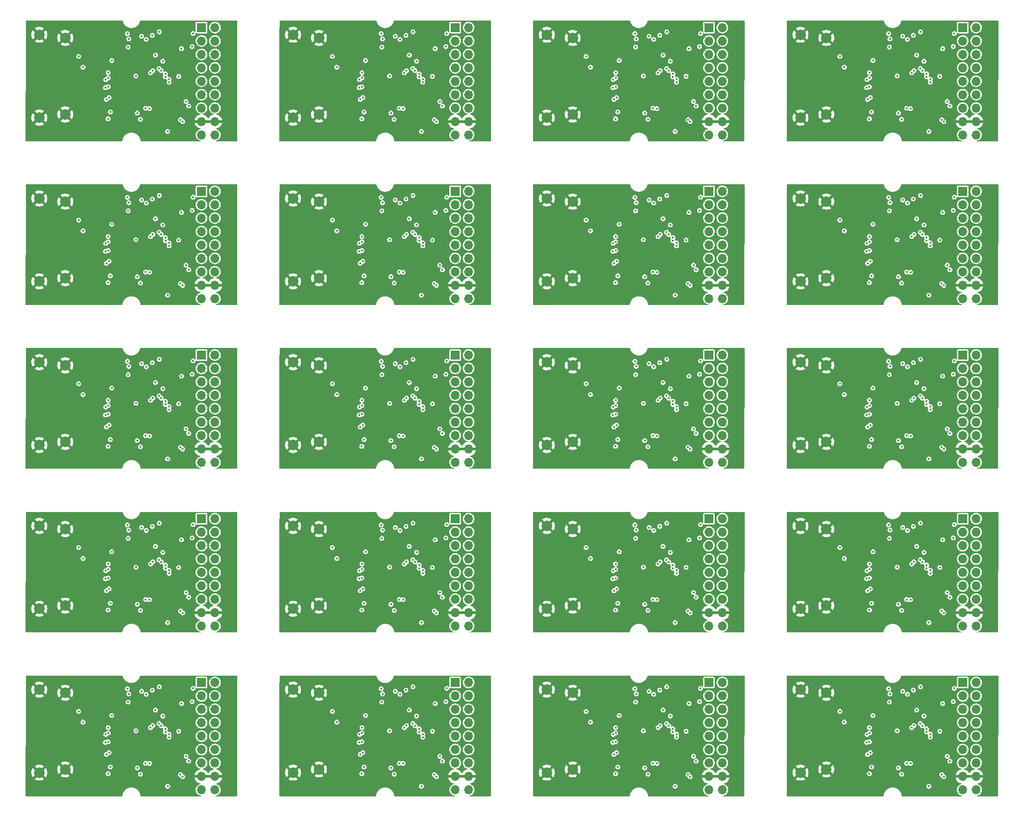
<source format=gbr>
%TF.GenerationSoftware,KiCad,Pcbnew,7.0.6+dfsg-1*%
%TF.CreationDate,2023-08-23T14:28:07+02:00*%
%TF.ProjectId,GPDI_ULX3S_panel,47504449-5f55-44c5-9833-535f70616e65,1.6*%
%TF.SameCoordinates,Original*%
%TF.FileFunction,Copper,L2,Inr*%
%TF.FilePolarity,Positive*%
%FSLAX46Y46*%
G04 Gerber Fmt 4.6, Leading zero omitted, Abs format (unit mm)*
G04 Created by KiCad (PCBNEW 7.0.6+dfsg-1) date 2023-08-23 14:28:07*
%MOMM*%
%LPD*%
G01*
G04 APERTURE LIST*
%TA.AperFunction,ComponentPad*%
%ADD10R,1.700000X1.700000*%
%TD*%
%TA.AperFunction,ComponentPad*%
%ADD11O,1.700000X1.700000*%
%TD*%
%TA.AperFunction,ComponentPad*%
%ADD12C,2.000000*%
%TD*%
%TA.AperFunction,ViaPad*%
%ADD13C,0.400000*%
%TD*%
%TA.AperFunction,Conductor*%
%ADD14C,0.500000*%
%TD*%
G04 APERTURE END LIST*
D10*
%TO.N,Board_9-5V_ENABLE*%
%TO.C,J2*%
X137766549Y-110385000D03*
D11*
%TO.N,Board_9-GPDI_CEC*%
X140306549Y-110385000D03*
%TO.N,Board_9-PMOD_SCL*%
X137766549Y-112925000D03*
%TO.N,Board_9-PMOD_SDA*%
X140306549Y-112925000D03*
%TO.N,Board_9-GPDI_D0-*%
X137766549Y-115465000D03*
%TO.N,Board_9-GPDI_D0+*%
X140306549Y-115465000D03*
%TO.N,Board_9-GPDI_D1-*%
X137766549Y-118005000D03*
%TO.N,Board_9-GPDI_D1+*%
X140306549Y-118005000D03*
%TO.N,Board_9-GPDI_D2-*%
X137766549Y-120545000D03*
%TO.N,Board_9-GPDI_D2+*%
X140306549Y-120545000D03*
%TO.N,Board_9-GPDI_CLK-*%
X137766549Y-123085000D03*
%TO.N,Board_9-GPDI_CLK+*%
X140306549Y-123085000D03*
%TO.N,Board_9-GPDI_ETH-*%
X137766549Y-125625000D03*
%TO.N,Board_9-GPDI_ETH+*%
X140306549Y-125625000D03*
%TO.N,Board_9-GND*%
X137766549Y-128165000D03*
X140306549Y-128165000D03*
%TO.N,Board_9-+3V3*%
X137766549Y-130705000D03*
X140306549Y-130705000D03*
%TD*%
D12*
%TO.N,Board_1-GND*%
%TO.C,P1*%
X107072289Y-49745140D03*
X111972289Y-50345140D03*
X111972289Y-64845140D03*
X107072289Y-65445140D03*
%TD*%
%TO.N,Board_2-GND*%
%TO.C,P1*%
X155072191Y-49745140D03*
X159972191Y-50345140D03*
X159972191Y-64845140D03*
X155072191Y-65445140D03*
%TD*%
%TO.N,Board_9-GND*%
%TO.C,P1*%
X107072289Y-111745140D03*
X111972289Y-112345140D03*
X111972289Y-126845140D03*
X107072289Y-127445140D03*
%TD*%
%TO.N,Board_5-GND*%
%TO.C,P1*%
X107072289Y-80745140D03*
X111972289Y-81345140D03*
X111972289Y-95845140D03*
X107072289Y-96445140D03*
%TD*%
%TO.N,Board_0-GND*%
%TO.C,P1*%
X59072387Y-49745140D03*
X63972387Y-50345140D03*
X63972387Y-64845140D03*
X59072387Y-65445140D03*
%TD*%
D10*
%TO.N,Board_19-5V_ENABLE*%
%TO.C,J2*%
X233766353Y-172385000D03*
D11*
%TO.N,Board_19-GPDI_CEC*%
X236306353Y-172385000D03*
%TO.N,Board_19-PMOD_SCL*%
X233766353Y-174925000D03*
%TO.N,Board_19-PMOD_SDA*%
X236306353Y-174925000D03*
%TO.N,Board_19-GPDI_D0-*%
X233766353Y-177465000D03*
%TO.N,Board_19-GPDI_D0+*%
X236306353Y-177465000D03*
%TO.N,Board_19-GPDI_D1-*%
X233766353Y-180005000D03*
%TO.N,Board_19-GPDI_D1+*%
X236306353Y-180005000D03*
%TO.N,Board_19-GPDI_D2-*%
X233766353Y-182545000D03*
%TO.N,Board_19-GPDI_D2+*%
X236306353Y-182545000D03*
%TO.N,Board_19-GPDI_CLK-*%
X233766353Y-185085000D03*
%TO.N,Board_19-GPDI_CLK+*%
X236306353Y-185085000D03*
%TO.N,Board_19-GPDI_ETH-*%
X233766353Y-187625000D03*
%TO.N,Board_19-GPDI_ETH+*%
X236306353Y-187625000D03*
%TO.N,Board_19-GND*%
X233766353Y-190165000D03*
X236306353Y-190165000D03*
%TO.N,Board_19-+3V3*%
X233766353Y-192705000D03*
X236306353Y-192705000D03*
%TD*%
D12*
%TO.N,Board_3-GND*%
%TO.C,P1*%
X203072093Y-49745140D03*
X207972093Y-50345140D03*
X207972093Y-64845140D03*
X203072093Y-65445140D03*
%TD*%
D10*
%TO.N,Board_13-5V_ENABLE*%
%TO.C,J2*%
X137766549Y-141385000D03*
D11*
%TO.N,Board_13-GPDI_CEC*%
X140306549Y-141385000D03*
%TO.N,Board_13-PMOD_SCL*%
X137766549Y-143925000D03*
%TO.N,Board_13-PMOD_SDA*%
X140306549Y-143925000D03*
%TO.N,Board_13-GPDI_D0-*%
X137766549Y-146465000D03*
%TO.N,Board_13-GPDI_D0+*%
X140306549Y-146465000D03*
%TO.N,Board_13-GPDI_D1-*%
X137766549Y-149005000D03*
%TO.N,Board_13-GPDI_D1+*%
X140306549Y-149005000D03*
%TO.N,Board_13-GPDI_D2-*%
X137766549Y-151545000D03*
%TO.N,Board_13-GPDI_D2+*%
X140306549Y-151545000D03*
%TO.N,Board_13-GPDI_CLK-*%
X137766549Y-154085000D03*
%TO.N,Board_13-GPDI_CLK+*%
X140306549Y-154085000D03*
%TO.N,Board_13-GPDI_ETH-*%
X137766549Y-156625000D03*
%TO.N,Board_13-GPDI_ETH+*%
X140306549Y-156625000D03*
%TO.N,Board_13-GND*%
X137766549Y-159165000D03*
X140306549Y-159165000D03*
%TO.N,Board_13-+3V3*%
X137766549Y-161705000D03*
X140306549Y-161705000D03*
%TD*%
D12*
%TO.N,Board_13-GND*%
%TO.C,P1*%
X107072289Y-142745140D03*
X111972289Y-143345140D03*
X111972289Y-157845140D03*
X107072289Y-158445140D03*
%TD*%
D10*
%TO.N,Board_16-5V_ENABLE*%
%TO.C,J2*%
X89766647Y-172385000D03*
D11*
%TO.N,Board_16-GPDI_CEC*%
X92306647Y-172385000D03*
%TO.N,Board_16-PMOD_SCL*%
X89766647Y-174925000D03*
%TO.N,Board_16-PMOD_SDA*%
X92306647Y-174925000D03*
%TO.N,Board_16-GPDI_D0-*%
X89766647Y-177465000D03*
%TO.N,Board_16-GPDI_D0+*%
X92306647Y-177465000D03*
%TO.N,Board_16-GPDI_D1-*%
X89766647Y-180005000D03*
%TO.N,Board_16-GPDI_D1+*%
X92306647Y-180005000D03*
%TO.N,Board_16-GPDI_D2-*%
X89766647Y-182545000D03*
%TO.N,Board_16-GPDI_D2+*%
X92306647Y-182545000D03*
%TO.N,Board_16-GPDI_CLK-*%
X89766647Y-185085000D03*
%TO.N,Board_16-GPDI_CLK+*%
X92306647Y-185085000D03*
%TO.N,Board_16-GPDI_ETH-*%
X89766647Y-187625000D03*
%TO.N,Board_16-GPDI_ETH+*%
X92306647Y-187625000D03*
%TO.N,Board_16-GND*%
X89766647Y-190165000D03*
X92306647Y-190165000D03*
%TO.N,Board_16-+3V3*%
X89766647Y-192705000D03*
X92306647Y-192705000D03*
%TD*%
D12*
%TO.N,Board_11-GND*%
%TO.C,P1*%
X203072093Y-111745140D03*
X207972093Y-112345140D03*
X207972093Y-126845140D03*
X203072093Y-127445140D03*
%TD*%
%TO.N,Board_15-GND*%
%TO.C,P1*%
X203072093Y-142745140D03*
X207972093Y-143345140D03*
X207972093Y-157845140D03*
X203072093Y-158445140D03*
%TD*%
%TO.N,Board_6-GND*%
%TO.C,P1*%
X155072191Y-80745140D03*
X159972191Y-81345140D03*
X159972191Y-95845140D03*
X155072191Y-96445140D03*
%TD*%
%TO.N,Board_8-GND*%
%TO.C,P1*%
X59072387Y-111745140D03*
X63972387Y-112345140D03*
X63972387Y-126845140D03*
X59072387Y-127445140D03*
%TD*%
D10*
%TO.N,Board_6-5V_ENABLE*%
%TO.C,J2*%
X185766451Y-79385000D03*
D11*
%TO.N,Board_6-GPDI_CEC*%
X188306451Y-79385000D03*
%TO.N,Board_6-PMOD_SCL*%
X185766451Y-81925000D03*
%TO.N,Board_6-PMOD_SDA*%
X188306451Y-81925000D03*
%TO.N,Board_6-GPDI_D0-*%
X185766451Y-84465000D03*
%TO.N,Board_6-GPDI_D0+*%
X188306451Y-84465000D03*
%TO.N,Board_6-GPDI_D1-*%
X185766451Y-87005000D03*
%TO.N,Board_6-GPDI_D1+*%
X188306451Y-87005000D03*
%TO.N,Board_6-GPDI_D2-*%
X185766451Y-89545000D03*
%TO.N,Board_6-GPDI_D2+*%
X188306451Y-89545000D03*
%TO.N,Board_6-GPDI_CLK-*%
X185766451Y-92085000D03*
%TO.N,Board_6-GPDI_CLK+*%
X188306451Y-92085000D03*
%TO.N,Board_6-GPDI_ETH-*%
X185766451Y-94625000D03*
%TO.N,Board_6-GPDI_ETH+*%
X188306451Y-94625000D03*
%TO.N,Board_6-GND*%
X185766451Y-97165000D03*
X188306451Y-97165000D03*
%TO.N,Board_6-+3V3*%
X185766451Y-99705000D03*
X188306451Y-99705000D03*
%TD*%
D12*
%TO.N,Board_4-GND*%
%TO.C,P1*%
X59072387Y-80745140D03*
X63972387Y-81345140D03*
X63972387Y-95845140D03*
X59072387Y-96445140D03*
%TD*%
D10*
%TO.N,Board_5-5V_ENABLE*%
%TO.C,J2*%
X137766549Y-79385000D03*
D11*
%TO.N,Board_5-GPDI_CEC*%
X140306549Y-79385000D03*
%TO.N,Board_5-PMOD_SCL*%
X137766549Y-81925000D03*
%TO.N,Board_5-PMOD_SDA*%
X140306549Y-81925000D03*
%TO.N,Board_5-GPDI_D0-*%
X137766549Y-84465000D03*
%TO.N,Board_5-GPDI_D0+*%
X140306549Y-84465000D03*
%TO.N,Board_5-GPDI_D1-*%
X137766549Y-87005000D03*
%TO.N,Board_5-GPDI_D1+*%
X140306549Y-87005000D03*
%TO.N,Board_5-GPDI_D2-*%
X137766549Y-89545000D03*
%TO.N,Board_5-GPDI_D2+*%
X140306549Y-89545000D03*
%TO.N,Board_5-GPDI_CLK-*%
X137766549Y-92085000D03*
%TO.N,Board_5-GPDI_CLK+*%
X140306549Y-92085000D03*
%TO.N,Board_5-GPDI_ETH-*%
X137766549Y-94625000D03*
%TO.N,Board_5-GPDI_ETH+*%
X140306549Y-94625000D03*
%TO.N,Board_5-GND*%
X137766549Y-97165000D03*
X140306549Y-97165000D03*
%TO.N,Board_5-+3V3*%
X137766549Y-99705000D03*
X140306549Y-99705000D03*
%TD*%
D10*
%TO.N,Board_8-5V_ENABLE*%
%TO.C,J2*%
X89766647Y-110385000D03*
D11*
%TO.N,Board_8-GPDI_CEC*%
X92306647Y-110385000D03*
%TO.N,Board_8-PMOD_SCL*%
X89766647Y-112925000D03*
%TO.N,Board_8-PMOD_SDA*%
X92306647Y-112925000D03*
%TO.N,Board_8-GPDI_D0-*%
X89766647Y-115465000D03*
%TO.N,Board_8-GPDI_D0+*%
X92306647Y-115465000D03*
%TO.N,Board_8-GPDI_D1-*%
X89766647Y-118005000D03*
%TO.N,Board_8-GPDI_D1+*%
X92306647Y-118005000D03*
%TO.N,Board_8-GPDI_D2-*%
X89766647Y-120545000D03*
%TO.N,Board_8-GPDI_D2+*%
X92306647Y-120545000D03*
%TO.N,Board_8-GPDI_CLK-*%
X89766647Y-123085000D03*
%TO.N,Board_8-GPDI_CLK+*%
X92306647Y-123085000D03*
%TO.N,Board_8-GPDI_ETH-*%
X89766647Y-125625000D03*
%TO.N,Board_8-GPDI_ETH+*%
X92306647Y-125625000D03*
%TO.N,Board_8-GND*%
X89766647Y-128165000D03*
X92306647Y-128165000D03*
%TO.N,Board_8-+3V3*%
X89766647Y-130705000D03*
X92306647Y-130705000D03*
%TD*%
D10*
%TO.N,Board_3-5V_ENABLE*%
%TO.C,J2*%
X233766353Y-48385000D03*
D11*
%TO.N,Board_3-GPDI_CEC*%
X236306353Y-48385000D03*
%TO.N,Board_3-PMOD_SCL*%
X233766353Y-50925000D03*
%TO.N,Board_3-PMOD_SDA*%
X236306353Y-50925000D03*
%TO.N,Board_3-GPDI_D0-*%
X233766353Y-53465000D03*
%TO.N,Board_3-GPDI_D0+*%
X236306353Y-53465000D03*
%TO.N,Board_3-GPDI_D1-*%
X233766353Y-56005000D03*
%TO.N,Board_3-GPDI_D1+*%
X236306353Y-56005000D03*
%TO.N,Board_3-GPDI_D2-*%
X233766353Y-58545000D03*
%TO.N,Board_3-GPDI_D2+*%
X236306353Y-58545000D03*
%TO.N,Board_3-GPDI_CLK-*%
X233766353Y-61085000D03*
%TO.N,Board_3-GPDI_CLK+*%
X236306353Y-61085000D03*
%TO.N,Board_3-GPDI_ETH-*%
X233766353Y-63625000D03*
%TO.N,Board_3-GPDI_ETH+*%
X236306353Y-63625000D03*
%TO.N,Board_3-GND*%
X233766353Y-66165000D03*
X236306353Y-66165000D03*
%TO.N,Board_3-+3V3*%
X233766353Y-68705000D03*
X236306353Y-68705000D03*
%TD*%
D10*
%TO.N,Board_0-5V_ENABLE*%
%TO.C,J2*%
X89766647Y-48385000D03*
D11*
%TO.N,Board_0-GPDI_CEC*%
X92306647Y-48385000D03*
%TO.N,Board_0-PMOD_SCL*%
X89766647Y-50925000D03*
%TO.N,Board_0-PMOD_SDA*%
X92306647Y-50925000D03*
%TO.N,Board_0-GPDI_D0-*%
X89766647Y-53465000D03*
%TO.N,Board_0-GPDI_D0+*%
X92306647Y-53465000D03*
%TO.N,Board_0-GPDI_D1-*%
X89766647Y-56005000D03*
%TO.N,Board_0-GPDI_D1+*%
X92306647Y-56005000D03*
%TO.N,Board_0-GPDI_D2-*%
X89766647Y-58545000D03*
%TO.N,Board_0-GPDI_D2+*%
X92306647Y-58545000D03*
%TO.N,Board_0-GPDI_CLK-*%
X89766647Y-61085000D03*
%TO.N,Board_0-GPDI_CLK+*%
X92306647Y-61085000D03*
%TO.N,Board_0-GPDI_ETH-*%
X89766647Y-63625000D03*
%TO.N,Board_0-GPDI_ETH+*%
X92306647Y-63625000D03*
%TO.N,Board_0-GND*%
X89766647Y-66165000D03*
X92306647Y-66165000D03*
%TO.N,Board_0-+3V3*%
X89766647Y-68705000D03*
X92306647Y-68705000D03*
%TD*%
D10*
%TO.N,Board_18-5V_ENABLE*%
%TO.C,J2*%
X185766451Y-172385000D03*
D11*
%TO.N,Board_18-GPDI_CEC*%
X188306451Y-172385000D03*
%TO.N,Board_18-PMOD_SCL*%
X185766451Y-174925000D03*
%TO.N,Board_18-PMOD_SDA*%
X188306451Y-174925000D03*
%TO.N,Board_18-GPDI_D0-*%
X185766451Y-177465000D03*
%TO.N,Board_18-GPDI_D0+*%
X188306451Y-177465000D03*
%TO.N,Board_18-GPDI_D1-*%
X185766451Y-180005000D03*
%TO.N,Board_18-GPDI_D1+*%
X188306451Y-180005000D03*
%TO.N,Board_18-GPDI_D2-*%
X185766451Y-182545000D03*
%TO.N,Board_18-GPDI_D2+*%
X188306451Y-182545000D03*
%TO.N,Board_18-GPDI_CLK-*%
X185766451Y-185085000D03*
%TO.N,Board_18-GPDI_CLK+*%
X188306451Y-185085000D03*
%TO.N,Board_18-GPDI_ETH-*%
X185766451Y-187625000D03*
%TO.N,Board_18-GPDI_ETH+*%
X188306451Y-187625000D03*
%TO.N,Board_18-GND*%
X185766451Y-190165000D03*
X188306451Y-190165000D03*
%TO.N,Board_18-+3V3*%
X185766451Y-192705000D03*
X188306451Y-192705000D03*
%TD*%
D12*
%TO.N,Board_7-GND*%
%TO.C,P1*%
X203072093Y-80745140D03*
X207972093Y-81345140D03*
X207972093Y-95845140D03*
X203072093Y-96445140D03*
%TD*%
D10*
%TO.N,Board_14-5V_ENABLE*%
%TO.C,J2*%
X185766451Y-141385000D03*
D11*
%TO.N,Board_14-GPDI_CEC*%
X188306451Y-141385000D03*
%TO.N,Board_14-PMOD_SCL*%
X185766451Y-143925000D03*
%TO.N,Board_14-PMOD_SDA*%
X188306451Y-143925000D03*
%TO.N,Board_14-GPDI_D0-*%
X185766451Y-146465000D03*
%TO.N,Board_14-GPDI_D0+*%
X188306451Y-146465000D03*
%TO.N,Board_14-GPDI_D1-*%
X185766451Y-149005000D03*
%TO.N,Board_14-GPDI_D1+*%
X188306451Y-149005000D03*
%TO.N,Board_14-GPDI_D2-*%
X185766451Y-151545000D03*
%TO.N,Board_14-GPDI_D2+*%
X188306451Y-151545000D03*
%TO.N,Board_14-GPDI_CLK-*%
X185766451Y-154085000D03*
%TO.N,Board_14-GPDI_CLK+*%
X188306451Y-154085000D03*
%TO.N,Board_14-GPDI_ETH-*%
X185766451Y-156625000D03*
%TO.N,Board_14-GPDI_ETH+*%
X188306451Y-156625000D03*
%TO.N,Board_14-GND*%
X185766451Y-159165000D03*
X188306451Y-159165000D03*
%TO.N,Board_14-+3V3*%
X185766451Y-161705000D03*
X188306451Y-161705000D03*
%TD*%
D12*
%TO.N,Board_10-GND*%
%TO.C,P1*%
X155072191Y-111745140D03*
X159972191Y-112345140D03*
X159972191Y-126845140D03*
X155072191Y-127445140D03*
%TD*%
%TO.N,Board_17-GND*%
%TO.C,P1*%
X107072289Y-173745140D03*
X111972289Y-174345140D03*
X111972289Y-188845140D03*
X107072289Y-189445140D03*
%TD*%
%TO.N,Board_19-GND*%
%TO.C,P1*%
X203072093Y-173745140D03*
X207972093Y-174345140D03*
X207972093Y-188845140D03*
X203072093Y-189445140D03*
%TD*%
%TO.N,Board_12-GND*%
%TO.C,P1*%
X59072387Y-142745140D03*
X63972387Y-143345140D03*
X63972387Y-157845140D03*
X59072387Y-158445140D03*
%TD*%
D10*
%TO.N,Board_11-5V_ENABLE*%
%TO.C,J2*%
X233766353Y-110385000D03*
D11*
%TO.N,Board_11-GPDI_CEC*%
X236306353Y-110385000D03*
%TO.N,Board_11-PMOD_SCL*%
X233766353Y-112925000D03*
%TO.N,Board_11-PMOD_SDA*%
X236306353Y-112925000D03*
%TO.N,Board_11-GPDI_D0-*%
X233766353Y-115465000D03*
%TO.N,Board_11-GPDI_D0+*%
X236306353Y-115465000D03*
%TO.N,Board_11-GPDI_D1-*%
X233766353Y-118005000D03*
%TO.N,Board_11-GPDI_D1+*%
X236306353Y-118005000D03*
%TO.N,Board_11-GPDI_D2-*%
X233766353Y-120545000D03*
%TO.N,Board_11-GPDI_D2+*%
X236306353Y-120545000D03*
%TO.N,Board_11-GPDI_CLK-*%
X233766353Y-123085000D03*
%TO.N,Board_11-GPDI_CLK+*%
X236306353Y-123085000D03*
%TO.N,Board_11-GPDI_ETH-*%
X233766353Y-125625000D03*
%TO.N,Board_11-GPDI_ETH+*%
X236306353Y-125625000D03*
%TO.N,Board_11-GND*%
X233766353Y-128165000D03*
X236306353Y-128165000D03*
%TO.N,Board_11-+3V3*%
X233766353Y-130705000D03*
X236306353Y-130705000D03*
%TD*%
D12*
%TO.N,Board_16-GND*%
%TO.C,P1*%
X59072387Y-173745140D03*
X63972387Y-174345140D03*
X63972387Y-188845140D03*
X59072387Y-189445140D03*
%TD*%
D10*
%TO.N,Board_10-5V_ENABLE*%
%TO.C,J2*%
X185766451Y-110385000D03*
D11*
%TO.N,Board_10-GPDI_CEC*%
X188306451Y-110385000D03*
%TO.N,Board_10-PMOD_SCL*%
X185766451Y-112925000D03*
%TO.N,Board_10-PMOD_SDA*%
X188306451Y-112925000D03*
%TO.N,Board_10-GPDI_D0-*%
X185766451Y-115465000D03*
%TO.N,Board_10-GPDI_D0+*%
X188306451Y-115465000D03*
%TO.N,Board_10-GPDI_D1-*%
X185766451Y-118005000D03*
%TO.N,Board_10-GPDI_D1+*%
X188306451Y-118005000D03*
%TO.N,Board_10-GPDI_D2-*%
X185766451Y-120545000D03*
%TO.N,Board_10-GPDI_D2+*%
X188306451Y-120545000D03*
%TO.N,Board_10-GPDI_CLK-*%
X185766451Y-123085000D03*
%TO.N,Board_10-GPDI_CLK+*%
X188306451Y-123085000D03*
%TO.N,Board_10-GPDI_ETH-*%
X185766451Y-125625000D03*
%TO.N,Board_10-GPDI_ETH+*%
X188306451Y-125625000D03*
%TO.N,Board_10-GND*%
X185766451Y-128165000D03*
X188306451Y-128165000D03*
%TO.N,Board_10-+3V3*%
X185766451Y-130705000D03*
X188306451Y-130705000D03*
%TD*%
D10*
%TO.N,Board_12-5V_ENABLE*%
%TO.C,J2*%
X89766647Y-141385000D03*
D11*
%TO.N,Board_12-GPDI_CEC*%
X92306647Y-141385000D03*
%TO.N,Board_12-PMOD_SCL*%
X89766647Y-143925000D03*
%TO.N,Board_12-PMOD_SDA*%
X92306647Y-143925000D03*
%TO.N,Board_12-GPDI_D0-*%
X89766647Y-146465000D03*
%TO.N,Board_12-GPDI_D0+*%
X92306647Y-146465000D03*
%TO.N,Board_12-GPDI_D1-*%
X89766647Y-149005000D03*
%TO.N,Board_12-GPDI_D1+*%
X92306647Y-149005000D03*
%TO.N,Board_12-GPDI_D2-*%
X89766647Y-151545000D03*
%TO.N,Board_12-GPDI_D2+*%
X92306647Y-151545000D03*
%TO.N,Board_12-GPDI_CLK-*%
X89766647Y-154085000D03*
%TO.N,Board_12-GPDI_CLK+*%
X92306647Y-154085000D03*
%TO.N,Board_12-GPDI_ETH-*%
X89766647Y-156625000D03*
%TO.N,Board_12-GPDI_ETH+*%
X92306647Y-156625000D03*
%TO.N,Board_12-GND*%
X89766647Y-159165000D03*
X92306647Y-159165000D03*
%TO.N,Board_12-+3V3*%
X89766647Y-161705000D03*
X92306647Y-161705000D03*
%TD*%
D10*
%TO.N,Board_15-5V_ENABLE*%
%TO.C,J2*%
X233766353Y-141385000D03*
D11*
%TO.N,Board_15-GPDI_CEC*%
X236306353Y-141385000D03*
%TO.N,Board_15-PMOD_SCL*%
X233766353Y-143925000D03*
%TO.N,Board_15-PMOD_SDA*%
X236306353Y-143925000D03*
%TO.N,Board_15-GPDI_D0-*%
X233766353Y-146465000D03*
%TO.N,Board_15-GPDI_D0+*%
X236306353Y-146465000D03*
%TO.N,Board_15-GPDI_D1-*%
X233766353Y-149005000D03*
%TO.N,Board_15-GPDI_D1+*%
X236306353Y-149005000D03*
%TO.N,Board_15-GPDI_D2-*%
X233766353Y-151545000D03*
%TO.N,Board_15-GPDI_D2+*%
X236306353Y-151545000D03*
%TO.N,Board_15-GPDI_CLK-*%
X233766353Y-154085000D03*
%TO.N,Board_15-GPDI_CLK+*%
X236306353Y-154085000D03*
%TO.N,Board_15-GPDI_ETH-*%
X233766353Y-156625000D03*
%TO.N,Board_15-GPDI_ETH+*%
X236306353Y-156625000D03*
%TO.N,Board_15-GND*%
X233766353Y-159165000D03*
X236306353Y-159165000D03*
%TO.N,Board_15-+3V3*%
X233766353Y-161705000D03*
X236306353Y-161705000D03*
%TD*%
D10*
%TO.N,Board_1-5V_ENABLE*%
%TO.C,J2*%
X137766549Y-48385000D03*
D11*
%TO.N,Board_1-GPDI_CEC*%
X140306549Y-48385000D03*
%TO.N,Board_1-PMOD_SCL*%
X137766549Y-50925000D03*
%TO.N,Board_1-PMOD_SDA*%
X140306549Y-50925000D03*
%TO.N,Board_1-GPDI_D0-*%
X137766549Y-53465000D03*
%TO.N,Board_1-GPDI_D0+*%
X140306549Y-53465000D03*
%TO.N,Board_1-GPDI_D1-*%
X137766549Y-56005000D03*
%TO.N,Board_1-GPDI_D1+*%
X140306549Y-56005000D03*
%TO.N,Board_1-GPDI_D2-*%
X137766549Y-58545000D03*
%TO.N,Board_1-GPDI_D2+*%
X140306549Y-58545000D03*
%TO.N,Board_1-GPDI_CLK-*%
X137766549Y-61085000D03*
%TO.N,Board_1-GPDI_CLK+*%
X140306549Y-61085000D03*
%TO.N,Board_1-GPDI_ETH-*%
X137766549Y-63625000D03*
%TO.N,Board_1-GPDI_ETH+*%
X140306549Y-63625000D03*
%TO.N,Board_1-GND*%
X137766549Y-66165000D03*
X140306549Y-66165000D03*
%TO.N,Board_1-+3V3*%
X137766549Y-68705000D03*
X140306549Y-68705000D03*
%TD*%
D10*
%TO.N,Board_7-5V_ENABLE*%
%TO.C,J2*%
X233766353Y-79385000D03*
D11*
%TO.N,Board_7-GPDI_CEC*%
X236306353Y-79385000D03*
%TO.N,Board_7-PMOD_SCL*%
X233766353Y-81925000D03*
%TO.N,Board_7-PMOD_SDA*%
X236306353Y-81925000D03*
%TO.N,Board_7-GPDI_D0-*%
X233766353Y-84465000D03*
%TO.N,Board_7-GPDI_D0+*%
X236306353Y-84465000D03*
%TO.N,Board_7-GPDI_D1-*%
X233766353Y-87005000D03*
%TO.N,Board_7-GPDI_D1+*%
X236306353Y-87005000D03*
%TO.N,Board_7-GPDI_D2-*%
X233766353Y-89545000D03*
%TO.N,Board_7-GPDI_D2+*%
X236306353Y-89545000D03*
%TO.N,Board_7-GPDI_CLK-*%
X233766353Y-92085000D03*
%TO.N,Board_7-GPDI_CLK+*%
X236306353Y-92085000D03*
%TO.N,Board_7-GPDI_ETH-*%
X233766353Y-94625000D03*
%TO.N,Board_7-GPDI_ETH+*%
X236306353Y-94625000D03*
%TO.N,Board_7-GND*%
X233766353Y-97165000D03*
X236306353Y-97165000D03*
%TO.N,Board_7-+3V3*%
X233766353Y-99705000D03*
X236306353Y-99705000D03*
%TD*%
D12*
%TO.N,Board_14-GND*%
%TO.C,P1*%
X155072191Y-142745140D03*
X159972191Y-143345140D03*
X159972191Y-157845140D03*
X155072191Y-158445140D03*
%TD*%
D10*
%TO.N,Board_4-5V_ENABLE*%
%TO.C,J2*%
X89766647Y-79385000D03*
D11*
%TO.N,Board_4-GPDI_CEC*%
X92306647Y-79385000D03*
%TO.N,Board_4-PMOD_SCL*%
X89766647Y-81925000D03*
%TO.N,Board_4-PMOD_SDA*%
X92306647Y-81925000D03*
%TO.N,Board_4-GPDI_D0-*%
X89766647Y-84465000D03*
%TO.N,Board_4-GPDI_D0+*%
X92306647Y-84465000D03*
%TO.N,Board_4-GPDI_D1-*%
X89766647Y-87005000D03*
%TO.N,Board_4-GPDI_D1+*%
X92306647Y-87005000D03*
%TO.N,Board_4-GPDI_D2-*%
X89766647Y-89545000D03*
%TO.N,Board_4-GPDI_D2+*%
X92306647Y-89545000D03*
%TO.N,Board_4-GPDI_CLK-*%
X89766647Y-92085000D03*
%TO.N,Board_4-GPDI_CLK+*%
X92306647Y-92085000D03*
%TO.N,Board_4-GPDI_ETH-*%
X89766647Y-94625000D03*
%TO.N,Board_4-GPDI_ETH+*%
X92306647Y-94625000D03*
%TO.N,Board_4-GND*%
X89766647Y-97165000D03*
X92306647Y-97165000D03*
%TO.N,Board_4-+3V3*%
X89766647Y-99705000D03*
X92306647Y-99705000D03*
%TD*%
D10*
%TO.N,Board_2-5V_ENABLE*%
%TO.C,J2*%
X185766451Y-48385000D03*
D11*
%TO.N,Board_2-GPDI_CEC*%
X188306451Y-48385000D03*
%TO.N,Board_2-PMOD_SCL*%
X185766451Y-50925000D03*
%TO.N,Board_2-PMOD_SDA*%
X188306451Y-50925000D03*
%TO.N,Board_2-GPDI_D0-*%
X185766451Y-53465000D03*
%TO.N,Board_2-GPDI_D0+*%
X188306451Y-53465000D03*
%TO.N,Board_2-GPDI_D1-*%
X185766451Y-56005000D03*
%TO.N,Board_2-GPDI_D1+*%
X188306451Y-56005000D03*
%TO.N,Board_2-GPDI_D2-*%
X185766451Y-58545000D03*
%TO.N,Board_2-GPDI_D2+*%
X188306451Y-58545000D03*
%TO.N,Board_2-GPDI_CLK-*%
X185766451Y-61085000D03*
%TO.N,Board_2-GPDI_CLK+*%
X188306451Y-61085000D03*
%TO.N,Board_2-GPDI_ETH-*%
X185766451Y-63625000D03*
%TO.N,Board_2-GPDI_ETH+*%
X188306451Y-63625000D03*
%TO.N,Board_2-GND*%
X185766451Y-66165000D03*
X188306451Y-66165000D03*
%TO.N,Board_2-+3V3*%
X185766451Y-68705000D03*
X188306451Y-68705000D03*
%TD*%
D12*
%TO.N,Board_18-GND*%
%TO.C,P1*%
X155072191Y-173745140D03*
X159972191Y-174345140D03*
X159972191Y-188845140D03*
X155072191Y-189445140D03*
%TD*%
D10*
%TO.N,Board_17-5V_ENABLE*%
%TO.C,J2*%
X137766549Y-172385000D03*
D11*
%TO.N,Board_17-GPDI_CEC*%
X140306549Y-172385000D03*
%TO.N,Board_17-PMOD_SCL*%
X137766549Y-174925000D03*
%TO.N,Board_17-PMOD_SDA*%
X140306549Y-174925000D03*
%TO.N,Board_17-GPDI_D0-*%
X137766549Y-177465000D03*
%TO.N,Board_17-GPDI_D0+*%
X140306549Y-177465000D03*
%TO.N,Board_17-GPDI_D1-*%
X137766549Y-180005000D03*
%TO.N,Board_17-GPDI_D1+*%
X140306549Y-180005000D03*
%TO.N,Board_17-GPDI_D2-*%
X137766549Y-182545000D03*
%TO.N,Board_17-GPDI_D2+*%
X140306549Y-182545000D03*
%TO.N,Board_17-GPDI_CLK-*%
X137766549Y-185085000D03*
%TO.N,Board_17-GPDI_CLK+*%
X140306549Y-185085000D03*
%TO.N,Board_17-GPDI_ETH-*%
X137766549Y-187625000D03*
%TO.N,Board_17-GPDI_ETH+*%
X140306549Y-187625000D03*
%TO.N,Board_17-GND*%
X137766549Y-190165000D03*
X140306549Y-190165000D03*
%TO.N,Board_17-+3V3*%
X137766549Y-192705000D03*
X140306549Y-192705000D03*
%TD*%
D13*
%TO.N,Board_0-+3V3*%
X82445107Y-54760180D03*
X85430347Y-57615420D03*
X81055107Y-53600180D03*
X72271565Y-61653515D03*
X72789210Y-54631563D03*
X72107647Y-56930000D03*
X77355787Y-57549280D03*
X85968487Y-52366550D03*
X71777647Y-62010000D03*
X72107647Y-57940000D03*
X87976085Y-52011158D03*
X83358667Y-68050009D03*
X77605107Y-64570180D03*
X72097647Y-59610000D03*
X72511607Y-64380180D03*
%TO.N,Board_0-+5V*%
X72085107Y-65660180D03*
X66525107Y-53845140D03*
%TO.N,Board_0-/CEC*%
X75875107Y-52090180D03*
X67350587Y-55890800D03*
%TO.N,Board_0-/D0+*%
X71582227Y-59746520D03*
X71648267Y-58237760D03*
%TO.N,Board_0-5V_ENABLE*%
X79910257Y-63721842D03*
X88155107Y-49490180D03*
X79165107Y-63670180D03*
X86847647Y-62359490D03*
%TO.N,Board_0-GND*%
X80284267Y-54491260D03*
X63565987Y-58824500D03*
X95345107Y-65660180D03*
X57425107Y-50660180D03*
X85035107Y-60580180D03*
X57425107Y-59660180D03*
X73585107Y-65060180D03*
X75585107Y-54200180D03*
X79945107Y-60860180D03*
X91105107Y-58150180D03*
X69365107Y-69280180D03*
X95345107Y-50660180D03*
X66365107Y-69280180D03*
X91085107Y-60130180D03*
X57425107Y-65660180D03*
X95345107Y-53660180D03*
X57425107Y-56660180D03*
X84425107Y-47660180D03*
X63565987Y-54333780D03*
X95345107Y-59660180D03*
X95345107Y-56660180D03*
X57425107Y-53660180D03*
X85535107Y-69260180D03*
X81885667Y-60903360D03*
X95375107Y-47660180D03*
X78572307Y-55194840D03*
X91025107Y-52160180D03*
X57425107Y-47660180D03*
X93425107Y-47660180D03*
X61395107Y-61630180D03*
X70655107Y-51110180D03*
X57415107Y-69280180D03*
X78425107Y-47660180D03*
X60365107Y-69280180D03*
X79567987Y-57557040D03*
X75535107Y-51350180D03*
X76675107Y-50100180D03*
X80945107Y-56070180D03*
X87625107Y-64680180D03*
X63571067Y-60338340D03*
X69425107Y-47660180D03*
X63581227Y-61842020D03*
X90985107Y-50390180D03*
X91075107Y-54950180D03*
X74845107Y-49330180D03*
X78365107Y-69280180D03*
X70955107Y-64580180D03*
X72425107Y-47660180D03*
X67505107Y-66610180D03*
X79442647Y-51279818D03*
X88265107Y-59900180D03*
X66425107Y-47660180D03*
X85115107Y-56710180D03*
X61365107Y-58160180D03*
X72365107Y-69280180D03*
X81875107Y-69260180D03*
X87425107Y-47660180D03*
X74645107Y-65070180D03*
X76916227Y-54519200D03*
X88025107Y-62210180D03*
X82645107Y-60190180D03*
X63425107Y-47660180D03*
X78415107Y-67730180D03*
X87137170Y-66059523D03*
X82655107Y-48630180D03*
X77178607Y-65210180D03*
X84405107Y-61750180D03*
X57425107Y-62660180D03*
X95385107Y-69220180D03*
X84655107Y-54780180D03*
X85905107Y-53060180D03*
X63563447Y-57338600D03*
X81425107Y-47660180D03*
X81105887Y-60877960D03*
X75115107Y-66240180D03*
X67525107Y-51030180D03*
X79455107Y-61480180D03*
X88145107Y-57000180D03*
X83977427Y-65512320D03*
X60425107Y-47660180D03*
X63365107Y-69280180D03*
X95345107Y-62660180D03*
X61395107Y-54280180D03*
X87535107Y-54830180D03*
X81415107Y-55620180D03*
%TO.N,Board_0-GPDI_CEC*%
X78414537Y-50040272D03*
%TO.N,Board_0-GPDI_CLK+*%
X80118343Y-56959304D03*
%TO.N,Board_0-GPDI_CLK-*%
X80536951Y-56540696D03*
%TO.N,Board_0-GPDI_D0+*%
X82136951Y-56559304D03*
%TO.N,Board_0-GPDI_D0-*%
X81718343Y-56140696D03*
%TO.N,Board_0-GPDI_D1+*%
X82927647Y-57746000D03*
%TO.N,Board_0-GPDI_D1-*%
X82927647Y-57154000D03*
%TO.N,Board_0-GPDI_D2+*%
X83627647Y-58746000D03*
%TO.N,Board_0-GPDI_D2-*%
X83627647Y-58154000D03*
%TO.N,Board_0-GPDI_ETH+*%
X85790987Y-65847600D03*
%TO.N,Board_0-GPDI_ETH-*%
X87327647Y-63250000D03*
X86191814Y-66210249D03*
%TO.N,Board_0-GPDI_SCL*%
X79307147Y-50620180D03*
X76005107Y-50540180D03*
%TO.N,Board_0-GPDI_SDA*%
X80435107Y-49840180D03*
X75745107Y-49550180D03*
X81777787Y-49200440D03*
%TO.N,Board_0-Net-(D1-K)*%
X78215107Y-65750000D03*
%TO.N,Board_1-+3V3*%
X120789112Y-54631563D03*
X130445009Y-54760180D03*
X133430249Y-57615420D03*
X120271467Y-61653515D03*
X120511509Y-64380180D03*
X131358569Y-68050009D03*
X119777549Y-62010000D03*
X125605009Y-64570180D03*
X135975987Y-52011158D03*
X120107549Y-57940000D03*
X133968389Y-52366550D03*
X120107549Y-56930000D03*
X125355689Y-57549280D03*
X129055009Y-53600180D03*
X120097549Y-59610000D03*
%TO.N,Board_1-+5V*%
X114525009Y-53845140D03*
X120085009Y-65660180D03*
%TO.N,Board_1-/CEC*%
X115350489Y-55890800D03*
X123875009Y-52090180D03*
%TO.N,Board_1-/D0+*%
X119582129Y-59746520D03*
X119648169Y-58237760D03*
%TO.N,Board_1-5V_ENABLE*%
X136155009Y-49490180D03*
X127165009Y-63670180D03*
X134847549Y-62359490D03*
X127910159Y-63721842D03*
%TO.N,Board_1-GND*%
X105425009Y-62660180D03*
X111365009Y-69280180D03*
X123535009Y-51350180D03*
X105425009Y-47660180D03*
X123585009Y-54200180D03*
X132655009Y-54780180D03*
X115525009Y-51030180D03*
X139075009Y-54950180D03*
X108425009Y-47660180D03*
X127567889Y-57557040D03*
X135137072Y-66059523D03*
X143385009Y-69220180D03*
X108365009Y-69280180D03*
X129105789Y-60877960D03*
X118955009Y-64580180D03*
X127455009Y-61480180D03*
X135425009Y-47660180D03*
X143375009Y-47660180D03*
X143345009Y-62660180D03*
X133905009Y-53060180D03*
X129885569Y-60903360D03*
X129875009Y-69260180D03*
X129425009Y-47660180D03*
X132425009Y-47660180D03*
X125178509Y-65210180D03*
X133035009Y-60580180D03*
X143345009Y-59660180D03*
X139025009Y-52160180D03*
X114425009Y-47660180D03*
X109395009Y-54280180D03*
X124675009Y-50100180D03*
X143345009Y-65660180D03*
X120365009Y-69280180D03*
X111565889Y-54333780D03*
X105415009Y-69280180D03*
X117425009Y-47660180D03*
X117365009Y-69280180D03*
X131977329Y-65512320D03*
X105425009Y-53660180D03*
X139085009Y-60130180D03*
X111581129Y-61842020D03*
X109365009Y-58160180D03*
X105425009Y-50660180D03*
X126425009Y-47660180D03*
X127442549Y-51279818D03*
X138985009Y-50390180D03*
X111425009Y-47660180D03*
X105425009Y-65660180D03*
X126415009Y-67730180D03*
X135625009Y-64680180D03*
X128284169Y-54491260D03*
X111563349Y-57338600D03*
X126365009Y-69280180D03*
X141425009Y-47660180D03*
X136145009Y-57000180D03*
X129415009Y-55620180D03*
X143345009Y-50660180D03*
X121585009Y-65060180D03*
X127945009Y-60860180D03*
X115505009Y-66610180D03*
X122645009Y-65070180D03*
X128945009Y-56070180D03*
X143345009Y-53660180D03*
X123115009Y-66240180D03*
X135535009Y-54830180D03*
X136025009Y-62210180D03*
X124916129Y-54519200D03*
X139105009Y-58150180D03*
X111570969Y-60338340D03*
X122845009Y-49330180D03*
X114365009Y-69280180D03*
X132405009Y-61750180D03*
X111565889Y-58824500D03*
X118655009Y-51110180D03*
X105425009Y-56660180D03*
X130655009Y-48630180D03*
X136265009Y-59900180D03*
X105425009Y-59660180D03*
X133535009Y-69260180D03*
X120425009Y-47660180D03*
X130645009Y-60190180D03*
X109395009Y-61630180D03*
X143345009Y-56660180D03*
X126572209Y-55194840D03*
X133115009Y-56710180D03*
%TO.N,Board_1-GPDI_CEC*%
X126414439Y-50040272D03*
%TO.N,Board_1-GPDI_CLK+*%
X128118245Y-56959304D03*
%TO.N,Board_1-GPDI_CLK-*%
X128536853Y-56540696D03*
%TO.N,Board_1-GPDI_D0+*%
X130136853Y-56559304D03*
%TO.N,Board_1-GPDI_D0-*%
X129718245Y-56140696D03*
%TO.N,Board_1-GPDI_D1+*%
X130927549Y-57746000D03*
%TO.N,Board_1-GPDI_D1-*%
X130927549Y-57154000D03*
%TO.N,Board_1-GPDI_D2+*%
X131627549Y-58746000D03*
%TO.N,Board_1-GPDI_D2-*%
X131627549Y-58154000D03*
%TO.N,Board_1-GPDI_ETH+*%
X133790889Y-65847600D03*
%TO.N,Board_1-GPDI_ETH-*%
X135327549Y-63250000D03*
X134191716Y-66210249D03*
%TO.N,Board_1-GPDI_SCL*%
X127307049Y-50620180D03*
X124005009Y-50540180D03*
%TO.N,Board_1-GPDI_SDA*%
X129777689Y-49200440D03*
X128435009Y-49840180D03*
X123745009Y-49550180D03*
%TO.N,Board_1-Net-(D1-K)*%
X126215009Y-65750000D03*
%TO.N,Board_2-+3V3*%
X168107451Y-57940000D03*
X181968291Y-52366550D03*
X168097451Y-59610000D03*
X168511411Y-64380180D03*
X178444911Y-54760180D03*
X168789014Y-54631563D03*
X177054911Y-53600180D03*
X167777451Y-62010000D03*
X168271369Y-61653515D03*
X168107451Y-56930000D03*
X173604911Y-64570180D03*
X179358471Y-68050009D03*
X173355591Y-57549280D03*
X181430151Y-57615420D03*
X183975889Y-52011158D03*
%TO.N,Board_2-+5V*%
X168084911Y-65660180D03*
X162524911Y-53845140D03*
%TO.N,Board_2-/CEC*%
X163350391Y-55890800D03*
X171874911Y-52090180D03*
%TO.N,Board_2-/D0+*%
X167648071Y-58237760D03*
X167582031Y-59746520D03*
%TO.N,Board_2-5V_ENABLE*%
X175910061Y-63721842D03*
X182847451Y-62359490D03*
X175164911Y-63670180D03*
X184154911Y-49490180D03*
%TO.N,Board_2-GND*%
X159364911Y-69280180D03*
X170844911Y-49330180D03*
X171534911Y-51350180D03*
X163504911Y-66610180D03*
X175567791Y-57557040D03*
X170644911Y-65070180D03*
X168424911Y-47660180D03*
X153424911Y-62660180D03*
X153424911Y-59660180D03*
X177874911Y-69260180D03*
X157364911Y-58160180D03*
X178644911Y-60190180D03*
X184024911Y-62210180D03*
X169584911Y-65060180D03*
X171584911Y-54200180D03*
X153424911Y-65660180D03*
X172674911Y-50100180D03*
X159563251Y-57338600D03*
X184144911Y-57000180D03*
X176284071Y-54491260D03*
X175442451Y-51279818D03*
X174572111Y-55194840D03*
X187084911Y-60130180D03*
X163524911Y-51030180D03*
X162364911Y-69280180D03*
X191384911Y-69220180D03*
X166954911Y-64580180D03*
X159581031Y-61842020D03*
X187074911Y-54950180D03*
X180424911Y-47660180D03*
X189424911Y-47660180D03*
X168364911Y-69280180D03*
X166654911Y-51110180D03*
X175944911Y-60860180D03*
X183624911Y-64680180D03*
X183136974Y-66059523D03*
X181034911Y-60580180D03*
X153424911Y-47660180D03*
X159565791Y-54333780D03*
X177424911Y-47660180D03*
X191344911Y-59660180D03*
X153424911Y-53660180D03*
X191344911Y-65660180D03*
X179977231Y-65512320D03*
X177105691Y-60877960D03*
X153424911Y-50660180D03*
X183534911Y-54830180D03*
X172916031Y-54519200D03*
X191344911Y-56660180D03*
X191344911Y-53660180D03*
X177414911Y-55620180D03*
X153424911Y-56660180D03*
X165364911Y-69280180D03*
X174424911Y-47660180D03*
X157394911Y-61630180D03*
X162424911Y-47660180D03*
X178654911Y-48630180D03*
X184264911Y-59900180D03*
X174364911Y-69280180D03*
X191374911Y-47660180D03*
X173178411Y-65210180D03*
X156364911Y-69280180D03*
X181904911Y-53060180D03*
X153414911Y-69280180D03*
X186984911Y-50390180D03*
X191344911Y-62660180D03*
X165424911Y-47660180D03*
X176944911Y-56070180D03*
X181534911Y-69260180D03*
X181114911Y-56710180D03*
X183424911Y-47660180D03*
X159424911Y-47660180D03*
X187104911Y-58150180D03*
X177885471Y-60903360D03*
X180404911Y-61750180D03*
X187024911Y-52160180D03*
X171114911Y-66240180D03*
X157394911Y-54280180D03*
X159570871Y-60338340D03*
X180654911Y-54780180D03*
X175454911Y-61480180D03*
X191344911Y-50660180D03*
X174414911Y-67730180D03*
X159565791Y-58824500D03*
X156424911Y-47660180D03*
%TO.N,Board_2-GPDI_CEC*%
X174414341Y-50040272D03*
%TO.N,Board_2-GPDI_CLK+*%
X176118147Y-56959304D03*
%TO.N,Board_2-GPDI_CLK-*%
X176536755Y-56540696D03*
%TO.N,Board_2-GPDI_D0+*%
X178136755Y-56559304D03*
%TO.N,Board_2-GPDI_D0-*%
X177718147Y-56140696D03*
%TO.N,Board_2-GPDI_D1+*%
X178927451Y-57746000D03*
%TO.N,Board_2-GPDI_D1-*%
X178927451Y-57154000D03*
%TO.N,Board_2-GPDI_D2+*%
X179627451Y-58746000D03*
%TO.N,Board_2-GPDI_D2-*%
X179627451Y-58154000D03*
%TO.N,Board_2-GPDI_ETH+*%
X181790791Y-65847600D03*
%TO.N,Board_2-GPDI_ETH-*%
X183327451Y-63250000D03*
X182191618Y-66210249D03*
%TO.N,Board_2-GPDI_SCL*%
X175306951Y-50620180D03*
X172004911Y-50540180D03*
%TO.N,Board_2-GPDI_SDA*%
X171744911Y-49550180D03*
X177777591Y-49200440D03*
X176434911Y-49840180D03*
%TO.N,Board_2-Net-(D1-K)*%
X174214911Y-65750000D03*
%TO.N,Board_3-+3V3*%
X216511313Y-64380180D03*
X215777353Y-62010000D03*
X221355493Y-57549280D03*
X229430053Y-57615420D03*
X216107353Y-56930000D03*
X227358373Y-68050009D03*
X216271271Y-61653515D03*
X226444813Y-54760180D03*
X216097353Y-59610000D03*
X229968193Y-52366550D03*
X231975791Y-52011158D03*
X221604813Y-64570180D03*
X216107353Y-57940000D03*
X216788916Y-54631563D03*
X225054813Y-53600180D03*
%TO.N,Board_3-+5V*%
X216084813Y-65660180D03*
X210524813Y-53845140D03*
%TO.N,Board_3-/CEC*%
X219874813Y-52090180D03*
X211350293Y-55890800D03*
%TO.N,Board_3-/D0+*%
X215581933Y-59746520D03*
X215647973Y-58237760D03*
%TO.N,Board_3-5V_ENABLE*%
X232154813Y-49490180D03*
X223164813Y-63670180D03*
X230847353Y-62359490D03*
X223909963Y-63721842D03*
%TO.N,Board_3-GND*%
X226654813Y-48630180D03*
X225414813Y-55620180D03*
X229114813Y-56710180D03*
X232264813Y-59900180D03*
X239344813Y-56660180D03*
X225874813Y-69260180D03*
X228424813Y-47660180D03*
X207580933Y-61842020D03*
X210364813Y-69280180D03*
X213364813Y-69280180D03*
X216364813Y-69280180D03*
X218844813Y-49330180D03*
X207565693Y-58824500D03*
X239344813Y-53660180D03*
X201424813Y-53660180D03*
X229534813Y-69260180D03*
X207424813Y-47660180D03*
X207570773Y-60338340D03*
X235024813Y-52160180D03*
X227977133Y-65512320D03*
X232024813Y-62210180D03*
X207565693Y-54333780D03*
X204424813Y-47660180D03*
X239384813Y-69220180D03*
X229034813Y-60580180D03*
X222572013Y-55194840D03*
X223442353Y-51279818D03*
X201424813Y-62660180D03*
X219114813Y-66240180D03*
X217584813Y-65060180D03*
X239374813Y-47660180D03*
X239344813Y-50660180D03*
X201424813Y-56660180D03*
X213424813Y-47660180D03*
X214954813Y-64580180D03*
X222424813Y-47660180D03*
X207563153Y-57338600D03*
X235084813Y-60130180D03*
X232144813Y-57000180D03*
X221178313Y-65210180D03*
X222414813Y-67730180D03*
X223944813Y-60860180D03*
X205394813Y-54280180D03*
X201424813Y-47660180D03*
X237424813Y-47660180D03*
X219584813Y-54200180D03*
X235074813Y-54950180D03*
X229904813Y-53060180D03*
X223567693Y-57557040D03*
X201424813Y-50660180D03*
X222364813Y-69280180D03*
X239344813Y-59660180D03*
X228404813Y-61750180D03*
X201424813Y-59660180D03*
X210424813Y-47660180D03*
X204364813Y-69280180D03*
X201414813Y-69280180D03*
X225424813Y-47660180D03*
X239344813Y-65660180D03*
X216424813Y-47660180D03*
X201424813Y-65660180D03*
X231624813Y-64680180D03*
X214654813Y-51110180D03*
X205394813Y-61630180D03*
X220674813Y-50100180D03*
X231424813Y-47660180D03*
X218644813Y-65070180D03*
X234984813Y-50390180D03*
X225105593Y-60877960D03*
X220915933Y-54519200D03*
X224944813Y-56070180D03*
X207364813Y-69280180D03*
X219534813Y-51350180D03*
X231136876Y-66059523D03*
X231534813Y-54830180D03*
X223454813Y-61480180D03*
X226644813Y-60190180D03*
X239344813Y-62660180D03*
X211504813Y-66610180D03*
X205364813Y-58160180D03*
X235104813Y-58150180D03*
X224283973Y-54491260D03*
X225885373Y-60903360D03*
X228654813Y-54780180D03*
X211524813Y-51030180D03*
%TO.N,Board_3-GPDI_CEC*%
X222414243Y-50040272D03*
%TO.N,Board_3-GPDI_CLK+*%
X224118049Y-56959304D03*
%TO.N,Board_3-GPDI_CLK-*%
X224536657Y-56540696D03*
%TO.N,Board_3-GPDI_D0+*%
X226136657Y-56559304D03*
%TO.N,Board_3-GPDI_D0-*%
X225718049Y-56140696D03*
%TO.N,Board_3-GPDI_D1+*%
X226927353Y-57746000D03*
%TO.N,Board_3-GPDI_D1-*%
X226927353Y-57154000D03*
%TO.N,Board_3-GPDI_D2+*%
X227627353Y-58746000D03*
%TO.N,Board_3-GPDI_D2-*%
X227627353Y-58154000D03*
%TO.N,Board_3-GPDI_ETH+*%
X229790693Y-65847600D03*
%TO.N,Board_3-GPDI_ETH-*%
X231327353Y-63250000D03*
X230191520Y-66210249D03*
%TO.N,Board_3-GPDI_SCL*%
X220004813Y-50540180D03*
X223306853Y-50620180D03*
%TO.N,Board_3-GPDI_SDA*%
X219744813Y-49550180D03*
X224434813Y-49840180D03*
X225777493Y-49200440D03*
%TO.N,Board_3-Net-(D1-K)*%
X222214813Y-65750000D03*
%TO.N,Board_4-+3V3*%
X83358667Y-99050009D03*
X82445107Y-85760180D03*
X85430347Y-88615420D03*
X81055107Y-84600180D03*
X85968487Y-83366550D03*
X77605107Y-95570180D03*
X77355787Y-88549280D03*
X72107647Y-87930000D03*
X72107647Y-88940000D03*
X87976085Y-83011158D03*
X72097647Y-90610000D03*
X72511607Y-95380180D03*
X72271565Y-92653515D03*
X71777647Y-93010000D03*
X72789210Y-85631563D03*
%TO.N,Board_4-+5V*%
X66525107Y-84845140D03*
X72085107Y-96660180D03*
%TO.N,Board_4-/CEC*%
X67350587Y-86890800D03*
X75875107Y-83090180D03*
%TO.N,Board_4-/D0+*%
X71582227Y-90746520D03*
X71648267Y-89237760D03*
%TO.N,Board_4-5V_ENABLE*%
X79165107Y-94670180D03*
X86847647Y-93359490D03*
X88155107Y-80490180D03*
X79910257Y-94721842D03*
%TO.N,Board_4-GND*%
X72365107Y-100280180D03*
X63563447Y-88338600D03*
X57425107Y-87660180D03*
X84425107Y-78660180D03*
X81875107Y-100260180D03*
X95345107Y-81660180D03*
X82655107Y-79630180D03*
X57415107Y-100280180D03*
X57425107Y-96660180D03*
X57425107Y-78660180D03*
X57425107Y-90660180D03*
X78415107Y-98730180D03*
X84405107Y-92750180D03*
X93425107Y-78660180D03*
X95345107Y-84660180D03*
X81425107Y-78660180D03*
X88265107Y-90900180D03*
X87425107Y-78660180D03*
X78365107Y-100280180D03*
X69365107Y-100280180D03*
X74845107Y-80330180D03*
X95385107Y-100220180D03*
X66425107Y-78660180D03*
X95345107Y-87660180D03*
X87137170Y-97059523D03*
X85115107Y-87710180D03*
X81885667Y-91903360D03*
X63581227Y-92842020D03*
X91105107Y-89150180D03*
X61395107Y-85280180D03*
X77178607Y-96210180D03*
X85905107Y-84060180D03*
X78425107Y-78660180D03*
X85535107Y-100260180D03*
X57425107Y-84660180D03*
X79567987Y-88557040D03*
X61395107Y-92630180D03*
X82645107Y-91190180D03*
X90985107Y-81390180D03*
X79455107Y-92480180D03*
X78572307Y-86194840D03*
X80945107Y-87070180D03*
X57425107Y-93660180D03*
X63571067Y-91338340D03*
X79945107Y-91860180D03*
X74645107Y-96070180D03*
X91085107Y-91130180D03*
X95375107Y-78660180D03*
X81415107Y-86620180D03*
X79442647Y-82279818D03*
X63565987Y-85333780D03*
X91075107Y-85950180D03*
X88025107Y-93210180D03*
X57425107Y-81660180D03*
X70955107Y-95580180D03*
X84655107Y-85780180D03*
X87535107Y-85830180D03*
X69425107Y-78660180D03*
X72425107Y-78660180D03*
X95345107Y-96660180D03*
X83977427Y-96512320D03*
X95345107Y-93660180D03*
X75585107Y-85200180D03*
X63425107Y-78660180D03*
X76916227Y-85519200D03*
X95345107Y-90660180D03*
X76675107Y-81100180D03*
X61365107Y-89160180D03*
X81105887Y-91877960D03*
X80284267Y-85491260D03*
X66365107Y-100280180D03*
X87625107Y-95680180D03*
X63365107Y-100280180D03*
X91025107Y-83160180D03*
X67525107Y-82030180D03*
X70655107Y-82110180D03*
X85035107Y-91580180D03*
X63565987Y-89824500D03*
X60425107Y-78660180D03*
X73585107Y-96060180D03*
X67505107Y-97610180D03*
X60365107Y-100280180D03*
X75115107Y-97240180D03*
X75535107Y-82350180D03*
X88145107Y-88000180D03*
%TO.N,Board_4-GPDI_CEC*%
X78414537Y-81040272D03*
%TO.N,Board_4-GPDI_CLK+*%
X80118343Y-87959304D03*
%TO.N,Board_4-GPDI_CLK-*%
X80536951Y-87540696D03*
%TO.N,Board_4-GPDI_D0+*%
X82136951Y-87559304D03*
%TO.N,Board_4-GPDI_D0-*%
X81718343Y-87140696D03*
%TO.N,Board_4-GPDI_D1+*%
X82927647Y-88746000D03*
%TO.N,Board_4-GPDI_D1-*%
X82927647Y-88154000D03*
%TO.N,Board_4-GPDI_D2+*%
X83627647Y-89746000D03*
%TO.N,Board_4-GPDI_D2-*%
X83627647Y-89154000D03*
%TO.N,Board_4-GPDI_ETH+*%
X85790987Y-96847600D03*
%TO.N,Board_4-GPDI_ETH-*%
X86191814Y-97210249D03*
X87327647Y-94250000D03*
%TO.N,Board_4-GPDI_SCL*%
X76005107Y-81540180D03*
X79307147Y-81620180D03*
%TO.N,Board_4-GPDI_SDA*%
X80435107Y-80840180D03*
X81777787Y-80200440D03*
X75745107Y-80550180D03*
%TO.N,Board_4-Net-(D1-K)*%
X78215107Y-96750000D03*
%TO.N,Board_5-+3V3*%
X133430249Y-88615420D03*
X120107549Y-87930000D03*
X120271467Y-92653515D03*
X130445009Y-85760180D03*
X119777549Y-93010000D03*
X120789112Y-85631563D03*
X125355689Y-88549280D03*
X120097549Y-90610000D03*
X120511509Y-95380180D03*
X133968389Y-83366550D03*
X125605009Y-95570180D03*
X120107549Y-88940000D03*
X131358569Y-99050009D03*
X135975987Y-83011158D03*
X129055009Y-84600180D03*
%TO.N,Board_5-+5V*%
X120085009Y-96660180D03*
X114525009Y-84845140D03*
%TO.N,Board_5-/CEC*%
X123875009Y-83090180D03*
X115350489Y-86890800D03*
%TO.N,Board_5-/D0+*%
X119648169Y-89237760D03*
X119582129Y-90746520D03*
%TO.N,Board_5-5V_ENABLE*%
X127910159Y-94721842D03*
X134847549Y-93359490D03*
X136155009Y-80490180D03*
X127165009Y-94670180D03*
%TO.N,Board_5-GND*%
X128945009Y-87070180D03*
X129415009Y-86620180D03*
X115505009Y-97610180D03*
X143385009Y-100220180D03*
X143345009Y-81660180D03*
X136265009Y-90900180D03*
X117425009Y-78660180D03*
X117365009Y-100280180D03*
X138985009Y-81390180D03*
X135425009Y-78660180D03*
X128284169Y-85491260D03*
X105425009Y-78660180D03*
X109365009Y-89160180D03*
X115525009Y-82030180D03*
X139085009Y-91130180D03*
X132425009Y-78660180D03*
X124916129Y-85519200D03*
X126415009Y-98730180D03*
X105415009Y-100280180D03*
X126425009Y-78660180D03*
X120425009Y-78660180D03*
X124675009Y-81100180D03*
X143345009Y-96660180D03*
X105425009Y-87660180D03*
X118655009Y-82110180D03*
X127945009Y-91860180D03*
X109395009Y-92630180D03*
X123535009Y-82350180D03*
X129425009Y-78660180D03*
X130645009Y-91190180D03*
X111563349Y-88338600D03*
X108425009Y-78660180D03*
X123585009Y-85200180D03*
X111425009Y-78660180D03*
X131977329Y-96512320D03*
X132655009Y-85780180D03*
X135625009Y-95680180D03*
X111570969Y-91338340D03*
X133535009Y-100260180D03*
X108365009Y-100280180D03*
X111565889Y-89824500D03*
X126572209Y-86194840D03*
X105425009Y-90660180D03*
X143345009Y-87660180D03*
X143345009Y-93660180D03*
X105425009Y-81660180D03*
X122645009Y-96070180D03*
X109395009Y-85280180D03*
X123115009Y-97240180D03*
X105425009Y-84660180D03*
X122845009Y-80330180D03*
X139105009Y-89150180D03*
X129885569Y-91903360D03*
X114365009Y-100280180D03*
X127567889Y-88557040D03*
X120365009Y-100280180D03*
X129105789Y-91877960D03*
X111365009Y-100280180D03*
X143345009Y-90660180D03*
X111565889Y-85333780D03*
X118955009Y-95580180D03*
X132405009Y-92750180D03*
X129875009Y-100260180D03*
X105425009Y-93660180D03*
X143345009Y-84660180D03*
X126365009Y-100280180D03*
X125178509Y-96210180D03*
X136145009Y-88000180D03*
X139025009Y-83160180D03*
X111581129Y-92842020D03*
X141425009Y-78660180D03*
X136025009Y-93210180D03*
X130655009Y-79630180D03*
X133035009Y-91580180D03*
X121585009Y-96060180D03*
X114425009Y-78660180D03*
X133115009Y-87710180D03*
X143375009Y-78660180D03*
X127455009Y-92480180D03*
X135137072Y-97059523D03*
X135535009Y-85830180D03*
X139075009Y-85950180D03*
X127442549Y-82279818D03*
X133905009Y-84060180D03*
X105425009Y-96660180D03*
%TO.N,Board_5-GPDI_CEC*%
X126414439Y-81040272D03*
%TO.N,Board_5-GPDI_CLK+*%
X128118245Y-87959304D03*
%TO.N,Board_5-GPDI_CLK-*%
X128536853Y-87540696D03*
%TO.N,Board_5-GPDI_D0+*%
X130136853Y-87559304D03*
%TO.N,Board_5-GPDI_D0-*%
X129718245Y-87140696D03*
%TO.N,Board_5-GPDI_D1+*%
X130927549Y-88746000D03*
%TO.N,Board_5-GPDI_D1-*%
X130927549Y-88154000D03*
%TO.N,Board_5-GPDI_D2+*%
X131627549Y-89746000D03*
%TO.N,Board_5-GPDI_D2-*%
X131627549Y-89154000D03*
%TO.N,Board_5-GPDI_ETH+*%
X133790889Y-96847600D03*
%TO.N,Board_5-GPDI_ETH-*%
X134191716Y-97210249D03*
X135327549Y-94250000D03*
%TO.N,Board_5-GPDI_SCL*%
X127307049Y-81620180D03*
X124005009Y-81540180D03*
%TO.N,Board_5-GPDI_SDA*%
X123745009Y-80550180D03*
X129777689Y-80200440D03*
X128435009Y-80840180D03*
%TO.N,Board_5-Net-(D1-K)*%
X126215009Y-96750000D03*
%TO.N,Board_6-+3V3*%
X183975889Y-83011158D03*
X168271369Y-92653515D03*
X178444911Y-85760180D03*
X179358471Y-99050009D03*
X168789014Y-85631563D03*
X173604911Y-95570180D03*
X181430151Y-88615420D03*
X167777451Y-93010000D03*
X173355591Y-88549280D03*
X181968291Y-83366550D03*
X168107451Y-87930000D03*
X168097451Y-90610000D03*
X168511411Y-95380180D03*
X168107451Y-88940000D03*
X177054911Y-84600180D03*
%TO.N,Board_6-+5V*%
X168084911Y-96660180D03*
X162524911Y-84845140D03*
%TO.N,Board_6-/CEC*%
X163350391Y-86890800D03*
X171874911Y-83090180D03*
%TO.N,Board_6-/D0+*%
X167582031Y-90746520D03*
X167648071Y-89237760D03*
%TO.N,Board_6-5V_ENABLE*%
X184154911Y-80490180D03*
X175910061Y-94721842D03*
X175164911Y-94670180D03*
X182847451Y-93359490D03*
%TO.N,Board_6-GND*%
X156364911Y-100280180D03*
X175454911Y-92480180D03*
X180424911Y-78660180D03*
X183624911Y-95680180D03*
X174364911Y-100280180D03*
X165424911Y-78660180D03*
X162364911Y-100280180D03*
X177414911Y-86620180D03*
X191344911Y-93660180D03*
X166954911Y-95580180D03*
X181904911Y-84060180D03*
X191344911Y-84660180D03*
X174572111Y-86194840D03*
X177424911Y-78660180D03*
X179977231Y-96512320D03*
X191374911Y-78660180D03*
X153424911Y-81660180D03*
X153424911Y-84660180D03*
X159563251Y-88338600D03*
X187084911Y-91130180D03*
X177105691Y-91877960D03*
X184264911Y-90900180D03*
X153424911Y-87660180D03*
X157394911Y-85280180D03*
X191344911Y-96660180D03*
X187074911Y-85950180D03*
X170644911Y-96070180D03*
X159581031Y-92842020D03*
X176284071Y-85491260D03*
X178644911Y-91190180D03*
X163524911Y-82030180D03*
X183534911Y-85830180D03*
X153424911Y-96660180D03*
X191384911Y-100220180D03*
X171584911Y-85200180D03*
X180404911Y-92750180D03*
X173178411Y-96210180D03*
X153414911Y-100280180D03*
X187024911Y-83160180D03*
X184144911Y-88000180D03*
X186984911Y-81390180D03*
X181114911Y-87710180D03*
X175944911Y-91860180D03*
X178654911Y-79630180D03*
X153424911Y-78660180D03*
X171114911Y-97240180D03*
X153424911Y-93660180D03*
X159364911Y-100280180D03*
X157364911Y-89160180D03*
X191344911Y-87660180D03*
X159570871Y-91338340D03*
X191344911Y-81660180D03*
X176944911Y-87070180D03*
X174424911Y-78660180D03*
X175442451Y-82279818D03*
X170844911Y-80330180D03*
X183424911Y-78660180D03*
X172674911Y-81100180D03*
X181034911Y-91580180D03*
X159565791Y-85333780D03*
X184024911Y-93210180D03*
X174414911Y-98730180D03*
X177885471Y-91903360D03*
X169584911Y-96060180D03*
X175567791Y-88557040D03*
X157394911Y-92630180D03*
X156424911Y-78660180D03*
X168364911Y-100280180D03*
X177874911Y-100260180D03*
X162424911Y-78660180D03*
X153424911Y-90660180D03*
X165364911Y-100280180D03*
X172916031Y-85519200D03*
X187104911Y-89150180D03*
X180654911Y-85780180D03*
X181534911Y-100260180D03*
X159424911Y-78660180D03*
X159565791Y-89824500D03*
X168424911Y-78660180D03*
X171534911Y-82350180D03*
X189424911Y-78660180D03*
X163504911Y-97610180D03*
X191344911Y-90660180D03*
X183136974Y-97059523D03*
X166654911Y-82110180D03*
%TO.N,Board_6-GPDI_CEC*%
X174414341Y-81040272D03*
%TO.N,Board_6-GPDI_CLK+*%
X176118147Y-87959304D03*
%TO.N,Board_6-GPDI_CLK-*%
X176536755Y-87540696D03*
%TO.N,Board_6-GPDI_D0+*%
X178136755Y-87559304D03*
%TO.N,Board_6-GPDI_D0-*%
X177718147Y-87140696D03*
%TO.N,Board_6-GPDI_D1+*%
X178927451Y-88746000D03*
%TO.N,Board_6-GPDI_D1-*%
X178927451Y-88154000D03*
%TO.N,Board_6-GPDI_D2+*%
X179627451Y-89746000D03*
%TO.N,Board_6-GPDI_D2-*%
X179627451Y-89154000D03*
%TO.N,Board_6-GPDI_ETH+*%
X181790791Y-96847600D03*
%TO.N,Board_6-GPDI_ETH-*%
X182191618Y-97210249D03*
X183327451Y-94250000D03*
%TO.N,Board_6-GPDI_SCL*%
X175306951Y-81620180D03*
X172004911Y-81540180D03*
%TO.N,Board_6-GPDI_SDA*%
X177777591Y-80200440D03*
X176434911Y-80840180D03*
X171744911Y-80550180D03*
%TO.N,Board_6-Net-(D1-K)*%
X174214911Y-96750000D03*
%TO.N,Board_7-+3V3*%
X216107353Y-88940000D03*
X227358373Y-99050009D03*
X216271271Y-92653515D03*
X225054813Y-84600180D03*
X216097353Y-90610000D03*
X216511313Y-95380180D03*
X221604813Y-95570180D03*
X226444813Y-85760180D03*
X231975791Y-83011158D03*
X229968193Y-83366550D03*
X229430053Y-88615420D03*
X221355493Y-88549280D03*
X216788916Y-85631563D03*
X215777353Y-93010000D03*
X216107353Y-87930000D03*
%TO.N,Board_7-+5V*%
X210524813Y-84845140D03*
X216084813Y-96660180D03*
%TO.N,Board_7-/CEC*%
X211350293Y-86890800D03*
X219874813Y-83090180D03*
%TO.N,Board_7-/D0+*%
X215581933Y-90746520D03*
X215647973Y-89237760D03*
%TO.N,Board_7-5V_ENABLE*%
X223164813Y-94670180D03*
X230847353Y-93359490D03*
X223909963Y-94721842D03*
X232154813Y-80490180D03*
%TO.N,Board_7-GND*%
X222364813Y-100280180D03*
X229114813Y-87710180D03*
X226654813Y-79630180D03*
X225874813Y-100260180D03*
X231136876Y-97059523D03*
X210364813Y-100280180D03*
X219114813Y-97240180D03*
X207565693Y-89824500D03*
X223454813Y-92480180D03*
X207563153Y-88338600D03*
X234984813Y-81390180D03*
X235024813Y-83160180D03*
X201424813Y-81660180D03*
X219584813Y-85200180D03*
X239344813Y-84660180D03*
X205364813Y-89160180D03*
X239344813Y-90660180D03*
X225885373Y-91903360D03*
X204424813Y-78660180D03*
X225105593Y-91877960D03*
X211524813Y-82030180D03*
X207424813Y-78660180D03*
X220674813Y-81100180D03*
X201424813Y-96660180D03*
X227977133Y-96512320D03*
X205394813Y-85280180D03*
X214654813Y-82110180D03*
X205394813Y-92630180D03*
X225414813Y-86620180D03*
X229904813Y-84060180D03*
X231534813Y-85830180D03*
X235104813Y-89150180D03*
X216364813Y-100280180D03*
X201424813Y-93660180D03*
X213364813Y-100280180D03*
X231624813Y-95680180D03*
X201424813Y-87660180D03*
X224283973Y-85491260D03*
X239384813Y-100220180D03*
X228654813Y-85780180D03*
X232144813Y-88000180D03*
X239344813Y-93660180D03*
X223567693Y-88557040D03*
X228404813Y-92750180D03*
X219534813Y-82350180D03*
X213424813Y-78660180D03*
X223442353Y-82279818D03*
X207364813Y-100280180D03*
X201424813Y-90660180D03*
X201424813Y-78660180D03*
X222414813Y-98730180D03*
X222572013Y-86194840D03*
X239374813Y-78660180D03*
X232024813Y-93210180D03*
X224944813Y-87070180D03*
X235074813Y-85950180D03*
X239344813Y-81660180D03*
X232264813Y-90900180D03*
X235084813Y-91130180D03*
X222424813Y-78660180D03*
X225424813Y-78660180D03*
X223944813Y-91860180D03*
X239344813Y-96660180D03*
X229034813Y-91580180D03*
X218644813Y-96070180D03*
X201414813Y-100280180D03*
X210424813Y-78660180D03*
X221178313Y-96210180D03*
X207565693Y-85333780D03*
X204364813Y-100280180D03*
X216424813Y-78660180D03*
X239344813Y-87660180D03*
X217584813Y-96060180D03*
X201424813Y-84660180D03*
X220915933Y-85519200D03*
X228424813Y-78660180D03*
X207570773Y-91338340D03*
X237424813Y-78660180D03*
X211504813Y-97610180D03*
X218844813Y-80330180D03*
X226644813Y-91190180D03*
X214954813Y-95580180D03*
X207580933Y-92842020D03*
X231424813Y-78660180D03*
X229534813Y-100260180D03*
%TO.N,Board_7-GPDI_CEC*%
X222414243Y-81040272D03*
%TO.N,Board_7-GPDI_CLK+*%
X224118049Y-87959304D03*
%TO.N,Board_7-GPDI_CLK-*%
X224536657Y-87540696D03*
%TO.N,Board_7-GPDI_D0+*%
X226136657Y-87559304D03*
%TO.N,Board_7-GPDI_D0-*%
X225718049Y-87140696D03*
%TO.N,Board_7-GPDI_D1+*%
X226927353Y-88746000D03*
%TO.N,Board_7-GPDI_D1-*%
X226927353Y-88154000D03*
%TO.N,Board_7-GPDI_D2+*%
X227627353Y-89746000D03*
%TO.N,Board_7-GPDI_D2-*%
X227627353Y-89154000D03*
%TO.N,Board_7-GPDI_ETH+*%
X229790693Y-96847600D03*
%TO.N,Board_7-GPDI_ETH-*%
X230191520Y-97210249D03*
X231327353Y-94250000D03*
%TO.N,Board_7-GPDI_SCL*%
X220004813Y-81540180D03*
X223306853Y-81620180D03*
%TO.N,Board_7-GPDI_SDA*%
X219744813Y-80550180D03*
X225777493Y-80200440D03*
X224434813Y-80840180D03*
%TO.N,Board_7-Net-(D1-K)*%
X222214813Y-96750000D03*
%TO.N,Board_8-+3V3*%
X77605107Y-126570180D03*
X85430347Y-119615420D03*
X87976085Y-114011158D03*
X72271565Y-123653515D03*
X72511607Y-126380180D03*
X83358667Y-130050009D03*
X85968487Y-114366550D03*
X71777647Y-124010000D03*
X77355787Y-119549280D03*
X72097647Y-121610000D03*
X72789210Y-116631563D03*
X82445107Y-116760180D03*
X72107647Y-118930000D03*
X81055107Y-115600180D03*
X72107647Y-119940000D03*
%TO.N,Board_8-+5V*%
X72085107Y-127660180D03*
X66525107Y-115845140D03*
%TO.N,Board_8-/CEC*%
X75875107Y-114090180D03*
X67350587Y-117890800D03*
%TO.N,Board_8-/D0+*%
X71648267Y-120237760D03*
X71582227Y-121746520D03*
%TO.N,Board_8-5V_ENABLE*%
X86847647Y-124359490D03*
X79165107Y-125670180D03*
X88155107Y-111490180D03*
X79910257Y-125721842D03*
%TO.N,Board_8-GND*%
X91085107Y-122130180D03*
X75585107Y-116200180D03*
X57415107Y-131280180D03*
X87535107Y-116830180D03*
X80945107Y-118070180D03*
X85035107Y-122580180D03*
X95345107Y-112660180D03*
X63571067Y-122338340D03*
X90985107Y-112390180D03*
X63565987Y-120824500D03*
X78365107Y-131280180D03*
X70955107Y-126580180D03*
X83977427Y-127512320D03*
X91025107Y-114160180D03*
X87625107Y-126680180D03*
X85535107Y-131260180D03*
X84655107Y-116780180D03*
X95345107Y-127660180D03*
X67525107Y-113030180D03*
X60425107Y-109660180D03*
X61365107Y-120160180D03*
X63581227Y-123842020D03*
X60365107Y-131280180D03*
X95375107Y-109660180D03*
X81885667Y-122903360D03*
X79442647Y-113279818D03*
X63365107Y-131280180D03*
X78415107Y-129730180D03*
X81425107Y-109660180D03*
X82655107Y-110630180D03*
X79567987Y-119557040D03*
X82645107Y-122190180D03*
X91075107Y-116950180D03*
X66425107Y-109660180D03*
X85115107Y-118710180D03*
X74845107Y-111330180D03*
X72365107Y-131280180D03*
X57425107Y-112660180D03*
X88025107Y-124210180D03*
X70655107Y-113110180D03*
X73585107Y-127060180D03*
X95345107Y-121660180D03*
X69365107Y-131280180D03*
X80284267Y-116491260D03*
X72425107Y-109660180D03*
X93425107Y-109660180D03*
X78572307Y-117194840D03*
X69425107Y-109660180D03*
X85905107Y-115060180D03*
X95345107Y-124660180D03*
X66365107Y-131280180D03*
X61395107Y-123630180D03*
X57425107Y-118660180D03*
X76675107Y-112100180D03*
X81105887Y-122877960D03*
X63565987Y-116333780D03*
X88265107Y-121900180D03*
X57425107Y-115660180D03*
X95385107Y-131220180D03*
X81415107Y-117620180D03*
X67505107Y-128610180D03*
X77178607Y-127210180D03*
X61395107Y-116280180D03*
X57425107Y-124660180D03*
X78425107Y-109660180D03*
X75115107Y-128240180D03*
X84405107Y-123750180D03*
X95345107Y-118660180D03*
X95345107Y-115660180D03*
X84425107Y-109660180D03*
X57425107Y-127660180D03*
X79455107Y-123480180D03*
X63563447Y-119338600D03*
X74645107Y-127070180D03*
X63425107Y-109660180D03*
X87137170Y-128059523D03*
X87425107Y-109660180D03*
X57425107Y-121660180D03*
X79945107Y-122860180D03*
X76916227Y-116519200D03*
X57425107Y-109660180D03*
X88145107Y-119000180D03*
X81875107Y-131260180D03*
X75535107Y-113350180D03*
X91105107Y-120150180D03*
%TO.N,Board_8-GPDI_CEC*%
X78414537Y-112040272D03*
%TO.N,Board_8-GPDI_CLK+*%
X80118343Y-118959304D03*
%TO.N,Board_8-GPDI_CLK-*%
X80536951Y-118540696D03*
%TO.N,Board_8-GPDI_D0+*%
X82136951Y-118559304D03*
%TO.N,Board_8-GPDI_D0-*%
X81718343Y-118140696D03*
%TO.N,Board_8-GPDI_D1+*%
X82927647Y-119746000D03*
%TO.N,Board_8-GPDI_D1-*%
X82927647Y-119154000D03*
%TO.N,Board_8-GPDI_D2+*%
X83627647Y-120746000D03*
%TO.N,Board_8-GPDI_D2-*%
X83627647Y-120154000D03*
%TO.N,Board_8-GPDI_ETH+*%
X85790987Y-127847600D03*
%TO.N,Board_8-GPDI_ETH-*%
X86191814Y-128210249D03*
X87327647Y-125250000D03*
%TO.N,Board_8-GPDI_SCL*%
X76005107Y-112540180D03*
X79307147Y-112620180D03*
%TO.N,Board_8-GPDI_SDA*%
X75745107Y-111550180D03*
X80435107Y-111840180D03*
X81777787Y-111200440D03*
%TO.N,Board_8-Net-(D1-K)*%
X78215107Y-127750000D03*
%TO.N,Board_9-+3V3*%
X120107549Y-118930000D03*
X120511509Y-126380180D03*
X133968389Y-114366550D03*
X120097549Y-121610000D03*
X129055009Y-115600180D03*
X125355689Y-119549280D03*
X120107549Y-119940000D03*
X130445009Y-116760180D03*
X120789112Y-116631563D03*
X120271467Y-123653515D03*
X135975987Y-114011158D03*
X131358569Y-130050009D03*
X125605009Y-126570180D03*
X133430249Y-119615420D03*
X119777549Y-124010000D03*
%TO.N,Board_9-+5V*%
X114525009Y-115845140D03*
X120085009Y-127660180D03*
%TO.N,Board_9-/CEC*%
X115350489Y-117890800D03*
X123875009Y-114090180D03*
%TO.N,Board_9-/D0+*%
X119648169Y-120237760D03*
X119582129Y-121746520D03*
%TO.N,Board_9-5V_ENABLE*%
X127910159Y-125721842D03*
X127165009Y-125670180D03*
X136155009Y-111490180D03*
X134847549Y-124359490D03*
%TO.N,Board_9-GND*%
X133115009Y-118710180D03*
X136025009Y-124210180D03*
X108425009Y-109660180D03*
X129105789Y-122877960D03*
X143375009Y-109660180D03*
X139075009Y-116950180D03*
X127442549Y-113279818D03*
X120365009Y-131280180D03*
X143345009Y-124660180D03*
X105425009Y-109660180D03*
X114365009Y-131280180D03*
X143345009Y-121660180D03*
X138985009Y-112390180D03*
X143345009Y-115660180D03*
X135625009Y-126680180D03*
X105425009Y-127660180D03*
X120425009Y-109660180D03*
X111581129Y-123842020D03*
X129415009Y-117620180D03*
X143345009Y-127660180D03*
X143385009Y-131220180D03*
X130645009Y-122190180D03*
X129875009Y-131260180D03*
X114425009Y-109660180D03*
X128945009Y-118070180D03*
X133035009Y-122580180D03*
X126365009Y-131280180D03*
X122845009Y-111330180D03*
X109395009Y-116280180D03*
X127945009Y-122860180D03*
X135535009Y-116830180D03*
X105415009Y-131280180D03*
X124675009Y-112100180D03*
X141425009Y-109660180D03*
X111365009Y-131280180D03*
X132425009Y-109660180D03*
X139105009Y-120150180D03*
X136265009Y-121900180D03*
X105425009Y-118660180D03*
X130655009Y-110630180D03*
X123115009Y-128240180D03*
X126572209Y-117194840D03*
X124916129Y-116519200D03*
X117365009Y-131280180D03*
X111570969Y-122338340D03*
X128284169Y-116491260D03*
X123535009Y-113350180D03*
X136145009Y-119000180D03*
X125178509Y-127210180D03*
X105425009Y-115660180D03*
X123585009Y-116200180D03*
X143345009Y-112660180D03*
X105425009Y-112660180D03*
X115505009Y-128610180D03*
X111565889Y-116333780D03*
X133535009Y-131260180D03*
X127455009Y-123480180D03*
X131977329Y-127512320D03*
X126425009Y-109660180D03*
X135425009Y-109660180D03*
X129885569Y-122903360D03*
X118955009Y-126580180D03*
X121585009Y-127060180D03*
X132655009Y-116780180D03*
X132405009Y-123750180D03*
X139025009Y-114160180D03*
X133905009Y-115060180D03*
X129425009Y-109660180D03*
X139085009Y-122130180D03*
X143345009Y-118660180D03*
X105425009Y-124660180D03*
X135137072Y-128059523D03*
X111563349Y-119338600D03*
X126415009Y-129730180D03*
X117425009Y-109660180D03*
X111425009Y-109660180D03*
X111565889Y-120824500D03*
X105425009Y-121660180D03*
X118655009Y-113110180D03*
X122645009Y-127070180D03*
X109395009Y-123630180D03*
X108365009Y-131280180D03*
X115525009Y-113030180D03*
X109365009Y-120160180D03*
X127567889Y-119557040D03*
%TO.N,Board_9-GPDI_CEC*%
X126414439Y-112040272D03*
%TO.N,Board_9-GPDI_CLK+*%
X128118245Y-118959304D03*
%TO.N,Board_9-GPDI_CLK-*%
X128536853Y-118540696D03*
%TO.N,Board_9-GPDI_D0+*%
X130136853Y-118559304D03*
%TO.N,Board_9-GPDI_D0-*%
X129718245Y-118140696D03*
%TO.N,Board_9-GPDI_D1+*%
X130927549Y-119746000D03*
%TO.N,Board_9-GPDI_D1-*%
X130927549Y-119154000D03*
%TO.N,Board_9-GPDI_D2+*%
X131627549Y-120746000D03*
%TO.N,Board_9-GPDI_D2-*%
X131627549Y-120154000D03*
%TO.N,Board_9-GPDI_ETH+*%
X133790889Y-127847600D03*
%TO.N,Board_9-GPDI_ETH-*%
X134191716Y-128210249D03*
X135327549Y-125250000D03*
%TO.N,Board_9-GPDI_SCL*%
X127307049Y-112620180D03*
X124005009Y-112540180D03*
%TO.N,Board_9-GPDI_SDA*%
X129777689Y-111200440D03*
X128435009Y-111840180D03*
X123745009Y-111550180D03*
%TO.N,Board_9-Net-(D1-K)*%
X126215009Y-127750000D03*
%TO.N,Board_10-+3V3*%
X168271369Y-123653515D03*
X168097451Y-121610000D03*
X181430151Y-119615420D03*
X177054911Y-115600180D03*
X183975889Y-114011158D03*
X178444911Y-116760180D03*
X181968291Y-114366550D03*
X168511411Y-126380180D03*
X168107451Y-118930000D03*
X168789014Y-116631563D03*
X173355591Y-119549280D03*
X179358471Y-130050009D03*
X173604911Y-126570180D03*
X168107451Y-119940000D03*
X167777451Y-124010000D03*
%TO.N,Board_10-+5V*%
X168084911Y-127660180D03*
X162524911Y-115845140D03*
%TO.N,Board_10-/CEC*%
X171874911Y-114090180D03*
X163350391Y-117890800D03*
%TO.N,Board_10-/D0+*%
X167648071Y-120237760D03*
X167582031Y-121746520D03*
%TO.N,Board_10-5V_ENABLE*%
X175910061Y-125721842D03*
X175164911Y-125670180D03*
X182847451Y-124359490D03*
X184154911Y-111490180D03*
%TO.N,Board_10-GND*%
X174364911Y-131280180D03*
X183534911Y-116830180D03*
X171114911Y-128240180D03*
X189424911Y-109660180D03*
X159364911Y-131280180D03*
X187024911Y-114160180D03*
X171584911Y-116200180D03*
X156424911Y-109660180D03*
X187074911Y-116950180D03*
X174424911Y-109660180D03*
X159570871Y-122338340D03*
X184024911Y-124210180D03*
X174414911Y-129730180D03*
X184264911Y-121900180D03*
X153424911Y-127660180D03*
X191344911Y-118660180D03*
X175442451Y-113279818D03*
X172674911Y-112100180D03*
X179977231Y-127512320D03*
X183136974Y-128059523D03*
X165424911Y-109660180D03*
X180404911Y-123750180D03*
X156364911Y-131280180D03*
X178654911Y-110630180D03*
X177885471Y-122903360D03*
X183624911Y-126680180D03*
X153424911Y-112660180D03*
X176284071Y-116491260D03*
X175567791Y-119557040D03*
X191384911Y-131220180D03*
X153424911Y-124660180D03*
X157364911Y-120160180D03*
X173178411Y-127210180D03*
X153424911Y-121660180D03*
X168364911Y-131280180D03*
X159565791Y-120824500D03*
X177105691Y-122877960D03*
X153424911Y-109660180D03*
X191344911Y-112660180D03*
X168424911Y-109660180D03*
X181034911Y-122580180D03*
X177424911Y-109660180D03*
X178644911Y-122190180D03*
X174572111Y-117194840D03*
X191344911Y-124660180D03*
X187084911Y-122130180D03*
X187104911Y-120150180D03*
X159563251Y-119338600D03*
X175944911Y-122860180D03*
X166654911Y-113110180D03*
X170844911Y-111330180D03*
X177874911Y-131260180D03*
X153424911Y-115660180D03*
X181534911Y-131260180D03*
X183424911Y-109660180D03*
X181114911Y-118710180D03*
X191344911Y-115660180D03*
X162424911Y-109660180D03*
X177414911Y-117620180D03*
X163524911Y-113030180D03*
X159565791Y-116333780D03*
X159424911Y-109660180D03*
X166954911Y-126580180D03*
X165364911Y-131280180D03*
X181904911Y-115060180D03*
X175454911Y-123480180D03*
X180424911Y-109660180D03*
X153414911Y-131280180D03*
X191374911Y-109660180D03*
X162364911Y-131280180D03*
X157394911Y-123630180D03*
X157394911Y-116280180D03*
X172916031Y-116519200D03*
X163504911Y-128610180D03*
X159581031Y-123842020D03*
X191344911Y-127660180D03*
X186984911Y-112390180D03*
X170644911Y-127070180D03*
X153424911Y-118660180D03*
X184144911Y-119000180D03*
X191344911Y-121660180D03*
X169584911Y-127060180D03*
X176944911Y-118070180D03*
X180654911Y-116780180D03*
X171534911Y-113350180D03*
%TO.N,Board_10-GPDI_CEC*%
X174414341Y-112040272D03*
%TO.N,Board_10-GPDI_CLK+*%
X176118147Y-118959304D03*
%TO.N,Board_10-GPDI_CLK-*%
X176536755Y-118540696D03*
%TO.N,Board_10-GPDI_D0+*%
X178136755Y-118559304D03*
%TO.N,Board_10-GPDI_D0-*%
X177718147Y-118140696D03*
%TO.N,Board_10-GPDI_D1+*%
X178927451Y-119746000D03*
%TO.N,Board_10-GPDI_D1-*%
X178927451Y-119154000D03*
%TO.N,Board_10-GPDI_D2+*%
X179627451Y-120746000D03*
%TO.N,Board_10-GPDI_D2-*%
X179627451Y-120154000D03*
%TO.N,Board_10-GPDI_ETH+*%
X181790791Y-127847600D03*
%TO.N,Board_10-GPDI_ETH-*%
X182191618Y-128210249D03*
X183327451Y-125250000D03*
%TO.N,Board_10-GPDI_SCL*%
X175306951Y-112620180D03*
X172004911Y-112540180D03*
%TO.N,Board_10-GPDI_SDA*%
X176434911Y-111840180D03*
X171744911Y-111550180D03*
X177777591Y-111200440D03*
%TO.N,Board_10-Net-(D1-K)*%
X174214911Y-127750000D03*
%TO.N,Board_11-+3V3*%
X216107353Y-118930000D03*
X227358373Y-130050009D03*
X216107353Y-119940000D03*
X216271271Y-123653515D03*
X216788916Y-116631563D03*
X216097353Y-121610000D03*
X215777353Y-124010000D03*
X221355493Y-119549280D03*
X225054813Y-115600180D03*
X229968193Y-114366550D03*
X226444813Y-116760180D03*
X229430053Y-119615420D03*
X221604813Y-126570180D03*
X216511313Y-126380180D03*
X231975791Y-114011158D03*
%TO.N,Board_11-+5V*%
X216084813Y-127660180D03*
X210524813Y-115845140D03*
%TO.N,Board_11-/CEC*%
X211350293Y-117890800D03*
X219874813Y-114090180D03*
%TO.N,Board_11-/D0+*%
X215581933Y-121746520D03*
X215647973Y-120237760D03*
%TO.N,Board_11-5V_ENABLE*%
X232154813Y-111490180D03*
X230847353Y-124359490D03*
X223909963Y-125721842D03*
X223164813Y-125670180D03*
%TO.N,Board_11-GND*%
X220915933Y-116519200D03*
X229904813Y-115060180D03*
X214954813Y-126580180D03*
X219584813Y-116200180D03*
X232264813Y-121900180D03*
X226644813Y-122190180D03*
X231136876Y-128059523D03*
X222572013Y-117194840D03*
X222414813Y-129730180D03*
X204364813Y-131280180D03*
X219534813Y-113350180D03*
X205364813Y-120160180D03*
X231624813Y-126680180D03*
X204424813Y-109660180D03*
X219114813Y-128240180D03*
X222364813Y-131280180D03*
X207580933Y-123842020D03*
X223442353Y-113279818D03*
X234984813Y-112390180D03*
X224944813Y-118070180D03*
X235104813Y-120150180D03*
X239344813Y-127660180D03*
X207565693Y-120824500D03*
X232144813Y-119000180D03*
X223454813Y-123480180D03*
X225424813Y-109660180D03*
X239374813Y-109660180D03*
X207563153Y-119338600D03*
X201424813Y-124660180D03*
X211524813Y-113030180D03*
X223944813Y-122860180D03*
X201424813Y-112660180D03*
X213364813Y-131280180D03*
X237424813Y-109660180D03*
X239344813Y-112660180D03*
X235024813Y-114160180D03*
X211504813Y-128610180D03*
X239344813Y-118660180D03*
X228424813Y-109660180D03*
X231534813Y-116830180D03*
X224283973Y-116491260D03*
X222424813Y-109660180D03*
X235084813Y-122130180D03*
X218844813Y-111330180D03*
X229534813Y-131260180D03*
X239344813Y-124660180D03*
X239344813Y-115660180D03*
X232024813Y-124210180D03*
X225885373Y-122903360D03*
X228404813Y-123750180D03*
X221178313Y-127210180D03*
X227977133Y-127512320D03*
X225874813Y-131260180D03*
X207570773Y-122338340D03*
X231424813Y-109660180D03*
X216364813Y-131280180D03*
X228654813Y-116780180D03*
X229114813Y-118710180D03*
X205394813Y-116280180D03*
X235074813Y-116950180D03*
X218644813Y-127070180D03*
X225105593Y-122877960D03*
X223567693Y-119557040D03*
X214654813Y-113110180D03*
X217584813Y-127060180D03*
X239344813Y-121660180D03*
X225414813Y-117620180D03*
X213424813Y-109660180D03*
X207565693Y-116333780D03*
X239384813Y-131220180D03*
X226654813Y-110630180D03*
X205394813Y-123630180D03*
X207424813Y-109660180D03*
X201424813Y-115660180D03*
X201424813Y-127660180D03*
X201424813Y-121660180D03*
X201414813Y-131280180D03*
X201424813Y-109660180D03*
X210424813Y-109660180D03*
X216424813Y-109660180D03*
X210364813Y-131280180D03*
X201424813Y-118660180D03*
X229034813Y-122580180D03*
X207364813Y-131280180D03*
X220674813Y-112100180D03*
%TO.N,Board_11-GPDI_CEC*%
X222414243Y-112040272D03*
%TO.N,Board_11-GPDI_CLK+*%
X224118049Y-118959304D03*
%TO.N,Board_11-GPDI_CLK-*%
X224536657Y-118540696D03*
%TO.N,Board_11-GPDI_D0+*%
X226136657Y-118559304D03*
%TO.N,Board_11-GPDI_D0-*%
X225718049Y-118140696D03*
%TO.N,Board_11-GPDI_D1+*%
X226927353Y-119746000D03*
%TO.N,Board_11-GPDI_D1-*%
X226927353Y-119154000D03*
%TO.N,Board_11-GPDI_D2+*%
X227627353Y-120746000D03*
%TO.N,Board_11-GPDI_D2-*%
X227627353Y-120154000D03*
%TO.N,Board_11-GPDI_ETH+*%
X229790693Y-127847600D03*
%TO.N,Board_11-GPDI_ETH-*%
X230191520Y-128210249D03*
X231327353Y-125250000D03*
%TO.N,Board_11-GPDI_SCL*%
X220004813Y-112540180D03*
X223306853Y-112620180D03*
%TO.N,Board_11-GPDI_SDA*%
X219744813Y-111550180D03*
X224434813Y-111840180D03*
X225777493Y-111200440D03*
%TO.N,Board_11-Net-(D1-K)*%
X222214813Y-127750000D03*
%TO.N,Board_12-+3V3*%
X72097647Y-152610000D03*
X87976085Y-145011158D03*
X72789210Y-147631563D03*
X72107647Y-149930000D03*
X81055107Y-146600180D03*
X82445107Y-147760180D03*
X72271565Y-154653515D03*
X72511607Y-157380180D03*
X77605107Y-157570180D03*
X85968487Y-145366550D03*
X71777647Y-155010000D03*
X77355787Y-150549280D03*
X72107647Y-150940000D03*
X83358667Y-161050009D03*
X85430347Y-150615420D03*
%TO.N,Board_12-+5V*%
X72085107Y-158660180D03*
X66525107Y-146845140D03*
%TO.N,Board_12-/CEC*%
X75875107Y-145090180D03*
X67350587Y-148890800D03*
%TO.N,Board_12-/D0+*%
X71582227Y-152746520D03*
X71648267Y-151237760D03*
%TO.N,Board_12-5V_ENABLE*%
X79910257Y-156721842D03*
X88155107Y-142490180D03*
X79165107Y-156670180D03*
X86847647Y-155359490D03*
%TO.N,Board_12-GND*%
X81425107Y-140660180D03*
X81415107Y-148620180D03*
X61365107Y-151160180D03*
X67505107Y-159610180D03*
X80945107Y-149070180D03*
X93425107Y-140660180D03*
X63425107Y-140660180D03*
X87535107Y-147830180D03*
X90985107Y-143390180D03*
X88265107Y-152900180D03*
X70955107Y-157580180D03*
X63563447Y-150338600D03*
X87625107Y-157680180D03*
X75535107Y-144350180D03*
X57425107Y-143660180D03*
X79945107Y-153860180D03*
X75115107Y-159240180D03*
X91075107Y-147950180D03*
X81875107Y-162260180D03*
X61395107Y-154630180D03*
X80284267Y-147491260D03*
X57415107Y-162280180D03*
X76916227Y-147519200D03*
X75585107Y-147200180D03*
X72425107Y-140660180D03*
X67525107Y-144030180D03*
X81885667Y-153903360D03*
X85035107Y-153580180D03*
X95345107Y-146660180D03*
X57425107Y-155660180D03*
X63365107Y-162280180D03*
X73585107Y-158060180D03*
X69425107Y-140660180D03*
X91085107Y-153130180D03*
X82645107Y-153190180D03*
X95345107Y-149660180D03*
X63581227Y-154842020D03*
X95345107Y-143660180D03*
X78365107Y-162280180D03*
X61395107Y-147280180D03*
X95345107Y-152660180D03*
X87137170Y-159059523D03*
X95345107Y-155660180D03*
X79455107Y-154480180D03*
X69365107Y-162280180D03*
X82655107Y-141630180D03*
X81105887Y-153877960D03*
X85115107Y-149710180D03*
X84655107Y-147780180D03*
X88025107Y-155210180D03*
X95375107Y-140660180D03*
X60365107Y-162280180D03*
X85535107Y-162260180D03*
X70655107Y-144110180D03*
X78425107Y-140660180D03*
X83977427Y-158512320D03*
X78572307Y-148194840D03*
X76675107Y-143100180D03*
X57425107Y-152660180D03*
X85905107Y-146060180D03*
X57425107Y-140660180D03*
X66365107Y-162280180D03*
X66425107Y-140660180D03*
X57425107Y-149660180D03*
X95345107Y-158660180D03*
X79442647Y-144279818D03*
X78415107Y-160730180D03*
X95385107Y-162220180D03*
X84425107Y-140660180D03*
X57425107Y-158660180D03*
X84405107Y-154750180D03*
X60425107Y-140660180D03*
X77178607Y-158210180D03*
X74645107Y-158070180D03*
X88145107Y-150000180D03*
X57425107Y-146660180D03*
X79567987Y-150557040D03*
X63571067Y-153338340D03*
X91025107Y-145160180D03*
X63565987Y-147333780D03*
X72365107Y-162280180D03*
X63565987Y-151824500D03*
X91105107Y-151150180D03*
X74845107Y-142330180D03*
X87425107Y-140660180D03*
%TO.N,Board_12-GPDI_CEC*%
X78414537Y-143040272D03*
%TO.N,Board_12-GPDI_CLK+*%
X80118343Y-149959304D03*
%TO.N,Board_12-GPDI_CLK-*%
X80536951Y-149540696D03*
%TO.N,Board_12-GPDI_D0+*%
X82136951Y-149559304D03*
%TO.N,Board_12-GPDI_D0-*%
X81718343Y-149140696D03*
%TO.N,Board_12-GPDI_D1+*%
X82927647Y-150746000D03*
%TO.N,Board_12-GPDI_D1-*%
X82927647Y-150154000D03*
%TO.N,Board_12-GPDI_D2+*%
X83627647Y-151746000D03*
%TO.N,Board_12-GPDI_D2-*%
X83627647Y-151154000D03*
%TO.N,Board_12-GPDI_ETH+*%
X85790987Y-158847600D03*
%TO.N,Board_12-GPDI_ETH-*%
X86191814Y-159210249D03*
X87327647Y-156250000D03*
%TO.N,Board_12-GPDI_SCL*%
X79307147Y-143620180D03*
X76005107Y-143540180D03*
%TO.N,Board_12-GPDI_SDA*%
X75745107Y-142550180D03*
X81777787Y-142200440D03*
X80435107Y-142840180D03*
%TO.N,Board_12-Net-(D1-K)*%
X78215107Y-158750000D03*
%TO.N,Board_13-+3V3*%
X120271467Y-154653515D03*
X120097549Y-152610000D03*
X125605009Y-157570180D03*
X120107549Y-149930000D03*
X130445009Y-147760180D03*
X125355689Y-150549280D03*
X120107549Y-150940000D03*
X133430249Y-150615420D03*
X120789112Y-147631563D03*
X135975987Y-145011158D03*
X119777549Y-155010000D03*
X129055009Y-146600180D03*
X120511509Y-157380180D03*
X131358569Y-161050009D03*
X133968389Y-145366550D03*
%TO.N,Board_13-+5V*%
X114525009Y-146845140D03*
X120085009Y-158660180D03*
%TO.N,Board_13-/CEC*%
X115350489Y-148890800D03*
X123875009Y-145090180D03*
%TO.N,Board_13-/D0+*%
X119648169Y-151237760D03*
X119582129Y-152746520D03*
%TO.N,Board_13-5V_ENABLE*%
X127910159Y-156721842D03*
X127165009Y-156670180D03*
X136155009Y-142490180D03*
X134847549Y-155359490D03*
%TO.N,Board_13-GND*%
X143345009Y-155660180D03*
X124675009Y-143100180D03*
X105425009Y-143660180D03*
X133905009Y-146060180D03*
X135425009Y-140660180D03*
X143345009Y-158660180D03*
X126415009Y-160730180D03*
X129425009Y-140660180D03*
X135137072Y-159059523D03*
X120365009Y-162280180D03*
X132655009Y-147780180D03*
X105425009Y-152660180D03*
X129885569Y-153903360D03*
X123585009Y-147200180D03*
X111425009Y-140660180D03*
X114425009Y-140660180D03*
X143345009Y-152660180D03*
X114365009Y-162280180D03*
X105425009Y-140660180D03*
X109395009Y-147280180D03*
X139085009Y-153130180D03*
X111565889Y-151824500D03*
X131977329Y-158512320D03*
X127442549Y-144279818D03*
X105425009Y-146660180D03*
X117365009Y-162280180D03*
X130645009Y-153190180D03*
X120425009Y-140660180D03*
X111581129Y-154842020D03*
X127455009Y-154480180D03*
X126425009Y-140660180D03*
X136265009Y-152900180D03*
X122645009Y-158070180D03*
X143375009Y-140660180D03*
X129105789Y-153877960D03*
X111365009Y-162280180D03*
X105425009Y-155660180D03*
X109395009Y-154630180D03*
X143385009Y-162220180D03*
X111570969Y-153338340D03*
X111565889Y-147333780D03*
X135625009Y-157680180D03*
X135535009Y-147830180D03*
X115505009Y-159610180D03*
X111563349Y-150338600D03*
X141425009Y-140660180D03*
X139105009Y-151150180D03*
X136145009Y-150000180D03*
X126365009Y-162280180D03*
X126572209Y-148194840D03*
X143345009Y-149660180D03*
X105425009Y-149660180D03*
X139025009Y-145160180D03*
X127567889Y-150557040D03*
X143345009Y-143660180D03*
X105415009Y-162280180D03*
X138985009Y-143390180D03*
X123115009Y-159240180D03*
X118655009Y-144110180D03*
X128945009Y-149070180D03*
X105425009Y-158660180D03*
X115525009Y-144030180D03*
X125178509Y-158210180D03*
X108365009Y-162280180D03*
X122845009Y-142330180D03*
X133035009Y-153580180D03*
X123535009Y-144350180D03*
X124916129Y-147519200D03*
X139075009Y-147950180D03*
X136025009Y-155210180D03*
X127945009Y-153860180D03*
X133115009Y-149710180D03*
X109365009Y-151160180D03*
X129875009Y-162260180D03*
X121585009Y-158060180D03*
X133535009Y-162260180D03*
X132405009Y-154750180D03*
X130655009Y-141630180D03*
X118955009Y-157580180D03*
X143345009Y-146660180D03*
X132425009Y-140660180D03*
X128284169Y-147491260D03*
X129415009Y-148620180D03*
X117425009Y-140660180D03*
X108425009Y-140660180D03*
%TO.N,Board_13-GPDI_CEC*%
X126414439Y-143040272D03*
%TO.N,Board_13-GPDI_CLK+*%
X128118245Y-149959304D03*
%TO.N,Board_13-GPDI_CLK-*%
X128536853Y-149540696D03*
%TO.N,Board_13-GPDI_D0+*%
X130136853Y-149559304D03*
%TO.N,Board_13-GPDI_D0-*%
X129718245Y-149140696D03*
%TO.N,Board_13-GPDI_D1+*%
X130927549Y-150746000D03*
%TO.N,Board_13-GPDI_D1-*%
X130927549Y-150154000D03*
%TO.N,Board_13-GPDI_D2+*%
X131627549Y-151746000D03*
%TO.N,Board_13-GPDI_D2-*%
X131627549Y-151154000D03*
%TO.N,Board_13-GPDI_ETH+*%
X133790889Y-158847600D03*
%TO.N,Board_13-GPDI_ETH-*%
X134191716Y-159210249D03*
X135327549Y-156250000D03*
%TO.N,Board_13-GPDI_SCL*%
X127307049Y-143620180D03*
X124005009Y-143540180D03*
%TO.N,Board_13-GPDI_SDA*%
X129777689Y-142200440D03*
X128435009Y-142840180D03*
X123745009Y-142550180D03*
%TO.N,Board_13-Net-(D1-K)*%
X126215009Y-158750000D03*
%TO.N,Board_14-+3V3*%
X173355591Y-150549280D03*
X168789014Y-147631563D03*
X181968291Y-145366550D03*
X177054911Y-146600180D03*
X168511411Y-157380180D03*
X183975889Y-145011158D03*
X173604911Y-157570180D03*
X178444911Y-147760180D03*
X168107451Y-149930000D03*
X167777451Y-155010000D03*
X168107451Y-150940000D03*
X179358471Y-161050009D03*
X168097451Y-152610000D03*
X181430151Y-150615420D03*
X168271369Y-154653515D03*
%TO.N,Board_14-+5V*%
X162524911Y-146845140D03*
X168084911Y-158660180D03*
%TO.N,Board_14-/CEC*%
X163350391Y-148890800D03*
X171874911Y-145090180D03*
%TO.N,Board_14-/D0+*%
X167582031Y-152746520D03*
X167648071Y-151237760D03*
%TO.N,Board_14-5V_ENABLE*%
X175910061Y-156721842D03*
X184154911Y-142490180D03*
X175164911Y-156670180D03*
X182847451Y-155359490D03*
%TO.N,Board_14-GND*%
X171534911Y-144350180D03*
X191344911Y-158660180D03*
X191384911Y-162220180D03*
X159563251Y-150338600D03*
X168364911Y-162280180D03*
X169584911Y-158060180D03*
X177105691Y-153877960D03*
X181114911Y-149710180D03*
X181534911Y-162260180D03*
X170644911Y-158070180D03*
X153424911Y-152660180D03*
X186984911Y-143390180D03*
X175567791Y-150557040D03*
X165364911Y-162280180D03*
X184264911Y-152900180D03*
X191374911Y-140660180D03*
X189424911Y-140660180D03*
X180424911Y-140660180D03*
X159424911Y-140660180D03*
X183624911Y-157680180D03*
X153424911Y-149660180D03*
X166954911Y-157580180D03*
X163504911Y-159610180D03*
X187084911Y-153130180D03*
X178654911Y-141630180D03*
X157364911Y-151160180D03*
X176944911Y-149070180D03*
X177424911Y-140660180D03*
X157394911Y-147280180D03*
X153424911Y-155660180D03*
X175442451Y-144279818D03*
X174424911Y-140660180D03*
X187104911Y-151150180D03*
X183136974Y-159059523D03*
X174572111Y-148194840D03*
X181904911Y-146060180D03*
X153424911Y-158660180D03*
X163524911Y-144030180D03*
X184144911Y-150000180D03*
X176284071Y-147491260D03*
X171114911Y-159240180D03*
X191344911Y-152660180D03*
X159581031Y-154842020D03*
X162364911Y-162280180D03*
X159565791Y-151824500D03*
X153424911Y-146660180D03*
X187024911Y-145160180D03*
X172674911Y-143100180D03*
X156424911Y-140660180D03*
X191344911Y-146660180D03*
X180654911Y-147780180D03*
X153414911Y-162280180D03*
X177885471Y-153903360D03*
X159570871Y-153338340D03*
X184024911Y-155210180D03*
X178644911Y-153190180D03*
X191344911Y-149660180D03*
X181034911Y-153580180D03*
X165424911Y-140660180D03*
X174364911Y-162280180D03*
X153424911Y-140660180D03*
X171584911Y-147200180D03*
X175454911Y-154480180D03*
X159364911Y-162280180D03*
X187074911Y-147950180D03*
X174414911Y-160730180D03*
X172916031Y-147519200D03*
X168424911Y-140660180D03*
X183424911Y-140660180D03*
X177874911Y-162260180D03*
X175944911Y-153860180D03*
X177414911Y-148620180D03*
X183534911Y-147830180D03*
X156364911Y-162280180D03*
X179977231Y-158512320D03*
X153424911Y-143660180D03*
X191344911Y-155660180D03*
X162424911Y-140660180D03*
X180404911Y-154750180D03*
X159565791Y-147333780D03*
X157394911Y-154630180D03*
X170844911Y-142330180D03*
X173178411Y-158210180D03*
X166654911Y-144110180D03*
X191344911Y-143660180D03*
%TO.N,Board_14-GPDI_CEC*%
X174414341Y-143040272D03*
%TO.N,Board_14-GPDI_CLK+*%
X176118147Y-149959304D03*
%TO.N,Board_14-GPDI_CLK-*%
X176536755Y-149540696D03*
%TO.N,Board_14-GPDI_D0+*%
X178136755Y-149559304D03*
%TO.N,Board_14-GPDI_D0-*%
X177718147Y-149140696D03*
%TO.N,Board_14-GPDI_D1+*%
X178927451Y-150746000D03*
%TO.N,Board_14-GPDI_D1-*%
X178927451Y-150154000D03*
%TO.N,Board_14-GPDI_D2+*%
X179627451Y-151746000D03*
%TO.N,Board_14-GPDI_D2-*%
X179627451Y-151154000D03*
%TO.N,Board_14-GPDI_ETH+*%
X181790791Y-158847600D03*
%TO.N,Board_14-GPDI_ETH-*%
X183327451Y-156250000D03*
X182191618Y-159210249D03*
%TO.N,Board_14-GPDI_SCL*%
X172004911Y-143540180D03*
X175306951Y-143620180D03*
%TO.N,Board_14-GPDI_SDA*%
X177777591Y-142200440D03*
X176434911Y-142840180D03*
X171744911Y-142550180D03*
%TO.N,Board_14-Net-(D1-K)*%
X174214911Y-158750000D03*
%TO.N,Board_15-+3V3*%
X225054813Y-146600180D03*
X231975791Y-145011158D03*
X216271271Y-154653515D03*
X221355493Y-150549280D03*
X216107353Y-150940000D03*
X216511313Y-157380180D03*
X226444813Y-147760180D03*
X229968193Y-145366550D03*
X216107353Y-149930000D03*
X216788916Y-147631563D03*
X229430053Y-150615420D03*
X227358373Y-161050009D03*
X221604813Y-157570180D03*
X216097353Y-152610000D03*
X215777353Y-155010000D03*
%TO.N,Board_15-+5V*%
X210524813Y-146845140D03*
X216084813Y-158660180D03*
%TO.N,Board_15-/CEC*%
X211350293Y-148890800D03*
X219874813Y-145090180D03*
%TO.N,Board_15-/D0+*%
X215647973Y-151237760D03*
X215581933Y-152746520D03*
%TO.N,Board_15-5V_ENABLE*%
X232154813Y-142490180D03*
X223909963Y-156721842D03*
X223164813Y-156670180D03*
X230847353Y-155359490D03*
%TO.N,Board_15-GND*%
X224944813Y-149070180D03*
X201424813Y-155660180D03*
X231424813Y-140660180D03*
X235084813Y-153130180D03*
X229904813Y-146060180D03*
X239344813Y-143660180D03*
X228424813Y-140660180D03*
X239344813Y-155660180D03*
X232264813Y-152900180D03*
X201424813Y-143660180D03*
X231624813Y-157680180D03*
X207565693Y-151824500D03*
X201424813Y-140660180D03*
X201424813Y-152660180D03*
X204424813Y-140660180D03*
X226644813Y-153190180D03*
X220674813Y-143100180D03*
X235024813Y-145160180D03*
X205364813Y-151160180D03*
X207580933Y-154842020D03*
X239344813Y-149660180D03*
X226654813Y-141630180D03*
X221178313Y-158210180D03*
X219584813Y-147200180D03*
X210424813Y-140660180D03*
X235104813Y-151150180D03*
X222424813Y-140660180D03*
X213424813Y-140660180D03*
X213364813Y-162280180D03*
X235074813Y-147950180D03*
X211504813Y-159610180D03*
X223567693Y-150557040D03*
X237424813Y-140660180D03*
X210364813Y-162280180D03*
X225885373Y-153903360D03*
X216424813Y-140660180D03*
X201424813Y-149660180D03*
X229034813Y-153580180D03*
X207565693Y-147333780D03*
X207364813Y-162280180D03*
X231136876Y-159059523D03*
X220915933Y-147519200D03*
X227977133Y-158512320D03*
X231534813Y-147830180D03*
X224283973Y-147491260D03*
X222572013Y-148194840D03*
X223442353Y-144279818D03*
X201424813Y-146660180D03*
X239344813Y-152660180D03*
X207424813Y-140660180D03*
X207570773Y-153338340D03*
X225414813Y-148620180D03*
X223944813Y-153860180D03*
X225424813Y-140660180D03*
X228654813Y-147780180D03*
X211524813Y-144030180D03*
X225105593Y-153877960D03*
X201414813Y-162280180D03*
X232144813Y-150000180D03*
X216364813Y-162280180D03*
X223454813Y-154480180D03*
X239344813Y-158660180D03*
X234984813Y-143390180D03*
X217584813Y-158060180D03*
X207563153Y-150338600D03*
X205394813Y-154630180D03*
X225874813Y-162260180D03*
X201424813Y-158660180D03*
X218644813Y-158070180D03*
X218844813Y-142330180D03*
X214954813Y-157580180D03*
X205394813Y-147280180D03*
X222364813Y-162280180D03*
X239374813Y-140660180D03*
X204364813Y-162280180D03*
X239344813Y-146660180D03*
X229114813Y-149710180D03*
X229534813Y-162260180D03*
X239384813Y-162220180D03*
X219534813Y-144350180D03*
X222414813Y-160730180D03*
X214654813Y-144110180D03*
X228404813Y-154750180D03*
X232024813Y-155210180D03*
X219114813Y-159240180D03*
%TO.N,Board_15-GPDI_CEC*%
X222414243Y-143040272D03*
%TO.N,Board_15-GPDI_CLK+*%
X224118049Y-149959304D03*
%TO.N,Board_15-GPDI_CLK-*%
X224536657Y-149540696D03*
%TO.N,Board_15-GPDI_D0+*%
X226136657Y-149559304D03*
%TO.N,Board_15-GPDI_D0-*%
X225718049Y-149140696D03*
%TO.N,Board_15-GPDI_D1+*%
X226927353Y-150746000D03*
%TO.N,Board_15-GPDI_D1-*%
X226927353Y-150154000D03*
%TO.N,Board_15-GPDI_D2+*%
X227627353Y-151746000D03*
%TO.N,Board_15-GPDI_D2-*%
X227627353Y-151154000D03*
%TO.N,Board_15-GPDI_ETH+*%
X229790693Y-158847600D03*
%TO.N,Board_15-GPDI_ETH-*%
X231327353Y-156250000D03*
X230191520Y-159210249D03*
%TO.N,Board_15-GPDI_SCL*%
X220004813Y-143540180D03*
X223306853Y-143620180D03*
%TO.N,Board_15-GPDI_SDA*%
X225777493Y-142200440D03*
X224434813Y-142840180D03*
X219744813Y-142550180D03*
%TO.N,Board_15-Net-(D1-K)*%
X222214813Y-158750000D03*
%TO.N,Board_16-+3V3*%
X72271565Y-185653515D03*
X71777647Y-186010000D03*
X85430347Y-181615420D03*
X77605107Y-188570180D03*
X85968487Y-176366550D03*
X81055107Y-177600180D03*
X72789210Y-178631563D03*
X83358667Y-192050009D03*
X72097647Y-183610000D03*
X87976085Y-176011158D03*
X72107647Y-181940000D03*
X82445107Y-178760180D03*
X72107647Y-180930000D03*
X77355787Y-181549280D03*
X72511607Y-188380180D03*
%TO.N,Board_16-+5V*%
X72085107Y-189660180D03*
X66525107Y-177845140D03*
%TO.N,Board_16-/CEC*%
X67350587Y-179890800D03*
X75875107Y-176090180D03*
%TO.N,Board_16-/D0+*%
X71582227Y-183746520D03*
X71648267Y-182237760D03*
%TO.N,Board_16-5V_ENABLE*%
X79910257Y-187721842D03*
X88155107Y-173490180D03*
X86847647Y-186359490D03*
X79165107Y-187670180D03*
%TO.N,Board_16-GND*%
X88145107Y-181000180D03*
X67525107Y-175030180D03*
X72425107Y-171660180D03*
X57415107Y-193280180D03*
X80945107Y-180070180D03*
X91025107Y-176160180D03*
X73585107Y-189060180D03*
X78425107Y-171660180D03*
X63365107Y-193280180D03*
X75535107Y-175350180D03*
X78415107Y-191730180D03*
X79455107Y-185480180D03*
X74645107Y-189070180D03*
X57425107Y-177660180D03*
X78572307Y-179194840D03*
X88265107Y-183900180D03*
X81875107Y-193260180D03*
X66365107Y-193280180D03*
X72365107Y-193280180D03*
X95345107Y-186660180D03*
X70955107Y-188580180D03*
X70655107Y-175110180D03*
X95375107Y-171660180D03*
X63571067Y-184338340D03*
X69425107Y-171660180D03*
X95345107Y-174660180D03*
X75585107Y-178200180D03*
X76675107Y-174100180D03*
X95385107Y-193220180D03*
X82645107Y-184190180D03*
X81105887Y-184877960D03*
X85535107Y-193260180D03*
X57425107Y-180660180D03*
X63565987Y-178333780D03*
X57425107Y-171660180D03*
X95345107Y-183660180D03*
X85035107Y-184580180D03*
X79442647Y-175279818D03*
X84405107Y-185750180D03*
X63425107Y-171660180D03*
X57425107Y-183660180D03*
X61395107Y-185630180D03*
X84655107Y-178780180D03*
X91075107Y-178950180D03*
X74845107Y-173330180D03*
X84425107Y-171660180D03*
X75115107Y-190240180D03*
X83977427Y-189512320D03*
X69365107Y-193280180D03*
X67505107Y-190610180D03*
X77178607Y-189210180D03*
X76916227Y-178519200D03*
X61395107Y-178280180D03*
X87625107Y-188680180D03*
X79945107Y-184860180D03*
X81425107Y-171660180D03*
X87137170Y-190059523D03*
X57425107Y-186660180D03*
X80284267Y-178491260D03*
X81885667Y-184903360D03*
X60425107Y-171660180D03*
X95345107Y-177660180D03*
X85115107Y-180710180D03*
X61365107Y-182160180D03*
X87425107Y-171660180D03*
X82655107Y-172630180D03*
X63581227Y-185842020D03*
X66425107Y-171660180D03*
X93425107Y-171660180D03*
X88025107Y-186210180D03*
X90985107Y-174390180D03*
X95345107Y-189660180D03*
X63563447Y-181338600D03*
X85905107Y-177060180D03*
X78365107Y-193280180D03*
X91085107Y-184130180D03*
X60365107Y-193280180D03*
X91105107Y-182150180D03*
X57425107Y-174660180D03*
X95345107Y-180660180D03*
X63565987Y-182824500D03*
X57425107Y-189660180D03*
X87535107Y-178830180D03*
X81415107Y-179620180D03*
X79567987Y-181557040D03*
%TO.N,Board_16-GPDI_CEC*%
X78414537Y-174040272D03*
%TO.N,Board_16-GPDI_CLK+*%
X80118343Y-180959304D03*
%TO.N,Board_16-GPDI_CLK-*%
X80536951Y-180540696D03*
%TO.N,Board_16-GPDI_D0+*%
X82136951Y-180559304D03*
%TO.N,Board_16-GPDI_D0-*%
X81718343Y-180140696D03*
%TO.N,Board_16-GPDI_D1+*%
X82927647Y-181746000D03*
%TO.N,Board_16-GPDI_D1-*%
X82927647Y-181154000D03*
%TO.N,Board_16-GPDI_D2+*%
X83627647Y-182746000D03*
%TO.N,Board_16-GPDI_D2-*%
X83627647Y-182154000D03*
%TO.N,Board_16-GPDI_ETH+*%
X85790987Y-189847600D03*
%TO.N,Board_16-GPDI_ETH-*%
X87327647Y-187250000D03*
X86191814Y-190210249D03*
%TO.N,Board_16-GPDI_SCL*%
X79307147Y-174620180D03*
X76005107Y-174540180D03*
%TO.N,Board_16-GPDI_SDA*%
X80435107Y-173840180D03*
X81777787Y-173200440D03*
X75745107Y-173550180D03*
%TO.N,Board_16-Net-(D1-K)*%
X78215107Y-189750000D03*
%TO.N,Board_17-+3V3*%
X120107549Y-181940000D03*
X120097549Y-183610000D03*
X131358569Y-192050009D03*
X120789112Y-178631563D03*
X125605009Y-188570180D03*
X119777549Y-186010000D03*
X129055009Y-177600180D03*
X133968389Y-176366550D03*
X120107549Y-180930000D03*
X130445009Y-178760180D03*
X120511509Y-188380180D03*
X135975987Y-176011158D03*
X125355689Y-181549280D03*
X133430249Y-181615420D03*
X120271467Y-185653515D03*
%TO.N,Board_17-+5V*%
X114525009Y-177845140D03*
X120085009Y-189660180D03*
%TO.N,Board_17-/CEC*%
X123875009Y-176090180D03*
X115350489Y-179890800D03*
%TO.N,Board_17-/D0+*%
X119648169Y-182237760D03*
X119582129Y-183746520D03*
%TO.N,Board_17-5V_ENABLE*%
X136155009Y-173490180D03*
X134847549Y-186359490D03*
X127165009Y-187670180D03*
X127910159Y-187721842D03*
%TO.N,Board_17-GND*%
X136265009Y-183900180D03*
X105425009Y-183660180D03*
X135425009Y-171660180D03*
X133115009Y-180710180D03*
X128945009Y-180070180D03*
X121585009Y-189060180D03*
X139105009Y-182150180D03*
X126365009Y-193280180D03*
X111425009Y-171660180D03*
X111581129Y-185842020D03*
X111365009Y-193280180D03*
X127442549Y-175279818D03*
X136025009Y-186210180D03*
X126415009Y-191730180D03*
X117425009Y-171660180D03*
X111570969Y-184338340D03*
X141425009Y-171660180D03*
X129105789Y-184877960D03*
X126425009Y-171660180D03*
X126572209Y-179194840D03*
X135625009Y-188680180D03*
X130645009Y-184190180D03*
X143345009Y-177660180D03*
X128284169Y-178491260D03*
X108425009Y-171660180D03*
X117365009Y-193280180D03*
X105425009Y-174660180D03*
X127945009Y-184860180D03*
X109395009Y-185630180D03*
X124675009Y-174100180D03*
X123535009Y-175350180D03*
X127455009Y-185480180D03*
X143345009Y-183660180D03*
X114425009Y-171660180D03*
X143385009Y-193220180D03*
X143375009Y-171660180D03*
X115525009Y-175030180D03*
X125178509Y-189210180D03*
X105415009Y-193280180D03*
X129875009Y-193260180D03*
X111565889Y-182824500D03*
X105425009Y-171660180D03*
X105425009Y-177660180D03*
X124916129Y-178519200D03*
X115505009Y-190610180D03*
X135535009Y-178830180D03*
X136145009Y-181000180D03*
X133905009Y-177060180D03*
X123585009Y-178200180D03*
X132405009Y-185750180D03*
X111563349Y-181338600D03*
X109395009Y-178280180D03*
X132425009Y-171660180D03*
X118955009Y-188580180D03*
X120425009Y-171660180D03*
X139075009Y-178950180D03*
X143345009Y-189660180D03*
X122845009Y-173330180D03*
X132655009Y-178780180D03*
X129415009Y-179620180D03*
X105425009Y-186660180D03*
X133035009Y-184580180D03*
X143345009Y-174660180D03*
X111565889Y-178333780D03*
X129885569Y-184903360D03*
X139085009Y-184130180D03*
X133535009Y-193260180D03*
X114365009Y-193280180D03*
X123115009Y-190240180D03*
X127567889Y-181557040D03*
X138985009Y-174390180D03*
X143345009Y-186660180D03*
X122645009Y-189070180D03*
X105425009Y-180660180D03*
X105425009Y-189660180D03*
X131977329Y-189512320D03*
X143345009Y-180660180D03*
X129425009Y-171660180D03*
X118655009Y-175110180D03*
X109365009Y-182160180D03*
X108365009Y-193280180D03*
X135137072Y-190059523D03*
X130655009Y-172630180D03*
X139025009Y-176160180D03*
X120365009Y-193280180D03*
%TO.N,Board_17-GPDI_CEC*%
X126414439Y-174040272D03*
%TO.N,Board_17-GPDI_CLK+*%
X128118245Y-180959304D03*
%TO.N,Board_17-GPDI_CLK-*%
X128536853Y-180540696D03*
%TO.N,Board_17-GPDI_D0+*%
X130136853Y-180559304D03*
%TO.N,Board_17-GPDI_D0-*%
X129718245Y-180140696D03*
%TO.N,Board_17-GPDI_D1+*%
X130927549Y-181746000D03*
%TO.N,Board_17-GPDI_D1-*%
X130927549Y-181154000D03*
%TO.N,Board_17-GPDI_D2+*%
X131627549Y-182746000D03*
%TO.N,Board_17-GPDI_D2-*%
X131627549Y-182154000D03*
%TO.N,Board_17-GPDI_ETH+*%
X133790889Y-189847600D03*
%TO.N,Board_17-GPDI_ETH-*%
X135327549Y-187250000D03*
X134191716Y-190210249D03*
%TO.N,Board_17-GPDI_SCL*%
X127307049Y-174620180D03*
X124005009Y-174540180D03*
%TO.N,Board_17-GPDI_SDA*%
X123745009Y-173550180D03*
X128435009Y-173840180D03*
X129777689Y-173200440D03*
%TO.N,Board_17-Net-(D1-K)*%
X126215009Y-189750000D03*
%TO.N,Board_18-+3V3*%
X168097451Y-183610000D03*
X173604911Y-188570180D03*
X181968291Y-176366550D03*
X178444911Y-178760180D03*
X181430151Y-181615420D03*
X168511411Y-188380180D03*
X173355591Y-181549280D03*
X168789014Y-178631563D03*
X168107451Y-181940000D03*
X179358471Y-192050009D03*
X168107451Y-180930000D03*
X177054911Y-177600180D03*
X168271369Y-185653515D03*
X167777451Y-186010000D03*
X183975889Y-176011158D03*
%TO.N,Board_18-+5V*%
X168084911Y-189660180D03*
X162524911Y-177845140D03*
%TO.N,Board_18-/CEC*%
X163350391Y-179890800D03*
X171874911Y-176090180D03*
%TO.N,Board_18-/D0+*%
X167582031Y-183746520D03*
X167648071Y-182237760D03*
%TO.N,Board_18-5V_ENABLE*%
X182847451Y-186359490D03*
X175910061Y-187721842D03*
X184154911Y-173490180D03*
X175164911Y-187670180D03*
%TO.N,Board_18-GND*%
X187074911Y-178950180D03*
X181114911Y-180710180D03*
X177414911Y-179620180D03*
X168424911Y-171660180D03*
X191344911Y-177660180D03*
X177424911Y-171660180D03*
X180654911Y-178780180D03*
X162364911Y-193280180D03*
X153424911Y-186660180D03*
X159565791Y-182824500D03*
X183624911Y-188680180D03*
X184264911Y-183900180D03*
X191344911Y-189660180D03*
X172674911Y-174100180D03*
X187104911Y-182150180D03*
X174364911Y-193280180D03*
X178654911Y-172630180D03*
X187024911Y-176160180D03*
X159364911Y-193280180D03*
X175944911Y-184860180D03*
X153424911Y-174660180D03*
X159570871Y-184338340D03*
X184024911Y-186210180D03*
X186984911Y-174390180D03*
X159424911Y-171660180D03*
X191384911Y-193220180D03*
X184144911Y-181000180D03*
X153424911Y-171660180D03*
X189424911Y-171660180D03*
X153414911Y-193280180D03*
X175442451Y-175279818D03*
X174572111Y-179194840D03*
X156364911Y-193280180D03*
X179977231Y-189512320D03*
X176944911Y-180070180D03*
X180404911Y-185750180D03*
X170644911Y-189070180D03*
X163524911Y-175030180D03*
X183534911Y-178830180D03*
X175567791Y-181557040D03*
X153424911Y-183660180D03*
X166954911Y-188580180D03*
X157364911Y-182160180D03*
X156424911Y-171660180D03*
X165364911Y-193280180D03*
X181534911Y-193260180D03*
X163504911Y-190610180D03*
X191344911Y-183660180D03*
X162424911Y-171660180D03*
X191344911Y-186660180D03*
X180424911Y-171660180D03*
X178644911Y-184190180D03*
X177874911Y-193260180D03*
X181904911Y-177060180D03*
X175454911Y-185480180D03*
X169584911Y-189060180D03*
X183424911Y-171660180D03*
X153424911Y-177660180D03*
X177105691Y-184877960D03*
X174424911Y-171660180D03*
X153424911Y-189660180D03*
X168364911Y-193280180D03*
X191344911Y-180660180D03*
X157394911Y-185630180D03*
X181034911Y-184580180D03*
X191344911Y-174660180D03*
X183136974Y-190059523D03*
X191374911Y-171660180D03*
X187084911Y-184130180D03*
X176284071Y-178491260D03*
X153424911Y-180660180D03*
X174414911Y-191730180D03*
X157394911Y-178280180D03*
X172916031Y-178519200D03*
X173178411Y-189210180D03*
X159563251Y-181338600D03*
X159565791Y-178333780D03*
X170844911Y-173330180D03*
X171114911Y-190240180D03*
X171534911Y-175350180D03*
X171584911Y-178200180D03*
X177885471Y-184903360D03*
X166654911Y-175110180D03*
X159581031Y-185842020D03*
X165424911Y-171660180D03*
%TO.N,Board_18-GPDI_CEC*%
X174414341Y-174040272D03*
%TO.N,Board_18-GPDI_CLK+*%
X176118147Y-180959304D03*
%TO.N,Board_18-GPDI_CLK-*%
X176536755Y-180540696D03*
%TO.N,Board_18-GPDI_D0+*%
X178136755Y-180559304D03*
%TO.N,Board_18-GPDI_D0-*%
X177718147Y-180140696D03*
%TO.N,Board_18-GPDI_D1+*%
X178927451Y-181746000D03*
%TO.N,Board_18-GPDI_D1-*%
X178927451Y-181154000D03*
%TO.N,Board_18-GPDI_D2+*%
X179627451Y-182746000D03*
%TO.N,Board_18-GPDI_D2-*%
X179627451Y-182154000D03*
%TO.N,Board_18-GPDI_ETH+*%
X181790791Y-189847600D03*
%TO.N,Board_18-GPDI_ETH-*%
X182191618Y-190210249D03*
X183327451Y-187250000D03*
%TO.N,Board_18-GPDI_SCL*%
X175306951Y-174620180D03*
X172004911Y-174540180D03*
%TO.N,Board_18-GPDI_SDA*%
X177777591Y-173200440D03*
X176434911Y-173840180D03*
X171744911Y-173550180D03*
%TO.N,Board_18-Net-(D1-K)*%
X174214911Y-189750000D03*
%TO.N,Board_19-+3V3*%
X215777353Y-186010000D03*
X229430053Y-181615420D03*
X227358373Y-192050009D03*
X216788916Y-178631563D03*
X216271271Y-185653515D03*
X221604813Y-188570180D03*
X226444813Y-178760180D03*
X216107353Y-180930000D03*
X229968193Y-176366550D03*
X225054813Y-177600180D03*
X221355493Y-181549280D03*
X216511313Y-188380180D03*
X216097353Y-183610000D03*
X216107353Y-181940000D03*
X231975791Y-176011158D03*
%TO.N,Board_19-+5V*%
X210524813Y-177845140D03*
X216084813Y-189660180D03*
%TO.N,Board_19-/CEC*%
X219874813Y-176090180D03*
X211350293Y-179890800D03*
%TO.N,Board_19-/D0+*%
X215647973Y-182237760D03*
X215581933Y-183746520D03*
%TO.N,Board_19-5V_ENABLE*%
X230847353Y-186359490D03*
X223909963Y-187721842D03*
X223164813Y-187670180D03*
X232154813Y-173490180D03*
%TO.N,Board_19-GND*%
X219534813Y-175350180D03*
X239344813Y-174660180D03*
X231136876Y-190059523D03*
X223454813Y-185480180D03*
X231624813Y-188680180D03*
X234984813Y-174390180D03*
X222414813Y-191730180D03*
X221178313Y-189210180D03*
X207563153Y-181338600D03*
X201424813Y-177660180D03*
X222572013Y-179194840D03*
X239344813Y-177660180D03*
X223442353Y-175279818D03*
X216364813Y-193280180D03*
X227977133Y-189512320D03*
X225105593Y-184877960D03*
X229904813Y-177060180D03*
X223567693Y-181557040D03*
X205394813Y-185630180D03*
X222424813Y-171660180D03*
X201424813Y-171660180D03*
X201424813Y-186660180D03*
X214654813Y-175110180D03*
X229534813Y-193260180D03*
X220915933Y-178519200D03*
X232144813Y-181000180D03*
X201424813Y-183660180D03*
X210424813Y-171660180D03*
X239344813Y-183660180D03*
X235104813Y-182150180D03*
X224283973Y-178491260D03*
X217584813Y-189060180D03*
X235024813Y-176160180D03*
X205394813Y-178280180D03*
X239374813Y-171660180D03*
X213364813Y-193280180D03*
X226644813Y-184190180D03*
X219114813Y-190240180D03*
X231534813Y-178830180D03*
X222364813Y-193280180D03*
X237424813Y-171660180D03*
X205364813Y-182160180D03*
X235084813Y-184130180D03*
X201424813Y-180660180D03*
X207565693Y-182824500D03*
X226654813Y-172630180D03*
X211524813Y-175030180D03*
X211504813Y-190610180D03*
X201414813Y-193280180D03*
X239344813Y-186660180D03*
X229034813Y-184580180D03*
X225874813Y-193260180D03*
X216424813Y-171660180D03*
X225885373Y-184903360D03*
X204424813Y-171660180D03*
X235074813Y-178950180D03*
X232264813Y-183900180D03*
X219584813Y-178200180D03*
X213424813Y-171660180D03*
X232024813Y-186210180D03*
X207565693Y-178333780D03*
X225414813Y-179620180D03*
X207570773Y-184338340D03*
X228654813Y-178780180D03*
X231424813Y-171660180D03*
X210364813Y-193280180D03*
X224944813Y-180070180D03*
X218844813Y-173330180D03*
X228424813Y-171660180D03*
X225424813Y-171660180D03*
X207364813Y-193280180D03*
X207424813Y-171660180D03*
X218644813Y-189070180D03*
X228404813Y-185750180D03*
X204364813Y-193280180D03*
X201424813Y-189660180D03*
X229114813Y-180710180D03*
X214954813Y-188580180D03*
X201424813Y-174660180D03*
X239384813Y-193220180D03*
X239344813Y-189660180D03*
X207580933Y-185842020D03*
X223944813Y-184860180D03*
X239344813Y-180660180D03*
X220674813Y-174100180D03*
%TO.N,Board_19-GPDI_CEC*%
X222414243Y-174040272D03*
%TO.N,Board_19-GPDI_CLK+*%
X224118049Y-180959304D03*
%TO.N,Board_19-GPDI_CLK-*%
X224536657Y-180540696D03*
%TO.N,Board_19-GPDI_D0+*%
X226136657Y-180559304D03*
%TO.N,Board_19-GPDI_D0-*%
X225718049Y-180140696D03*
%TO.N,Board_19-GPDI_D1+*%
X226927353Y-181746000D03*
%TO.N,Board_19-GPDI_D1-*%
X226927353Y-181154000D03*
%TO.N,Board_19-GPDI_D2+*%
X227627353Y-182746000D03*
%TO.N,Board_19-GPDI_D2-*%
X227627353Y-182154000D03*
%TO.N,Board_19-GPDI_ETH+*%
X229790693Y-189847600D03*
%TO.N,Board_19-GPDI_ETH-*%
X230191520Y-190210249D03*
X231327353Y-187250000D03*
%TO.N,Board_19-GPDI_SCL*%
X223306853Y-174620180D03*
X220004813Y-174540180D03*
%TO.N,Board_19-GPDI_SDA*%
X225777493Y-173200440D03*
X219744813Y-173550180D03*
X224434813Y-173840180D03*
%TO.N,Board_19-Net-(D1-K)*%
X222214813Y-189750000D03*
%TD*%
D14*
%TO.N,Board_0-GND*%
X89881047Y-66279400D02*
X89766647Y-66165000D01*
%TO.N,Board_1-GND*%
X137880949Y-66279400D02*
X137766549Y-66165000D01*
%TO.N,Board_2-GND*%
X185880851Y-66279400D02*
X185766451Y-66165000D01*
%TO.N,Board_3-GND*%
X233880753Y-66279400D02*
X233766353Y-66165000D01*
%TO.N,Board_4-GND*%
X89881047Y-97279400D02*
X89766647Y-97165000D01*
%TO.N,Board_5-GND*%
X137880949Y-97279400D02*
X137766549Y-97165000D01*
%TO.N,Board_6-GND*%
X185880851Y-97279400D02*
X185766451Y-97165000D01*
%TO.N,Board_7-GND*%
X233880753Y-97279400D02*
X233766353Y-97165000D01*
%TO.N,Board_8-GND*%
X89881047Y-128279400D02*
X89766647Y-128165000D01*
%TO.N,Board_9-GND*%
X137880949Y-128279400D02*
X137766549Y-128165000D01*
%TO.N,Board_10-GND*%
X185880851Y-128279400D02*
X185766451Y-128165000D01*
%TO.N,Board_11-GND*%
X233880753Y-128279400D02*
X233766353Y-128165000D01*
%TO.N,Board_12-GND*%
X89881047Y-159279400D02*
X89766647Y-159165000D01*
%TO.N,Board_13-GND*%
X137880949Y-159279400D02*
X137766549Y-159165000D01*
%TO.N,Board_14-GND*%
X185880851Y-159279400D02*
X185766451Y-159165000D01*
%TO.N,Board_15-GND*%
X233880753Y-159279400D02*
X233766353Y-159165000D01*
%TO.N,Board_16-GND*%
X89881047Y-190279400D02*
X89766647Y-190165000D01*
%TO.N,Board_17-GND*%
X137880949Y-190279400D02*
X137766549Y-190165000D01*
%TO.N,Board_18-GND*%
X185880851Y-190279400D02*
X185766451Y-190165000D01*
%TO.N,Board_19-GND*%
X233880753Y-190279400D02*
X233766353Y-190165000D01*
%TD*%
%TA.AperFunction,Conductor*%
%TO.N,Board_11-GND*%
G36*
X218828979Y-109093806D02*
G01*
X218845685Y-109123950D01*
X218851929Y-109151015D01*
X218855214Y-109167103D01*
X218855345Y-109169601D01*
X218862168Y-109196087D01*
X218862644Y-109201342D01*
X218864561Y-109208077D01*
X218864562Y-109208077D01*
X218871827Y-109233588D01*
X218873662Y-109240712D01*
X218875922Y-109249480D01*
X218876178Y-109251960D01*
X218884339Y-109278083D01*
X218885083Y-109283323D01*
X218894342Y-109310513D01*
X218895887Y-109315051D01*
X218899566Y-109326828D01*
X218899567Y-109326829D01*
X218900777Y-109330702D01*
X218901158Y-109333166D01*
X218910634Y-109358845D01*
X218911641Y-109364028D01*
X218914226Y-109370523D01*
X218914226Y-109370524D01*
X218920834Y-109387123D01*
X218924044Y-109395188D01*
X218929720Y-109410567D01*
X218930227Y-109413012D01*
X218940986Y-109438162D01*
X218942255Y-109443291D01*
X218956219Y-109473775D01*
X218962673Y-109488863D01*
X218963302Y-109491274D01*
X218975326Y-109515856D01*
X218976854Y-109520914D01*
X218992339Y-109550637D01*
X218999545Y-109565368D01*
X219000296Y-109567748D01*
X219013551Y-109591690D01*
X219015331Y-109596660D01*
X219018874Y-109602693D01*
X219018874Y-109602695D01*
X219032305Y-109625567D01*
X219033533Y-109627785D01*
X219040256Y-109639929D01*
X219041124Y-109642260D01*
X219055580Y-109665507D01*
X219057613Y-109670385D01*
X219076016Y-109698370D01*
X219084687Y-109712315D01*
X219085679Y-109714613D01*
X219101288Y-109737087D01*
X219103557Y-109741840D01*
X219123358Y-109768862D01*
X219132737Y-109782368D01*
X219133840Y-109784606D01*
X219150572Y-109806265D01*
X219153086Y-109810908D01*
X219157496Y-109816327D01*
X219157496Y-109816328D01*
X219174248Y-109836913D01*
X219181791Y-109846677D01*
X219181792Y-109846677D01*
X219184274Y-109849890D01*
X219185492Y-109852075D01*
X219203292Y-109872849D01*
X219206032Y-109877350D01*
X219210720Y-109882549D01*
X219210721Y-109882551D01*
X219228473Y-109902236D01*
X219236522Y-109911630D01*
X219236523Y-109911630D01*
X219239160Y-109914708D01*
X219240485Y-109916824D01*
X219245294Y-109921893D01*
X219245295Y-109921894D01*
X219259327Y-109936682D01*
X219262296Y-109941044D01*
X219267233Y-109945990D01*
X219267234Y-109945992D01*
X219285979Y-109964770D01*
X219294477Y-109973726D01*
X219297274Y-109976674D01*
X219298703Y-109978718D01*
X219318511Y-109997579D01*
X219321703Y-110001795D01*
X219346556Y-110024287D01*
X219358443Y-110035605D01*
X219359971Y-110037571D01*
X219380716Y-110055411D01*
X219384111Y-110059452D01*
X219389534Y-110063881D01*
X219410089Y-110080669D01*
X219415947Y-110085707D01*
X219422527Y-110091365D01*
X219424159Y-110093257D01*
X219445769Y-110110012D01*
X219449361Y-110113872D01*
X219455008Y-110118025D01*
X219476378Y-110133743D01*
X219486139Y-110141311D01*
X219486140Y-110141311D01*
X219489340Y-110143792D01*
X219491073Y-110145607D01*
X219513509Y-110161248D01*
X219517289Y-110164918D01*
X219545272Y-110183391D01*
X219558730Y-110192772D01*
X219560547Y-110194492D01*
X219566477Y-110198194D01*
X219566478Y-110198195D01*
X219583758Y-110208983D01*
X219587725Y-110212462D01*
X219593760Y-110216020D01*
X219593761Y-110216021D01*
X219616619Y-110229498D01*
X219624138Y-110234192D01*
X219630532Y-110238184D01*
X219632430Y-110239807D01*
X219638532Y-110243199D01*
X219652743Y-110251099D01*
X219656345Y-110253101D01*
X219660484Y-110256374D01*
X219666682Y-110259617D01*
X219666683Y-110259618D01*
X219671992Y-110262395D01*
X219690169Y-110271907D01*
X219704525Y-110279887D01*
X219706505Y-110281412D01*
X219712772Y-110284491D01*
X219712773Y-110284492D01*
X219731060Y-110293476D01*
X219735356Y-110296534D01*
X219741721Y-110299463D01*
X219741722Y-110299465D01*
X219765810Y-110310551D01*
X219776902Y-110316001D01*
X219780544Y-110317790D01*
X219782598Y-110319212D01*
X219789012Y-110321969D01*
X219789013Y-110321970D01*
X219795258Y-110324654D01*
X219807734Y-110330018D01*
X219812183Y-110332856D01*
X219843294Y-110345304D01*
X219858383Y-110351791D01*
X219860502Y-110353106D01*
X219867994Y-110355885D01*
X219886147Y-110362619D01*
X219890731Y-110365227D01*
X219897369Y-110367500D01*
X219922472Y-110376096D01*
X219934047Y-110380391D01*
X219937845Y-110381800D01*
X219940037Y-110383010D01*
X219946697Y-110385103D01*
X219946698Y-110385104D01*
X219966138Y-110391214D01*
X219970851Y-110393586D01*
X220003081Y-110402827D01*
X220007593Y-110404245D01*
X220014862Y-110406530D01*
X220014862Y-110406529D01*
X220018729Y-110407745D01*
X220020980Y-110408842D01*
X220027736Y-110410594D01*
X220027737Y-110410596D01*
X220047462Y-110415713D01*
X220052282Y-110417842D01*
X220084925Y-110425434D01*
X220090057Y-110426765D01*
X220096900Y-110428541D01*
X220096902Y-110428540D01*
X220100813Y-110429555D01*
X220103116Y-110430538D01*
X220118289Y-110433662D01*
X220129914Y-110436057D01*
X220134842Y-110437941D01*
X220167852Y-110443872D01*
X220174880Y-110445320D01*
X220179947Y-110446364D01*
X220179947Y-110446363D01*
X220183923Y-110447183D01*
X220186267Y-110448044D01*
X220193166Y-110449104D01*
X220193167Y-110449105D01*
X220213310Y-110452199D01*
X220218329Y-110453831D01*
X220225269Y-110454717D01*
X220225270Y-110454718D01*
X220251576Y-110458079D01*
X220263791Y-110459956D01*
X220263792Y-110459955D01*
X220267797Y-110460571D01*
X220270184Y-110461313D01*
X220277131Y-110462022D01*
X220277132Y-110462023D01*
X220297406Y-110464092D01*
X220302502Y-110465467D01*
X220309477Y-110466000D01*
X220309478Y-110466001D01*
X220318702Y-110466706D01*
X220335924Y-110468025D01*
X220338657Y-110468303D01*
X220348216Y-110469280D01*
X220348218Y-110469279D01*
X220352241Y-110469690D01*
X220354663Y-110470311D01*
X220361644Y-110470667D01*
X220361645Y-110470668D01*
X220381996Y-110471707D01*
X220387148Y-110472821D01*
X220394149Y-110473000D01*
X220394150Y-110473001D01*
X220408385Y-110473366D01*
X220420652Y-110473682D01*
X220422115Y-110473756D01*
X220433005Y-110474313D01*
X220433007Y-110474312D01*
X220437038Y-110474518D01*
X220439494Y-110475017D01*
X220451144Y-110475020D01*
X220466864Y-110475025D01*
X220472076Y-110475877D01*
X220479068Y-110475701D01*
X220479069Y-110475702D01*
X220505596Y-110475038D01*
X220517939Y-110475042D01*
X220517939Y-110475041D01*
X220521984Y-110475043D01*
X220524455Y-110475415D01*
X220531438Y-110475062D01*
X220531440Y-110475064D01*
X220551787Y-110474037D01*
X220557026Y-110474624D01*
X220564014Y-110474093D01*
X220564015Y-110474094D01*
X220590451Y-110472088D01*
X220602802Y-110471466D01*
X220602802Y-110471465D01*
X220606847Y-110471262D01*
X220609336Y-110471509D01*
X220616286Y-110470803D01*
X220616287Y-110470804D01*
X220636549Y-110468748D01*
X220641810Y-110469068D01*
X220648770Y-110468183D01*
X220648771Y-110468184D01*
X220675077Y-110464840D01*
X220687375Y-110463593D01*
X220687376Y-110463592D01*
X220691401Y-110463184D01*
X220693906Y-110463304D01*
X220700808Y-110462247D01*
X220700810Y-110462249D01*
X220720950Y-110459167D01*
X220726216Y-110459220D01*
X220733116Y-110457984D01*
X220733117Y-110457985D01*
X220759233Y-110453309D01*
X220771442Y-110451442D01*
X220771441Y-110451442D01*
X220775438Y-110450831D01*
X220777936Y-110450824D01*
X220784784Y-110449417D01*
X220784787Y-110449419D01*
X220804747Y-110445320D01*
X220810014Y-110445107D01*
X220816838Y-110443524D01*
X220816840Y-110443525D01*
X220842697Y-110437529D01*
X220854779Y-110435049D01*
X220854779Y-110435048D01*
X220858753Y-110434233D01*
X220861258Y-110434099D01*
X220887734Y-110427247D01*
X220892983Y-110426765D01*
X220899719Y-110424838D01*
X220899721Y-110424839D01*
X220916001Y-110420182D01*
X220925240Y-110417541D01*
X220931191Y-110416000D01*
X220937184Y-110414450D01*
X220937185Y-110414449D01*
X220941092Y-110413438D01*
X220943588Y-110413177D01*
X220950256Y-110411085D01*
X220950257Y-110411086D01*
X220969686Y-110404991D01*
X220974911Y-110404245D01*
X220981549Y-110401976D01*
X220981550Y-110401977D01*
X221006648Y-110393400D01*
X221018436Y-110389704D01*
X221018436Y-110389703D01*
X221022311Y-110388489D01*
X221024771Y-110388105D01*
X221031323Y-110385679D01*
X221050428Y-110378604D01*
X221055612Y-110377593D01*
X221062114Y-110374996D01*
X221086747Y-110365157D01*
X221098330Y-110360869D01*
X221098331Y-110360867D01*
X221102126Y-110359463D01*
X221104568Y-110358954D01*
X221110993Y-110356196D01*
X221110995Y-110356197D01*
X221129715Y-110348164D01*
X221134838Y-110346892D01*
X221141204Y-110343966D01*
X221141205Y-110343967D01*
X221161378Y-110334698D01*
X221165307Y-110332893D01*
X221172008Y-110330018D01*
X221176659Y-110328023D01*
X221176660Y-110328021D01*
X221180389Y-110326422D01*
X221182807Y-110325788D01*
X221189074Y-110322713D01*
X221189076Y-110322714D01*
X221207359Y-110313744D01*
X221212399Y-110312218D01*
X221218621Y-110308967D01*
X221218623Y-110308968D01*
X221242133Y-110296687D01*
X221253226Y-110291246D01*
X221253227Y-110291244D01*
X221256852Y-110289467D01*
X221259236Y-110288712D01*
X221265352Y-110285316D01*
X221265354Y-110285317D01*
X221283156Y-110275434D01*
X221288123Y-110273651D01*
X221294168Y-110270091D01*
X221294169Y-110270092D01*
X221302093Y-110265426D01*
X221317021Y-110256638D01*
X221322965Y-110253338D01*
X221327827Y-110250640D01*
X221327828Y-110250638D01*
X221331360Y-110248678D01*
X221333693Y-110247807D01*
X221339636Y-110244101D01*
X221339638Y-110244102D01*
X221356917Y-110233329D01*
X221361789Y-110231297D01*
X221389791Y-110212839D01*
X221396175Y-110208858D01*
X221400274Y-110206304D01*
X221400274Y-110206303D01*
X221403701Y-110204167D01*
X221405999Y-110203173D01*
X221411741Y-110199174D01*
X221411743Y-110199175D01*
X221428453Y-110187540D01*
X221433209Y-110185265D01*
X221438864Y-110181110D01*
X221438866Y-110181111D01*
X221460261Y-110165396D01*
X221470383Y-110158350D01*
X221470383Y-110158349D01*
X221473698Y-110156042D01*
X221475942Y-110154933D01*
X221481472Y-110150650D01*
X221481474Y-110150651D01*
X221497585Y-110138175D01*
X221502218Y-110135663D01*
X221507647Y-110131233D01*
X221507649Y-110131234D01*
X221528199Y-110114472D01*
X221537971Y-110106906D01*
X221537972Y-110106904D01*
X221541169Y-110104429D01*
X221543354Y-110103208D01*
X221548656Y-110098654D01*
X221548657Y-110098654D01*
X221564105Y-110085386D01*
X221568605Y-110082643D01*
X221573811Y-110077937D01*
X221573813Y-110077937D01*
X221593488Y-110060154D01*
X221602864Y-110052103D01*
X221602864Y-110052102D01*
X221605930Y-110049470D01*
X221608042Y-110048145D01*
X221613115Y-110043320D01*
X221613117Y-110043320D01*
X221627875Y-110029283D01*
X221632239Y-110026309D01*
X221637191Y-110021354D01*
X221637193Y-110021354D01*
X221655957Y-110002581D01*
X221664895Y-109994082D01*
X221664896Y-109994078D01*
X221667828Y-109991291D01*
X221669871Y-109989860D01*
X221674687Y-109984790D01*
X221674690Y-109984790D01*
X221688720Y-109970023D01*
X221692920Y-109966837D01*
X221697620Y-109961632D01*
X221697622Y-109961632D01*
X221715382Y-109941963D01*
X221715381Y-109941962D01*
X221726699Y-109930055D01*
X221728662Y-109928526D01*
X221734353Y-109921894D01*
X221746483Y-109907754D01*
X221750513Y-109904362D01*
X221754945Y-109898923D01*
X221754946Y-109898923D01*
X221771694Y-109878370D01*
X221779747Y-109868985D01*
X221779747Y-109868983D01*
X221782381Y-109865914D01*
X221784270Y-109864283D01*
X221788548Y-109858751D01*
X221788550Y-109858751D01*
X221801015Y-109842636D01*
X221804876Y-109839036D01*
X221824699Y-109812021D01*
X221834750Y-109799029D01*
X221836546Y-109797311D01*
X221840541Y-109791567D01*
X221840542Y-109791567D01*
X221852168Y-109774851D01*
X221855839Y-109771065D01*
X221859700Y-109765200D01*
X221859702Y-109765200D01*
X221874282Y-109743057D01*
X221881342Y-109732909D01*
X221881342Y-109732908D01*
X221883659Y-109729578D01*
X221885362Y-109727775D01*
X221889062Y-109721833D01*
X221889064Y-109721833D01*
X221899830Y-109704545D01*
X221903303Y-109700578D01*
X221920296Y-109671684D01*
X221924143Y-109665507D01*
X221926838Y-109661181D01*
X221926838Y-109661178D01*
X221928975Y-109657748D01*
X221930592Y-109655852D01*
X221933987Y-109649729D01*
X221933988Y-109649729D01*
X221943858Y-109631928D01*
X221947130Y-109627785D01*
X221950378Y-109621558D01*
X221950380Y-109621558D01*
X221962649Y-109598043D01*
X221968640Y-109587241D01*
X221968640Y-109587238D01*
X221970599Y-109583706D01*
X221972121Y-109581728D01*
X221975202Y-109575440D01*
X221984159Y-109557156D01*
X221987209Y-109552864D01*
X221990139Y-109546477D01*
X221990141Y-109546477D01*
X222001207Y-109522362D01*
X222006639Y-109511276D01*
X222006639Y-109511275D01*
X222008419Y-109507643D01*
X222009839Y-109505588D01*
X222012592Y-109499161D01*
X222012594Y-109499161D01*
X222020614Y-109480446D01*
X222023452Y-109475989D01*
X222035882Y-109444823D01*
X222038529Y-109438644D01*
X222040741Y-109433486D01*
X222040741Y-109433484D01*
X222042337Y-109429760D01*
X222043644Y-109427648D01*
X222046071Y-109421082D01*
X222046073Y-109421082D01*
X222053136Y-109401978D01*
X222055742Y-109397388D01*
X222058005Y-109390754D01*
X222058006Y-109390754D01*
X222066579Y-109365626D01*
X222070855Y-109354065D01*
X222070855Y-109354062D01*
X222072259Y-109350266D01*
X222073465Y-109348076D01*
X222081637Y-109321980D01*
X222084000Y-109317276D01*
X222085931Y-109310513D01*
X222085932Y-109310513D01*
X222092038Y-109289127D01*
X222093210Y-109285023D01*
X222095383Y-109278083D01*
X222096906Y-109273219D01*
X222096905Y-109273217D01*
X222098110Y-109269371D01*
X222099203Y-109267126D01*
X222100955Y-109260341D01*
X222100956Y-109260341D01*
X222106048Y-109240625D01*
X222108172Y-109235806D01*
X222109756Y-109228959D01*
X222109757Y-109228959D01*
X222115733Y-109203131D01*
X222118826Y-109191160D01*
X222118825Y-109191159D01*
X222119839Y-109187239D01*
X222120811Y-109184953D01*
X222122216Y-109178091D01*
X222122218Y-109178090D01*
X222126306Y-109158132D01*
X222128184Y-109153202D01*
X222129415Y-109146305D01*
X222129416Y-109146305D01*
X222132670Y-109128073D01*
X222158457Y-109087785D01*
X222194189Y-109076558D01*
X240431641Y-109075503D01*
X240475836Y-109093806D01*
X240494144Y-109137999D01*
X240494144Y-109138051D01*
X240476576Y-131862048D01*
X240458236Y-131906228D01*
X240414076Y-131924500D01*
X236467989Y-131924500D01*
X236423795Y-131906194D01*
X236405489Y-131862000D01*
X236423795Y-131817806D01*
X236456505Y-131800564D01*
X236489099Y-131794471D01*
X236609909Y-131771888D01*
X236800780Y-131697944D01*
X236974815Y-131590186D01*
X237126085Y-131452285D01*
X237134364Y-131441323D01*
X237226025Y-131319943D01*
X237249441Y-131288935D01*
X237340681Y-131105701D01*
X237394591Y-130916226D01*
X237396697Y-130908825D01*
X237396699Y-130908813D01*
X237415585Y-130705004D01*
X237415585Y-130704995D01*
X237396699Y-130501186D01*
X237396697Y-130501174D01*
X237369431Y-130405344D01*
X237340681Y-130304299D01*
X237249441Y-130121065D01*
X237249438Y-130121061D01*
X237249437Y-130121059D01*
X237126093Y-129957724D01*
X237126088Y-129957719D01*
X237126085Y-129957715D01*
X237031187Y-129871204D01*
X236974819Y-129819817D01*
X236974816Y-129819815D01*
X236974815Y-129819814D01*
X236800780Y-129712056D01*
X236800778Y-129712055D01*
X236609906Y-129638111D01*
X236541775Y-129625375D01*
X236501697Y-129599260D01*
X236491824Y-129552454D01*
X236517939Y-129512376D01*
X236542973Y-129502291D01*
X236640865Y-129485956D01*
X236853724Y-129412881D01*
X236853725Y-129412880D01*
X237051653Y-129305768D01*
X237051655Y-129305767D01*
X237229248Y-129167541D01*
X237229251Y-129167538D01*
X237381675Y-129001962D01*
X237381678Y-129001957D01*
X237504767Y-128813557D01*
X237504769Y-128813554D01*
X237595173Y-128607455D01*
X237595174Y-128607451D01*
X237642896Y-128419000D01*
X236737469Y-128419000D01*
X236765846Y-128374844D01*
X236806353Y-128236889D01*
X236806353Y-128093111D01*
X236765846Y-127955156D01*
X236737469Y-127911000D01*
X237642896Y-127911000D01*
X237595174Y-127722548D01*
X237595173Y-127722544D01*
X237504769Y-127516445D01*
X237504767Y-127516442D01*
X237381678Y-127328042D01*
X237381675Y-127328037D01*
X237229251Y-127162461D01*
X237229248Y-127162458D01*
X237051655Y-127024232D01*
X237051653Y-127024231D01*
X236853725Y-126917119D01*
X236853724Y-126917118D01*
X236640865Y-126844043D01*
X236542973Y-126827708D01*
X236502394Y-126802377D01*
X236491612Y-126755773D01*
X236516943Y-126715194D01*
X236541775Y-126704624D01*
X236609909Y-126691888D01*
X236800780Y-126617944D01*
X236974815Y-126510186D01*
X237126085Y-126372285D01*
X237129665Y-126367545D01*
X237238699Y-126223160D01*
X237249441Y-126208935D01*
X237340681Y-126025701D01*
X237396698Y-125828821D01*
X237406611Y-125721842D01*
X237415585Y-125625004D01*
X237415585Y-125624995D01*
X237396699Y-125421186D01*
X237396697Y-125421174D01*
X237363404Y-125304163D01*
X237340681Y-125224299D01*
X237249441Y-125041065D01*
X237249438Y-125041061D01*
X237249437Y-125041059D01*
X237126093Y-124877724D01*
X237126088Y-124877719D01*
X237126085Y-124877715D01*
X237015793Y-124777170D01*
X236974819Y-124739817D01*
X236974816Y-124739815D01*
X236974815Y-124739814D01*
X236800780Y-124632056D01*
X236800778Y-124632055D01*
X236738000Y-124607735D01*
X236609909Y-124558112D01*
X236609906Y-124558111D01*
X236609905Y-124558111D01*
X236408704Y-124520500D01*
X236408700Y-124520500D01*
X236204006Y-124520500D01*
X236204001Y-124520500D01*
X236002800Y-124558111D01*
X235811927Y-124632055D01*
X235637886Y-124739817D01*
X235486619Y-124877717D01*
X235486612Y-124877724D01*
X235363268Y-125041059D01*
X235363265Y-125041065D01*
X235272025Y-125224298D01*
X235216008Y-125421174D01*
X235216006Y-125421186D01*
X235197121Y-125624995D01*
X235197121Y-125625004D01*
X235216006Y-125828813D01*
X235216008Y-125828825D01*
X235262771Y-125993177D01*
X235272025Y-126025701D01*
X235363265Y-126208935D01*
X235363266Y-126208936D01*
X235363268Y-126208940D01*
X235486612Y-126372275D01*
X235486617Y-126372280D01*
X235486621Y-126372285D01*
X235547212Y-126427521D01*
X235637886Y-126510182D01*
X235637887Y-126510183D01*
X235637891Y-126510186D01*
X235811926Y-126617944D01*
X236002797Y-126691888D01*
X236061990Y-126702953D01*
X236070929Y-126704624D01*
X236111007Y-126730739D01*
X236120881Y-126777544D01*
X236094766Y-126817622D01*
X236069732Y-126827708D01*
X235971840Y-126844043D01*
X235758981Y-126917118D01*
X235758980Y-126917119D01*
X235561052Y-127024231D01*
X235561050Y-127024232D01*
X235383457Y-127162458D01*
X235383454Y-127162461D01*
X235231030Y-127328037D01*
X235231027Y-127328042D01*
X235107938Y-127516442D01*
X235107933Y-127516451D01*
X235093588Y-127549155D01*
X235059071Y-127582273D01*
X235011246Y-127581283D01*
X234979118Y-127549155D01*
X234964772Y-127516451D01*
X234964767Y-127516442D01*
X234841678Y-127328042D01*
X234841675Y-127328037D01*
X234689251Y-127162461D01*
X234689248Y-127162458D01*
X234511655Y-127024232D01*
X234511653Y-127024231D01*
X234313725Y-126917119D01*
X234313724Y-126917118D01*
X234100865Y-126844043D01*
X234002973Y-126827708D01*
X233962394Y-126802377D01*
X233951612Y-126755773D01*
X233976943Y-126715194D01*
X234001775Y-126704624D01*
X234069909Y-126691888D01*
X234260780Y-126617944D01*
X234434815Y-126510186D01*
X234586085Y-126372285D01*
X234589665Y-126367545D01*
X234698699Y-126223160D01*
X234709441Y-126208935D01*
X234800681Y-126025701D01*
X234856698Y-125828821D01*
X234866611Y-125721842D01*
X234875585Y-125625004D01*
X234875585Y-125624995D01*
X234856699Y-125421186D01*
X234856697Y-125421174D01*
X234823404Y-125304163D01*
X234800681Y-125224299D01*
X234709441Y-125041065D01*
X234709438Y-125041061D01*
X234709437Y-125041059D01*
X234586093Y-124877724D01*
X234586088Y-124877719D01*
X234586085Y-124877715D01*
X234475793Y-124777170D01*
X234434819Y-124739817D01*
X234434816Y-124739815D01*
X234434815Y-124739814D01*
X234260780Y-124632056D01*
X234260778Y-124632055D01*
X234198000Y-124607735D01*
X234069909Y-124558112D01*
X234069906Y-124558111D01*
X234069905Y-124558111D01*
X233868704Y-124520500D01*
X233868700Y-124520500D01*
X233664006Y-124520500D01*
X233664001Y-124520500D01*
X233462800Y-124558111D01*
X233271927Y-124632055D01*
X233097886Y-124739817D01*
X232946619Y-124877717D01*
X232946612Y-124877724D01*
X232823268Y-125041059D01*
X232823265Y-125041065D01*
X232732025Y-125224298D01*
X232676008Y-125421174D01*
X232676006Y-125421186D01*
X232657121Y-125624995D01*
X232657121Y-125625004D01*
X232676006Y-125828813D01*
X232676008Y-125828825D01*
X232722771Y-125993177D01*
X232732025Y-126025701D01*
X232823265Y-126208935D01*
X232823266Y-126208936D01*
X232823268Y-126208940D01*
X232946612Y-126372275D01*
X232946617Y-126372280D01*
X232946621Y-126372285D01*
X233007212Y-126427521D01*
X233097886Y-126510182D01*
X233097887Y-126510183D01*
X233097891Y-126510186D01*
X233271926Y-126617944D01*
X233462797Y-126691888D01*
X233521990Y-126702953D01*
X233530929Y-126704624D01*
X233571007Y-126730739D01*
X233580881Y-126777544D01*
X233554766Y-126817622D01*
X233529732Y-126827708D01*
X233431840Y-126844043D01*
X233218981Y-126917118D01*
X233218980Y-126917119D01*
X233021052Y-127024231D01*
X233021050Y-127024232D01*
X232843457Y-127162458D01*
X232843454Y-127162461D01*
X232691030Y-127328037D01*
X232691027Y-127328042D01*
X232567938Y-127516442D01*
X232567936Y-127516445D01*
X232477532Y-127722544D01*
X232477531Y-127722548D01*
X232429810Y-127911000D01*
X233335237Y-127911000D01*
X233306860Y-127955156D01*
X233266353Y-128093111D01*
X233266353Y-128236889D01*
X233306860Y-128374844D01*
X233335237Y-128419000D01*
X232429810Y-128419000D01*
X232477531Y-128607451D01*
X232477532Y-128607455D01*
X232567936Y-128813554D01*
X232567938Y-128813557D01*
X232691027Y-129001957D01*
X232691030Y-129001962D01*
X232843454Y-129167538D01*
X232843457Y-129167541D01*
X233021050Y-129305767D01*
X233021052Y-129305768D01*
X233218980Y-129412880D01*
X233218981Y-129412881D01*
X233431840Y-129485956D01*
X233529732Y-129502291D01*
X233570310Y-129527621D01*
X233581093Y-129574226D01*
X233555763Y-129614804D01*
X233530930Y-129625375D01*
X233462799Y-129638111D01*
X233271927Y-129712055D01*
X233097886Y-129819817D01*
X232946619Y-129957717D01*
X232946612Y-129957724D01*
X232823268Y-130121059D01*
X232823265Y-130121065D01*
X232732025Y-130304298D01*
X232676008Y-130501174D01*
X232676006Y-130501186D01*
X232657121Y-130704995D01*
X232657121Y-130705004D01*
X232676006Y-130908813D01*
X232676008Y-130908825D01*
X232730030Y-131098688D01*
X232732025Y-131105701D01*
X232823265Y-131288935D01*
X232823266Y-131288936D01*
X232823268Y-131288940D01*
X232946612Y-131452275D01*
X232946617Y-131452280D01*
X232946621Y-131452285D01*
X233024203Y-131523010D01*
X233097886Y-131590182D01*
X233097887Y-131590183D01*
X233097891Y-131590186D01*
X233271926Y-131697944D01*
X233462797Y-131771888D01*
X233577527Y-131793334D01*
X233616201Y-131800564D01*
X233656279Y-131826679D01*
X233666153Y-131873484D01*
X233640038Y-131913562D01*
X233604717Y-131924500D01*
X222285856Y-131924500D01*
X222241662Y-131906194D01*
X222223667Y-131868226D01*
X222222220Y-131853772D01*
X222221913Y-131849673D01*
X222221297Y-131841441D01*
X222221296Y-131841439D01*
X222221068Y-131838394D01*
X222221262Y-131835807D01*
X222220393Y-131828873D01*
X222220394Y-131828872D01*
X222217610Y-131806661D01*
X222217806Y-131801473D01*
X222213346Y-131771888D01*
X222212794Y-131768223D01*
X222211257Y-131755956D01*
X222211256Y-131755955D01*
X222210878Y-131752933D01*
X222210943Y-131750339D01*
X222209412Y-131741656D01*
X222205841Y-131721406D01*
X222205779Y-131716225D01*
X222200693Y-131691067D01*
X222199118Y-131683272D01*
X222196968Y-131671077D01*
X222196967Y-131671076D01*
X222196439Y-131668079D01*
X222196374Y-131665483D01*
X222194817Y-131658661D01*
X222194818Y-131658660D01*
X222189835Y-131636831D01*
X222189514Y-131631655D01*
X222181220Y-131599085D01*
X222177788Y-131584044D01*
X222177594Y-131581455D01*
X222175699Y-131574721D01*
X222175700Y-131574721D01*
X222169635Y-131553167D01*
X222169056Y-131548016D01*
X222166969Y-131541250D01*
X222166970Y-131541249D01*
X222159377Y-131516633D01*
X222159148Y-131515889D01*
X222154970Y-131501045D01*
X222154648Y-131498471D01*
X222145294Y-131470632D01*
X222144457Y-131465506D01*
X222142033Y-131458847D01*
X222142034Y-131458847D01*
X222134789Y-131438942D01*
X222132952Y-131433895D01*
X222128044Y-131419287D01*
X222127593Y-131416728D01*
X222124245Y-131408198D01*
X222116859Y-131389379D01*
X222115766Y-131384300D01*
X222113020Y-131377787D01*
X222113021Y-131377787D01*
X222102704Y-131353313D01*
X222098192Y-131341816D01*
X222098191Y-131341815D01*
X222097079Y-131338981D01*
X222096500Y-131336447D01*
X222093624Y-131330074D01*
X222093625Y-131330074D01*
X222084418Y-131309669D01*
X222083076Y-131304655D01*
X222071722Y-131281079D01*
X222068495Y-131274377D01*
X222063403Y-131263090D01*
X222063401Y-131263088D01*
X222062148Y-131260310D01*
X222061445Y-131257810D01*
X222048042Y-131231667D01*
X222046451Y-131226725D01*
X222030647Y-131197705D01*
X222030371Y-131197198D01*
X222024729Y-131186193D01*
X222024728Y-131186192D01*
X222023341Y-131183486D01*
X222022516Y-131181029D01*
X222019014Y-131174964D01*
X222019015Y-131174964D01*
X222007823Y-131155578D01*
X222005987Y-131150718D01*
X221992512Y-131128670D01*
X221988461Y-131122041D01*
X221982273Y-131111322D01*
X221982272Y-131111321D01*
X221980742Y-131108670D01*
X221979796Y-131106259D01*
X221963862Y-131081589D01*
X221961788Y-131076831D01*
X221942843Y-131049045D01*
X221934482Y-131036099D01*
X221933412Y-131033727D01*
X221929330Y-131028050D01*
X221929331Y-131028050D01*
X221916263Y-131009875D01*
X221913963Y-131005241D01*
X221893669Y-130978447D01*
X221884657Y-130965913D01*
X221883471Y-130963599D01*
X221865156Y-130940634D01*
X221862618Y-130936106D01*
X221841004Y-130910346D01*
X221831389Y-130898289D01*
X221830092Y-130896043D01*
X221824219Y-130889388D01*
X221817011Y-130881219D01*
X221810652Y-130874013D01*
X221807898Y-130869627D01*
X221785037Y-130844988D01*
X221774819Y-130833408D01*
X221773414Y-130831233D01*
X221768530Y-130826226D01*
X221768530Y-130826225D01*
X221752895Y-130810195D01*
X221749926Y-130805953D01*
X221725868Y-130782486D01*
X221715101Y-130771448D01*
X221713585Y-130769338D01*
X221701879Y-130758476D01*
X221692027Y-130749334D01*
X221688841Y-130745234D01*
X221677500Y-130735226D01*
X221663650Y-130723003D01*
X221660614Y-130720186D01*
X221652339Y-130712507D01*
X221650723Y-130710481D01*
X221628211Y-130691590D01*
X221624830Y-130687661D01*
X221619301Y-130683252D01*
X221619301Y-130683251D01*
X221598565Y-130666715D01*
X221592761Y-130661844D01*
X221586740Y-130656791D01*
X221585027Y-130654849D01*
X221561598Y-130637102D01*
X221558020Y-130633340D01*
X221530734Y-130613723D01*
X221518433Y-130604405D01*
X221516622Y-130602548D01*
X221492350Y-130586000D01*
X221488593Y-130582424D01*
X221460360Y-130564189D01*
X221460144Y-130564042D01*
X221450130Y-130557215D01*
X221450129Y-130557214D01*
X221447617Y-130555502D01*
X221445713Y-130553734D01*
X221420630Y-130538405D01*
X221416697Y-130535020D01*
X221410575Y-130531485D01*
X221399803Y-130525266D01*
X221387560Y-130518197D01*
X221374432Y-130510174D01*
X221372438Y-130508501D01*
X221346628Y-130494445D01*
X221342534Y-130491264D01*
X221336245Y-130488039D01*
X221312623Y-130475928D01*
X221301765Y-130470016D01*
X221301764Y-130470015D01*
X221299092Y-130468561D01*
X221297016Y-130466988D01*
X221270535Y-130454235D01*
X221266281Y-130451257D01*
X221235639Y-130437431D01*
X221221763Y-130430749D01*
X221219617Y-130429286D01*
X221212304Y-130426203D01*
X221201678Y-130421723D01*
X221192537Y-130417869D01*
X221188138Y-130415104D01*
X221156854Y-130402827D01*
X221142638Y-130396834D01*
X221140425Y-130395482D01*
X221112814Y-130385431D01*
X221108290Y-130382894D01*
X221098831Y-130379715D01*
X221076439Y-130372192D01*
X221064805Y-130367958D01*
X221064803Y-130367958D01*
X221061937Y-130366915D01*
X221059651Y-130365670D01*
X221052974Y-130363610D01*
X221039436Y-130359434D01*
X221031569Y-130357007D01*
X221026933Y-130354702D01*
X220994581Y-130345599D01*
X220979841Y-130341053D01*
X220977495Y-130339923D01*
X220949028Y-130332675D01*
X220944262Y-130330595D01*
X220911491Y-130323116D01*
X220909276Y-130322552D01*
X220899512Y-130320066D01*
X220899511Y-130320066D01*
X220896542Y-130319310D01*
X220894150Y-130318302D01*
X220865354Y-130312481D01*
X220860500Y-130310645D01*
X220843471Y-130307642D01*
X220827404Y-130304809D01*
X220815278Y-130302358D01*
X220812290Y-130301754D01*
X220809846Y-130300864D01*
X220780794Y-130296484D01*
X220775862Y-130294894D01*
X220742515Y-130290715D01*
X220727253Y-130288415D01*
X220724766Y-130287648D01*
X220695519Y-130284721D01*
X220690509Y-130283379D01*
X220656992Y-130280867D01*
X220652872Y-130280455D01*
X220644693Y-130279637D01*
X220644692Y-130279637D01*
X220641662Y-130279334D01*
X220639131Y-130278689D01*
X220609785Y-130277225D01*
X220604720Y-130276135D01*
X220571150Y-130275298D01*
X220555707Y-130274527D01*
X220553165Y-130274013D01*
X220546179Y-130274013D01*
X220523782Y-130274013D01*
X220518658Y-130273175D01*
X220511595Y-130273351D01*
X220485052Y-130274013D01*
X220469635Y-130274013D01*
X220467074Y-130273627D01*
X220437722Y-130275090D01*
X220432559Y-130274508D01*
X220425516Y-130275036D01*
X220399040Y-130277020D01*
X220390584Y-130277442D01*
X220383639Y-130277788D01*
X220381062Y-130277530D01*
X220351815Y-130280455D01*
X220346641Y-130280132D01*
X220313312Y-130284308D01*
X220297937Y-130285846D01*
X220295346Y-130285717D01*
X220266293Y-130290096D01*
X220261111Y-130290031D01*
X220228002Y-130295868D01*
X220212759Y-130298167D01*
X220210155Y-130298167D01*
X220181355Y-130303988D01*
X220176173Y-130304182D01*
X220159354Y-130308021D01*
X220143427Y-130311656D01*
X220132720Y-130313820D01*
X220128280Y-130314718D01*
X220125690Y-130314847D01*
X220097206Y-130322099D01*
X220092035Y-130322552D01*
X220059688Y-130331653D01*
X220059689Y-130331653D01*
X220047709Y-130334704D01*
X220047708Y-130334704D01*
X220044753Y-130335457D01*
X220042171Y-130335715D01*
X220014084Y-130344378D01*
X220008929Y-130345090D01*
X219977078Y-130355791D01*
X219962338Y-130360338D01*
X219959771Y-130360725D01*
X219932154Y-130370776D01*
X219927071Y-130371737D01*
X219919873Y-130374562D01*
X219895813Y-130384004D01*
X219891893Y-130385431D01*
X219881289Y-130389291D01*
X219878728Y-130389809D01*
X219851659Y-130401220D01*
X219846621Y-130402437D01*
X219824267Y-130412523D01*
X219815993Y-130416256D01*
X219814384Y-130416934D01*
X219801770Y-130422252D01*
X219799250Y-130422894D01*
X219772769Y-130435646D01*
X219767791Y-130437114D01*
X219745869Y-130448353D01*
X219737902Y-130452437D01*
X219736339Y-130453190D01*
X219724004Y-130459130D01*
X219721523Y-130459896D01*
X219695703Y-130473955D01*
X219690798Y-130475672D01*
X219661714Y-130492465D01*
X219648157Y-130499847D01*
X219645719Y-130500734D01*
X219620631Y-130516065D01*
X219615825Y-130518022D01*
X219587595Y-130536254D01*
X219574444Y-130544292D01*
X219572046Y-130545303D01*
X219547776Y-130561849D01*
X219543074Y-130564042D01*
X219521836Y-130579311D01*
X219515784Y-130583662D01*
X219515781Y-130583664D01*
X219503045Y-130592348D01*
X219500695Y-130593480D01*
X219477274Y-130611221D01*
X219472691Y-130613643D01*
X219467163Y-130618051D01*
X219446412Y-130634598D01*
X219443107Y-130637102D01*
X219434121Y-130643909D01*
X219431832Y-130645155D01*
X219409318Y-130664046D01*
X219404867Y-130666690D01*
X219385253Y-130683999D01*
X219379682Y-130688915D01*
X219378373Y-130690014D01*
X219367847Y-130698848D01*
X219365616Y-130700212D01*
X219344090Y-130720186D01*
X219339769Y-130723054D01*
X219315719Y-130746511D01*
X219304405Y-130757011D01*
X219302257Y-130758476D01*
X219281731Y-130779517D01*
X219277557Y-130782598D01*
X219254718Y-130807213D01*
X219243925Y-130818278D01*
X219241857Y-130819845D01*
X219222410Y-130841880D01*
X219218393Y-130845168D01*
X219213859Y-130850570D01*
X219213859Y-130850571D01*
X219196799Y-130870902D01*
X219194054Y-130874013D01*
X219186588Y-130882473D01*
X219184595Y-130884145D01*
X219166275Y-130907117D01*
X219162427Y-130910600D01*
X219142137Y-130937388D01*
X219132520Y-130949446D01*
X219130620Y-130951210D01*
X219113460Y-130975075D01*
X219109790Y-130978746D01*
X219090875Y-131006489D01*
X219081858Y-131019031D01*
X219080046Y-131020889D01*
X219064100Y-131045578D01*
X219060619Y-131049425D01*
X219043102Y-131078089D01*
X219034729Y-131091053D01*
X219033003Y-131093009D01*
X219018304Y-131118467D01*
X219015027Y-131122476D01*
X219011653Y-131128670D01*
X219011654Y-131128670D01*
X218998960Y-131151977D01*
X218996880Y-131155581D01*
X218991248Y-131165336D01*
X218989620Y-131167378D01*
X218976215Y-131193526D01*
X218973132Y-131197705D01*
X218958550Y-131227984D01*
X218951522Y-131241695D01*
X218949999Y-131243814D01*
X218937910Y-131270605D01*
X218935043Y-131274928D01*
X218921999Y-131305873D01*
X218915651Y-131319943D01*
X218914239Y-131322130D01*
X218903497Y-131349498D01*
X218900844Y-131353967D01*
X218898436Y-131360581D01*
X218898437Y-131360581D01*
X218892175Y-131377787D01*
X218889363Y-131385512D01*
X218883719Y-131399891D01*
X218882419Y-131402144D01*
X218873061Y-131429998D01*
X218870637Y-131434589D01*
X218860737Y-131466680D01*
X218855823Y-131481310D01*
X218854635Y-131483628D01*
X218846673Y-131511923D01*
X218844478Y-131516633D01*
X218842740Y-131523457D01*
X218842741Y-131523457D01*
X218836193Y-131549172D01*
X218833540Y-131558602D01*
X218832012Y-131564033D01*
X218830944Y-131566400D01*
X218824406Y-131595047D01*
X218822447Y-131599862D01*
X218815790Y-131632793D01*
X218812358Y-131647830D01*
X218811409Y-131650249D01*
X218806307Y-131679182D01*
X218804593Y-131684082D01*
X218799584Y-131717316D01*
X218796904Y-131732511D01*
X218796077Y-131734974D01*
X218792423Y-131764129D01*
X218790957Y-131769104D01*
X218787611Y-131802535D01*
X218785693Y-131817840D01*
X218784988Y-131820346D01*
X218782789Y-131849673D01*
X218781573Y-131854717D01*
X218781055Y-131865115D01*
X218760570Y-131908342D01*
X218718633Y-131924500D01*
X200561976Y-131924500D01*
X200517782Y-131906194D01*
X200499476Y-131862000D01*
X200499476Y-131861965D01*
X200500477Y-130050008D01*
X226899199Y-130050008D01*
X226917798Y-130179371D01*
X226917799Y-130179373D01*
X226972091Y-130298257D01*
X227000112Y-130330595D01*
X227056336Y-130395482D01*
X227057678Y-130397030D01*
X227167625Y-130467688D01*
X227167627Y-130467688D01*
X227167628Y-130467689D01*
X227175192Y-130469910D01*
X227276072Y-130499531D01*
X227293023Y-130504508D01*
X227293025Y-130504509D01*
X227293026Y-130504509D01*
X227423721Y-130504509D01*
X227423721Y-130504508D01*
X227549121Y-130467688D01*
X227659068Y-130397030D01*
X227744655Y-130298257D01*
X227798947Y-130179373D01*
X227817547Y-130050009D01*
X227798947Y-129920645D01*
X227744655Y-129801761D01*
X227680464Y-129727681D01*
X227659069Y-129702989D01*
X227659068Y-129702988D01*
X227549121Y-129632330D01*
X227549119Y-129632329D01*
X227549117Y-129632328D01*
X227423722Y-129595509D01*
X227423720Y-129595509D01*
X227293026Y-129595509D01*
X227293024Y-129595509D01*
X227167628Y-129632328D01*
X227057676Y-129702989D01*
X226972093Y-129801758D01*
X226972090Y-129801763D01*
X226917799Y-129920643D01*
X226917798Y-129920646D01*
X226899199Y-130050008D01*
X200500477Y-130050008D01*
X200501915Y-127445144D01*
X201559430Y-127445144D01*
X201578051Y-127681766D01*
X201578052Y-127681770D01*
X201633463Y-127912572D01*
X201724301Y-128131876D01*
X201838989Y-128319031D01*
X201838989Y-128319032D01*
X202468158Y-127689863D01*
X202479281Y-127724096D01*
X202567279Y-127862759D01*
X202686996Y-127975180D01*
X202825253Y-128051188D01*
X202198199Y-128678241D01*
X202198200Y-128678242D01*
X202385356Y-128792931D01*
X202604660Y-128883769D01*
X202835462Y-128939180D01*
X202835466Y-128939181D01*
X203072089Y-128957803D01*
X203072097Y-128957803D01*
X203308719Y-128939181D01*
X203308723Y-128939180D01*
X203539525Y-128883769D01*
X203758832Y-128792930D01*
X203945984Y-128678241D01*
X203945985Y-128678241D01*
X203315574Y-128047831D01*
X203387722Y-128019266D01*
X203520585Y-127922735D01*
X203625268Y-127796195D01*
X203675535Y-127689371D01*
X204305194Y-128319032D01*
X204305194Y-128319031D01*
X204419883Y-128131879D01*
X204510722Y-127912572D01*
X204566133Y-127681770D01*
X204566134Y-127681766D01*
X204584756Y-127445144D01*
X204584756Y-127445135D01*
X204566134Y-127208513D01*
X204566133Y-127208509D01*
X204510722Y-126977707D01*
X204455813Y-126845144D01*
X206459430Y-126845144D01*
X206478051Y-127081766D01*
X206478052Y-127081770D01*
X206533463Y-127312572D01*
X206624301Y-127531876D01*
X206738989Y-127719031D01*
X206738989Y-127719032D01*
X207368158Y-127089862D01*
X207379281Y-127124096D01*
X207467279Y-127262759D01*
X207586996Y-127375180D01*
X207725253Y-127451188D01*
X207098199Y-128078241D01*
X207098200Y-128078242D01*
X207285356Y-128192931D01*
X207504660Y-128283769D01*
X207735462Y-128339180D01*
X207735466Y-128339181D01*
X207972089Y-128357803D01*
X207972097Y-128357803D01*
X208208719Y-128339181D01*
X208208723Y-128339180D01*
X208439525Y-128283769D01*
X208658832Y-128192930D01*
X208845984Y-128078241D01*
X208845985Y-128078241D01*
X208215574Y-127447831D01*
X208287722Y-127419266D01*
X208420585Y-127322735D01*
X208525268Y-127196195D01*
X208575535Y-127089371D01*
X209205194Y-127719032D01*
X209205194Y-127719031D01*
X209241259Y-127660180D01*
X215625639Y-127660180D01*
X215644238Y-127789542D01*
X215644239Y-127789545D01*
X215664633Y-127834202D01*
X215698531Y-127908428D01*
X215698533Y-127908430D01*
X215776357Y-127998245D01*
X215784118Y-128007201D01*
X215894065Y-128077859D01*
X215894067Y-128077859D01*
X215894068Y-128077860D01*
X216019463Y-128114679D01*
X216019465Y-128114680D01*
X216019466Y-128114680D01*
X216150161Y-128114680D01*
X216150161Y-128114679D01*
X216275561Y-128077859D01*
X216385508Y-128007201D01*
X216471095Y-127908428D01*
X216525387Y-127789544D01*
X216531073Y-127750000D01*
X221755639Y-127750000D01*
X221774238Y-127879362D01*
X221774239Y-127879365D01*
X221789404Y-127912572D01*
X221828531Y-127998248D01*
X221828533Y-127998250D01*
X221913101Y-128095848D01*
X221914118Y-128097021D01*
X222024065Y-128167679D01*
X222115814Y-128194619D01*
X222149463Y-128204499D01*
X222149465Y-128204500D01*
X222149466Y-128204500D01*
X222280161Y-128204500D01*
X222280161Y-128204499D01*
X222405561Y-128167679D01*
X222515508Y-128097021D01*
X222601095Y-127998248D01*
X222655387Y-127879364D01*
X222659954Y-127847599D01*
X229331519Y-127847599D01*
X229350118Y-127976962D01*
X229350119Y-127976965D01*
X229369437Y-128019266D01*
X229404411Y-128095848D01*
X229420728Y-128114679D01*
X229488533Y-128192931D01*
X229489998Y-128194621D01*
X229599945Y-128265279D01*
X229599947Y-128265279D01*
X229599948Y-128265280D01*
X229708561Y-128297172D01*
X229745808Y-128327187D01*
X229750918Y-128339521D01*
X229750943Y-128339607D01*
X229750946Y-128339613D01*
X229805238Y-128458497D01*
X229890825Y-128557270D01*
X230000772Y-128627928D01*
X230000774Y-128627928D01*
X230000775Y-128627929D01*
X230126170Y-128664748D01*
X230126172Y-128664749D01*
X230126173Y-128664749D01*
X230256868Y-128664749D01*
X230256868Y-128664748D01*
X230382268Y-128627928D01*
X230492215Y-128557270D01*
X230577802Y-128458497D01*
X230632094Y-128339613D01*
X230650694Y-128210249D01*
X230632094Y-128080885D01*
X230577802Y-127962001D01*
X230492215Y-127863228D01*
X230382268Y-127792570D01*
X230382266Y-127792569D01*
X230382264Y-127792568D01*
X230273650Y-127760676D01*
X230236404Y-127730661D01*
X230231291Y-127718318D01*
X230231266Y-127718234D01*
X230176975Y-127599352D01*
X230092406Y-127501754D01*
X230091389Y-127500580D01*
X230091388Y-127500579D01*
X229981441Y-127429921D01*
X229981439Y-127429920D01*
X229981437Y-127429919D01*
X229856042Y-127393100D01*
X229856040Y-127393100D01*
X229725346Y-127393100D01*
X229725344Y-127393100D01*
X229599948Y-127429919D01*
X229489996Y-127500580D01*
X229404413Y-127599349D01*
X229404410Y-127599354D01*
X229350119Y-127718234D01*
X229350118Y-127718237D01*
X229331519Y-127847599D01*
X222659954Y-127847599D01*
X222673987Y-127750000D01*
X222655387Y-127620636D01*
X222601095Y-127501752D01*
X222523263Y-127411929D01*
X222515509Y-127402980D01*
X222515508Y-127402979D01*
X222405561Y-127332321D01*
X222405559Y-127332320D01*
X222405557Y-127332319D01*
X222280162Y-127295500D01*
X222280160Y-127295500D01*
X222149466Y-127295500D01*
X222149464Y-127295500D01*
X222024068Y-127332319D01*
X221914116Y-127402980D01*
X221828533Y-127501749D01*
X221828530Y-127501754D01*
X221774239Y-127620634D01*
X221774238Y-127620637D01*
X221755639Y-127750000D01*
X216531073Y-127750000D01*
X216543987Y-127660180D01*
X216525387Y-127530816D01*
X216471095Y-127411932D01*
X216385508Y-127313159D01*
X216275561Y-127242501D01*
X216275559Y-127242500D01*
X216275557Y-127242499D01*
X216150162Y-127205680D01*
X216150160Y-127205680D01*
X216019466Y-127205680D01*
X216019464Y-127205680D01*
X215894068Y-127242499D01*
X215784116Y-127313160D01*
X215698533Y-127411929D01*
X215698530Y-127411934D01*
X215644239Y-127530814D01*
X215644238Y-127530817D01*
X215625639Y-127660180D01*
X209241259Y-127660180D01*
X209319883Y-127531879D01*
X209410722Y-127312572D01*
X209466133Y-127081770D01*
X209466134Y-127081766D01*
X209484756Y-126845144D01*
X209484756Y-126845135D01*
X209466134Y-126608513D01*
X209466133Y-126608509D01*
X209411315Y-126380179D01*
X216052139Y-126380179D01*
X216070738Y-126509542D01*
X216070739Y-126509544D01*
X216125031Y-126628428D01*
X216210618Y-126727201D01*
X216320565Y-126797859D01*
X216390623Y-126818430D01*
X216445963Y-126834679D01*
X216445965Y-126834680D01*
X216445966Y-126834680D01*
X216576661Y-126834680D01*
X216576661Y-126834679D01*
X216702061Y-126797859D01*
X216812008Y-126727201D01*
X216897595Y-126628428D01*
X216924196Y-126570180D01*
X221145639Y-126570180D01*
X221164238Y-126699542D01*
X221164239Y-126699544D01*
X221218531Y-126818428D01*
X221304118Y-126917201D01*
X221414065Y-126987859D01*
X221537940Y-127024232D01*
X221539463Y-127024679D01*
X221539465Y-127024680D01*
X221539466Y-127024680D01*
X221670161Y-127024680D01*
X221670161Y-127024679D01*
X221795561Y-126987859D01*
X221905508Y-126917201D01*
X221991095Y-126818428D01*
X222045387Y-126699544D01*
X222063987Y-126570180D01*
X222045387Y-126440816D01*
X221991095Y-126321932D01*
X221905508Y-126223159D01*
X221795561Y-126152501D01*
X221795559Y-126152500D01*
X221795557Y-126152499D01*
X221670162Y-126115680D01*
X221670160Y-126115680D01*
X221539466Y-126115680D01*
X221539464Y-126115680D01*
X221414068Y-126152499D01*
X221304116Y-126223160D01*
X221218533Y-126321929D01*
X221218530Y-126321934D01*
X221164239Y-126440814D01*
X221164238Y-126440817D01*
X221145639Y-126570180D01*
X216924196Y-126570180D01*
X216951887Y-126509544D01*
X216970487Y-126380180D01*
X216951887Y-126250816D01*
X216897595Y-126131932D01*
X216812008Y-126033159D01*
X216702061Y-125962501D01*
X216702059Y-125962500D01*
X216702057Y-125962499D01*
X216576662Y-125925680D01*
X216576660Y-125925680D01*
X216445966Y-125925680D01*
X216445964Y-125925680D01*
X216320568Y-125962499D01*
X216210616Y-126033160D01*
X216125033Y-126131929D01*
X216125030Y-126131934D01*
X216070739Y-126250814D01*
X216070738Y-126250817D01*
X216052139Y-126380179D01*
X209411315Y-126380179D01*
X209410722Y-126377707D01*
X209319884Y-126158403D01*
X209205195Y-125971247D01*
X209205195Y-125971246D01*
X208576027Y-126600414D01*
X208564905Y-126566184D01*
X208476907Y-126427521D01*
X208357190Y-126315100D01*
X208218930Y-126239090D01*
X208787841Y-125670180D01*
X222705639Y-125670180D01*
X222724238Y-125799542D01*
X222724239Y-125799545D01*
X222737609Y-125828821D01*
X222778531Y-125918428D01*
X222864118Y-126017201D01*
X222974065Y-126087859D01*
X222974067Y-126087859D01*
X222974068Y-126087860D01*
X223099463Y-126124679D01*
X223099465Y-126124680D01*
X223099466Y-126124680D01*
X223230161Y-126124680D01*
X223230161Y-126124679D01*
X223355561Y-126087859D01*
X223465508Y-126017201D01*
X223467767Y-126014593D01*
X223510539Y-125993177D01*
X223555928Y-126008278D01*
X223562229Y-126014577D01*
X223609268Y-126068863D01*
X223719215Y-126139521D01*
X223719217Y-126139521D01*
X223719218Y-126139522D01*
X223844613Y-126176341D01*
X223844615Y-126176342D01*
X223844616Y-126176342D01*
X223975311Y-126176342D01*
X223975311Y-126176341D01*
X224100711Y-126139521D01*
X224210658Y-126068863D01*
X224296245Y-125970090D01*
X224350537Y-125851206D01*
X224369137Y-125721842D01*
X224350537Y-125592478D01*
X224296245Y-125473594D01*
X224212927Y-125377439D01*
X224210659Y-125374822D01*
X224210658Y-125374821D01*
X224100711Y-125304163D01*
X224100709Y-125304162D01*
X224100707Y-125304161D01*
X223975312Y-125267342D01*
X223975310Y-125267342D01*
X223844616Y-125267342D01*
X223844614Y-125267342D01*
X223719218Y-125304161D01*
X223609264Y-125374823D01*
X223606998Y-125377439D01*
X223564220Y-125398844D01*
X223518834Y-125383731D01*
X223512536Y-125377432D01*
X223465509Y-125323160D01*
X223465508Y-125323159D01*
X223355561Y-125252501D01*
X223355559Y-125252500D01*
X223355557Y-125252499D01*
X223230162Y-125215680D01*
X223230160Y-125215680D01*
X223099466Y-125215680D01*
X223099464Y-125215680D01*
X222974068Y-125252499D01*
X222864116Y-125323160D01*
X222778533Y-125421929D01*
X222778530Y-125421934D01*
X222724239Y-125540814D01*
X222724238Y-125540817D01*
X222705639Y-125670180D01*
X208787841Y-125670180D01*
X208845985Y-125612036D01*
X208658829Y-125497348D01*
X208439525Y-125406510D01*
X208208723Y-125351099D01*
X208208719Y-125351098D01*
X207972097Y-125332477D01*
X207972089Y-125332477D01*
X207735466Y-125351098D01*
X207735462Y-125351099D01*
X207504660Y-125406510D01*
X207285356Y-125497348D01*
X207098200Y-125612036D01*
X207098199Y-125612036D01*
X207728611Y-126242448D01*
X207656464Y-126271014D01*
X207523601Y-126367545D01*
X207418918Y-126494085D01*
X207368650Y-126600907D01*
X206738989Y-125971246D01*
X206738989Y-125971247D01*
X206624301Y-126158403D01*
X206533463Y-126377707D01*
X206478052Y-126608509D01*
X206478051Y-126608513D01*
X206459430Y-126845135D01*
X206459430Y-126845144D01*
X204455813Y-126845144D01*
X204419884Y-126758403D01*
X204305195Y-126571247D01*
X204305195Y-126571246D01*
X203676027Y-127200414D01*
X203664905Y-127166184D01*
X203576907Y-127027521D01*
X203457190Y-126915100D01*
X203318930Y-126839090D01*
X203945985Y-126212036D01*
X203758829Y-126097348D01*
X203539525Y-126006510D01*
X203308723Y-125951099D01*
X203308719Y-125951098D01*
X203072097Y-125932477D01*
X203072089Y-125932477D01*
X202835466Y-125951098D01*
X202835462Y-125951099D01*
X202604660Y-126006510D01*
X202385356Y-126097348D01*
X202198200Y-126212036D01*
X202198199Y-126212036D01*
X202828611Y-126842448D01*
X202756464Y-126871014D01*
X202623601Y-126967545D01*
X202518918Y-127094085D01*
X202468651Y-127200907D01*
X201838989Y-126571246D01*
X201838989Y-126571247D01*
X201724301Y-126758403D01*
X201633463Y-126977707D01*
X201578052Y-127208509D01*
X201578051Y-127208513D01*
X201559430Y-127445135D01*
X201559430Y-127445144D01*
X200501915Y-127445144D01*
X200503812Y-124010000D01*
X215318179Y-124010000D01*
X215336778Y-124139362D01*
X215336779Y-124139364D01*
X215391071Y-124258248D01*
X215476658Y-124357021D01*
X215586605Y-124427679D01*
X215586607Y-124427679D01*
X215586608Y-124427680D01*
X215712003Y-124464499D01*
X215712005Y-124464500D01*
X215712006Y-124464500D01*
X215842701Y-124464500D01*
X215842701Y-124464499D01*
X215968101Y-124427679D01*
X216074208Y-124359489D01*
X230388179Y-124359489D01*
X230406778Y-124488852D01*
X230406779Y-124488854D01*
X230461071Y-124607738D01*
X230546658Y-124706511D01*
X230656605Y-124777169D01*
X230771070Y-124810779D01*
X230782003Y-124813989D01*
X230782005Y-124813990D01*
X230782006Y-124813990D01*
X230912700Y-124813990D01*
X230964735Y-124798711D01*
X231012297Y-124803824D01*
X231042312Y-124841070D01*
X231037199Y-124888632D01*
X231029579Y-124899607D01*
X230941073Y-125001749D01*
X230941070Y-125001754D01*
X230886779Y-125120634D01*
X230886778Y-125120637D01*
X230868179Y-125250000D01*
X230886778Y-125379362D01*
X230886779Y-125379365D01*
X230906219Y-125421932D01*
X230941071Y-125498248D01*
X231026658Y-125597021D01*
X231136605Y-125667679D01*
X231136607Y-125667679D01*
X231136608Y-125667680D01*
X231262003Y-125704499D01*
X231262005Y-125704500D01*
X231262006Y-125704500D01*
X231392701Y-125704500D01*
X231392701Y-125704499D01*
X231518101Y-125667679D01*
X231628048Y-125597021D01*
X231713635Y-125498248D01*
X231767927Y-125379364D01*
X231786527Y-125250000D01*
X231767927Y-125120636D01*
X231713635Y-125001752D01*
X231628048Y-124902979D01*
X231518101Y-124832321D01*
X231518099Y-124832320D01*
X231518097Y-124832319D01*
X231392702Y-124795500D01*
X231392700Y-124795500D01*
X231262006Y-124795500D01*
X231209968Y-124810779D01*
X231162407Y-124805665D01*
X231132392Y-124768417D01*
X231137506Y-124720856D01*
X231145127Y-124709881D01*
X231148045Y-124706512D01*
X231148048Y-124706511D01*
X231233635Y-124607738D01*
X231287927Y-124488854D01*
X231306527Y-124359490D01*
X231287927Y-124230126D01*
X231233635Y-124111242D01*
X231148048Y-124012469D01*
X231038101Y-123941811D01*
X231038099Y-123941810D01*
X231038097Y-123941809D01*
X230912702Y-123904990D01*
X230912700Y-123904990D01*
X230782006Y-123904990D01*
X230782004Y-123904990D01*
X230656608Y-123941809D01*
X230546656Y-124012470D01*
X230461073Y-124111239D01*
X230461070Y-124111244D01*
X230406779Y-124230124D01*
X230406778Y-124230127D01*
X230388179Y-124359489D01*
X216074208Y-124359489D01*
X216078048Y-124357021D01*
X216163635Y-124258248D01*
X216215557Y-124144552D01*
X216250568Y-124111956D01*
X216272410Y-124108015D01*
X216336619Y-124108015D01*
X216336619Y-124108014D01*
X216462019Y-124071194D01*
X216571966Y-124000536D01*
X216657553Y-123901763D01*
X216711845Y-123782879D01*
X216730445Y-123653515D01*
X216711845Y-123524151D01*
X216657553Y-123405267D01*
X216571966Y-123306494D01*
X216462019Y-123235836D01*
X216462017Y-123235835D01*
X216462015Y-123235834D01*
X216336620Y-123199015D01*
X216336618Y-123199015D01*
X216205924Y-123199015D01*
X216205922Y-123199015D01*
X216080526Y-123235834D01*
X215970574Y-123306495D01*
X215884991Y-123405264D01*
X215884988Y-123405269D01*
X215833066Y-123518963D01*
X215798056Y-123551559D01*
X215776214Y-123555500D01*
X215712004Y-123555500D01*
X215586608Y-123592319D01*
X215476656Y-123662980D01*
X215391073Y-123761749D01*
X215391070Y-123761754D01*
X215336779Y-123880634D01*
X215336778Y-123880637D01*
X215318179Y-124010000D01*
X200503812Y-124010000D01*
X200504323Y-123085004D01*
X232657121Y-123085004D01*
X232676006Y-123288813D01*
X232676008Y-123288825D01*
X232709140Y-123405269D01*
X232732025Y-123485701D01*
X232823265Y-123668935D01*
X232823266Y-123668936D01*
X232823268Y-123668940D01*
X232946612Y-123832275D01*
X232946617Y-123832280D01*
X232946621Y-123832285D01*
X233049223Y-123925819D01*
X233097886Y-123970182D01*
X233097887Y-123970183D01*
X233097891Y-123970186D01*
X233271926Y-124077944D01*
X233462797Y-124151888D01*
X233664006Y-124189500D01*
X233664009Y-124189500D01*
X233868697Y-124189500D01*
X233868700Y-124189500D01*
X234069909Y-124151888D01*
X234260780Y-124077944D01*
X234434815Y-123970186D01*
X234586085Y-123832285D01*
X234639348Y-123761754D01*
X234709437Y-123668940D01*
X234709436Y-123668940D01*
X234709441Y-123668935D01*
X234800681Y-123485701D01*
X234856698Y-123288821D01*
X234875585Y-123085004D01*
X235197121Y-123085004D01*
X235216006Y-123288813D01*
X235216008Y-123288825D01*
X235249140Y-123405269D01*
X235272025Y-123485701D01*
X235363265Y-123668935D01*
X235363266Y-123668936D01*
X235363268Y-123668940D01*
X235486612Y-123832275D01*
X235486617Y-123832280D01*
X235486621Y-123832285D01*
X235589223Y-123925819D01*
X235637886Y-123970182D01*
X235637887Y-123970183D01*
X235637891Y-123970186D01*
X235811926Y-124077944D01*
X236002797Y-124151888D01*
X236204006Y-124189500D01*
X236204009Y-124189500D01*
X236408697Y-124189500D01*
X236408700Y-124189500D01*
X236609909Y-124151888D01*
X236800780Y-124077944D01*
X236974815Y-123970186D01*
X237126085Y-123832285D01*
X237179348Y-123761754D01*
X237249437Y-123668940D01*
X237249436Y-123668940D01*
X237249441Y-123668935D01*
X237340681Y-123485701D01*
X237396698Y-123288821D01*
X237415585Y-123085000D01*
X237396698Y-122881179D01*
X237340681Y-122684299D01*
X237249441Y-122501065D01*
X237249438Y-122501061D01*
X237249437Y-122501059D01*
X237126093Y-122337724D01*
X237126088Y-122337719D01*
X237126085Y-122337715D01*
X237031187Y-122251204D01*
X236974819Y-122199817D01*
X236974816Y-122199815D01*
X236974815Y-122199814D01*
X236800780Y-122092056D01*
X236800778Y-122092055D01*
X236745301Y-122070563D01*
X236609909Y-122018112D01*
X236609906Y-122018111D01*
X236609905Y-122018111D01*
X236408704Y-121980500D01*
X236408700Y-121980500D01*
X236204006Y-121980500D01*
X236204001Y-121980500D01*
X236002800Y-122018111D01*
X235811927Y-122092055D01*
X235637886Y-122199817D01*
X235486619Y-122337717D01*
X235486612Y-122337724D01*
X235363268Y-122501059D01*
X235363265Y-122501065D01*
X235272025Y-122684298D01*
X235216008Y-122881174D01*
X235216006Y-122881186D01*
X235197121Y-123084995D01*
X235197121Y-123085004D01*
X234875585Y-123085004D01*
X234875585Y-123085000D01*
X234856698Y-122881179D01*
X234800681Y-122684299D01*
X234709441Y-122501065D01*
X234709438Y-122501061D01*
X234709437Y-122501059D01*
X234586093Y-122337724D01*
X234586088Y-122337719D01*
X234586085Y-122337715D01*
X234491187Y-122251204D01*
X234434819Y-122199817D01*
X234434816Y-122199815D01*
X234434815Y-122199814D01*
X234260780Y-122092056D01*
X234260778Y-122092055D01*
X234205301Y-122070563D01*
X234069909Y-122018112D01*
X234069906Y-122018111D01*
X234069905Y-122018111D01*
X233868704Y-121980500D01*
X233868700Y-121980500D01*
X233664006Y-121980500D01*
X233664001Y-121980500D01*
X233462800Y-122018111D01*
X233271927Y-122092055D01*
X233097886Y-122199817D01*
X232946619Y-122337717D01*
X232946612Y-122337724D01*
X232823268Y-122501059D01*
X232823265Y-122501065D01*
X232732025Y-122684298D01*
X232676008Y-122881174D01*
X232676006Y-122881186D01*
X232657121Y-123084995D01*
X232657121Y-123085004D01*
X200504323Y-123085004D01*
X200505062Y-121746520D01*
X215122759Y-121746520D01*
X215141358Y-121875882D01*
X215141359Y-121875884D01*
X215195651Y-121994768D01*
X215281238Y-122093541D01*
X215391185Y-122164199D01*
X215391187Y-122164199D01*
X215391188Y-122164200D01*
X215516583Y-122201019D01*
X215516585Y-122201020D01*
X215516586Y-122201020D01*
X215647281Y-122201020D01*
X215647281Y-122201019D01*
X215772681Y-122164199D01*
X215882628Y-122093541D01*
X215906682Y-122065780D01*
X215949456Y-122044368D01*
X215971523Y-122046740D01*
X216001654Y-122055588D01*
X216032005Y-122064500D01*
X216032006Y-122064500D01*
X216162701Y-122064500D01*
X216162701Y-122064499D01*
X216288101Y-122027679D01*
X216398048Y-121957021D01*
X216483635Y-121858248D01*
X216537927Y-121739364D01*
X216556527Y-121610000D01*
X216537927Y-121480636D01*
X216483635Y-121361752D01*
X216398048Y-121262979D01*
X216288101Y-121192321D01*
X216288099Y-121192320D01*
X216288097Y-121192319D01*
X216162702Y-121155500D01*
X216162700Y-121155500D01*
X216032006Y-121155500D01*
X216032004Y-121155500D01*
X215906608Y-121192319D01*
X215796656Y-121262980D01*
X215772603Y-121290739D01*
X215729827Y-121312151D01*
X215707761Y-121309778D01*
X215647282Y-121292020D01*
X215647280Y-121292020D01*
X215516586Y-121292020D01*
X215516584Y-121292020D01*
X215391188Y-121328839D01*
X215281236Y-121399500D01*
X215195653Y-121498269D01*
X215195650Y-121498274D01*
X215141359Y-121617154D01*
X215141358Y-121617157D01*
X215122759Y-121746520D01*
X200505062Y-121746520D01*
X200505895Y-120237760D01*
X215188799Y-120237760D01*
X215207398Y-120367122D01*
X215207399Y-120367125D01*
X215219901Y-120394500D01*
X215261691Y-120486008D01*
X215347278Y-120584781D01*
X215457225Y-120655439D01*
X215457227Y-120655439D01*
X215457228Y-120655440D01*
X215582623Y-120692259D01*
X215582625Y-120692260D01*
X215582626Y-120692260D01*
X215713321Y-120692260D01*
X215713321Y-120692259D01*
X215838721Y-120655439D01*
X215948668Y-120584781D01*
X216034255Y-120486008D01*
X216059359Y-120431036D01*
X216094369Y-120398441D01*
X216116211Y-120394500D01*
X216172701Y-120394500D01*
X216172701Y-120394499D01*
X216298101Y-120357679D01*
X216408048Y-120287021D01*
X216493635Y-120188248D01*
X216547927Y-120069364D01*
X216566527Y-119940000D01*
X216547927Y-119810636D01*
X216493635Y-119691752D01*
X216408048Y-119592979D01*
X216340050Y-119549280D01*
X220896319Y-119549280D01*
X220914918Y-119678642D01*
X220914919Y-119678645D01*
X220938601Y-119730500D01*
X220969211Y-119797528D01*
X220988753Y-119820081D01*
X221049978Y-119890739D01*
X221054798Y-119896301D01*
X221164745Y-119966959D01*
X221164747Y-119966959D01*
X221164748Y-119966960D01*
X221290143Y-120003779D01*
X221290145Y-120003780D01*
X221290146Y-120003780D01*
X221420841Y-120003780D01*
X221420841Y-120003779D01*
X221546241Y-119966959D01*
X221656188Y-119896301D01*
X221741775Y-119797528D01*
X221796067Y-119678644D01*
X221814667Y-119549280D01*
X221796067Y-119419916D01*
X221741775Y-119301032D01*
X221656188Y-119202259D01*
X221546241Y-119131601D01*
X221546239Y-119131600D01*
X221546237Y-119131599D01*
X221420842Y-119094780D01*
X221420840Y-119094780D01*
X221290146Y-119094780D01*
X221290144Y-119094780D01*
X221164748Y-119131599D01*
X221054796Y-119202260D01*
X220969213Y-119301029D01*
X220969210Y-119301034D01*
X220914919Y-119419914D01*
X220914918Y-119419917D01*
X220896319Y-119549280D01*
X216340050Y-119549280D01*
X216298101Y-119522321D01*
X216298099Y-119522320D01*
X216298097Y-119522319D01*
X216204947Y-119494968D01*
X216167700Y-119464953D01*
X216162587Y-119417392D01*
X216192602Y-119380145D01*
X216204947Y-119375032D01*
X216275940Y-119354185D01*
X216298101Y-119347679D01*
X216408048Y-119277021D01*
X216493635Y-119178248D01*
X216547927Y-119059364D01*
X216562314Y-118959304D01*
X223658875Y-118959304D01*
X223677474Y-119088666D01*
X223677475Y-119088669D01*
X223697081Y-119131599D01*
X223731767Y-119207552D01*
X223731769Y-119207554D01*
X223812767Y-119301032D01*
X223817354Y-119306325D01*
X223927301Y-119376983D01*
X223927303Y-119376983D01*
X223927304Y-119376984D01*
X223990001Y-119395393D01*
X224022878Y-119405047D01*
X224052699Y-119413803D01*
X224052701Y-119413804D01*
X224052702Y-119413804D01*
X224183397Y-119413804D01*
X224183397Y-119413803D01*
X224308797Y-119376983D01*
X224418744Y-119306325D01*
X224504331Y-119207552D01*
X224558623Y-119088668D01*
X224565026Y-119044132D01*
X224589435Y-119002993D01*
X224609282Y-118993059D01*
X224724241Y-118959304D01*
X224727405Y-118958375D01*
X224837352Y-118887717D01*
X224922939Y-118788944D01*
X224977231Y-118670060D01*
X224995831Y-118540696D01*
X224977231Y-118411332D01*
X224922939Y-118292448D01*
X224837352Y-118193675D01*
X224754914Y-118140696D01*
X225258875Y-118140696D01*
X225277474Y-118270058D01*
X225277475Y-118270061D01*
X225296196Y-118311053D01*
X225331767Y-118388944D01*
X225417354Y-118487717D01*
X225527301Y-118558375D01*
X225527303Y-118558375D01*
X225527304Y-118558376D01*
X225645423Y-118593059D01*
X225682670Y-118623074D01*
X225689679Y-118644132D01*
X225696082Y-118688666D01*
X225696083Y-118688669D01*
X225706307Y-118711056D01*
X225750375Y-118807552D01*
X225750377Y-118807554D01*
X225821977Y-118890186D01*
X225835962Y-118906325D01*
X225945909Y-118976983D01*
X225945911Y-118976983D01*
X225945912Y-118976984D01*
X226071307Y-119013803D01*
X226071309Y-119013804D01*
X226071310Y-119013804D01*
X226202005Y-119013804D01*
X226202005Y-119013803D01*
X226327405Y-118976983D01*
X226404723Y-118927293D01*
X226451797Y-118918800D01*
X226491090Y-118946082D01*
X226499584Y-118993157D01*
X226495365Y-119005833D01*
X226486779Y-119024634D01*
X226486778Y-119024637D01*
X226468179Y-119153999D01*
X226486778Y-119283362D01*
X226486779Y-119283365D01*
X226497264Y-119306323D01*
X226541071Y-119402248D01*
X226541073Y-119402250D01*
X226546983Y-119409071D01*
X226562089Y-119454458D01*
X226546987Y-119490923D01*
X226541073Y-119497749D01*
X226541070Y-119497754D01*
X226486779Y-119616634D01*
X226486778Y-119616637D01*
X226468179Y-119745999D01*
X226486778Y-119875362D01*
X226486779Y-119875365D01*
X226516297Y-119940000D01*
X226541071Y-119994248D01*
X226626658Y-120093021D01*
X226736605Y-120163679D01*
X226820279Y-120188248D01*
X226862003Y-120200499D01*
X226862005Y-120200500D01*
X226862006Y-120200500D01*
X226992700Y-120200500D01*
X227098279Y-120169499D01*
X227145839Y-120174612D01*
X227175854Y-120211858D01*
X227177750Y-120220572D01*
X227186778Y-120283362D01*
X227186779Y-120283364D01*
X227241071Y-120402248D01*
X227241073Y-120402250D01*
X227246985Y-120409074D01*
X227262088Y-120454462D01*
X227246985Y-120490926D01*
X227241073Y-120497749D01*
X227241070Y-120497754D01*
X227186779Y-120616634D01*
X227186778Y-120616637D01*
X227168179Y-120746000D01*
X227186778Y-120875362D01*
X227186779Y-120875364D01*
X227241071Y-120994248D01*
X227326658Y-121093021D01*
X227436605Y-121163679D01*
X227436607Y-121163679D01*
X227436608Y-121163680D01*
X227562003Y-121200499D01*
X227562005Y-121200500D01*
X227562006Y-121200500D01*
X227692701Y-121200500D01*
X227692701Y-121200499D01*
X227818101Y-121163679D01*
X227928048Y-121093021D01*
X228013635Y-120994248D01*
X228067927Y-120875364D01*
X228086527Y-120746000D01*
X228067927Y-120616636D01*
X228035214Y-120545004D01*
X232657121Y-120545004D01*
X232676006Y-120748813D01*
X232676008Y-120748825D01*
X232732024Y-120945700D01*
X232732025Y-120945701D01*
X232823265Y-121128935D01*
X232823266Y-121128936D01*
X232823268Y-121128940D01*
X232946612Y-121292275D01*
X232946617Y-121292280D01*
X232946621Y-121292285D01*
X233022823Y-121361752D01*
X233097886Y-121430182D01*
X233097887Y-121430183D01*
X233097891Y-121430186D01*
X233271926Y-121537944D01*
X233462797Y-121611888D01*
X233664006Y-121649500D01*
X233664009Y-121649500D01*
X233868697Y-121649500D01*
X233868700Y-121649500D01*
X234069909Y-121611888D01*
X234260780Y-121537944D01*
X234434815Y-121430186D01*
X234586085Y-121292285D01*
X234586286Y-121292020D01*
X234709437Y-121128940D01*
X234709436Y-121128940D01*
X234709441Y-121128935D01*
X234800681Y-120945701D01*
X234856698Y-120748821D01*
X234856699Y-120748813D01*
X234875585Y-120545004D01*
X235197121Y-120545004D01*
X235216006Y-120748813D01*
X235216008Y-120748825D01*
X235272024Y-120945700D01*
X235272025Y-120945701D01*
X235363265Y-121128935D01*
X235363266Y-121128936D01*
X235363268Y-121128940D01*
X235486612Y-121292275D01*
X235486617Y-121292280D01*
X235486621Y-121292285D01*
X235562823Y-121361752D01*
X235637886Y-121430182D01*
X235637887Y-121430183D01*
X235637891Y-121430186D01*
X235811926Y-121537944D01*
X236002797Y-121611888D01*
X236204006Y-121649500D01*
X236204009Y-121649500D01*
X236408697Y-121649500D01*
X236408700Y-121649500D01*
X236609909Y-121611888D01*
X236800780Y-121537944D01*
X236974815Y-121430186D01*
X237126085Y-121292285D01*
X237126286Y-121292020D01*
X237249437Y-121128940D01*
X237249436Y-121128940D01*
X237249441Y-121128935D01*
X237340681Y-120945701D01*
X237396698Y-120748821D01*
X237396699Y-120748813D01*
X237415585Y-120545004D01*
X237415585Y-120544995D01*
X237396699Y-120341186D01*
X237396697Y-120341174D01*
X237359903Y-120211858D01*
X237340681Y-120144299D01*
X237249441Y-119961065D01*
X237249438Y-119961061D01*
X237249437Y-119961059D01*
X237126093Y-119797724D01*
X237126088Y-119797719D01*
X237126085Y-119797715D01*
X237031187Y-119711204D01*
X236974819Y-119659817D01*
X236974816Y-119659815D01*
X236974815Y-119659814D01*
X236800780Y-119552056D01*
X236800778Y-119552055D01*
X236724020Y-119522319D01*
X236609909Y-119478112D01*
X236609906Y-119478111D01*
X236609905Y-119478111D01*
X236408704Y-119440500D01*
X236408700Y-119440500D01*
X236204006Y-119440500D01*
X236204001Y-119440500D01*
X236002800Y-119478111D01*
X236002797Y-119478111D01*
X236002797Y-119478112D01*
X235982291Y-119486056D01*
X235811927Y-119552055D01*
X235637886Y-119659817D01*
X235542556Y-119746723D01*
X235486830Y-119797525D01*
X235486619Y-119797717D01*
X235486612Y-119797724D01*
X235363268Y-119961059D01*
X235363265Y-119961065D01*
X235272025Y-120144298D01*
X235216008Y-120341174D01*
X235216006Y-120341186D01*
X235197121Y-120544995D01*
X235197121Y-120545004D01*
X234875585Y-120545004D01*
X234875585Y-120544995D01*
X234856699Y-120341186D01*
X234856697Y-120341174D01*
X234819903Y-120211858D01*
X234800681Y-120144299D01*
X234709441Y-119961065D01*
X234709438Y-119961061D01*
X234709437Y-119961059D01*
X234586093Y-119797724D01*
X234586088Y-119797719D01*
X234586085Y-119797715D01*
X234491187Y-119711204D01*
X234434819Y-119659817D01*
X234434816Y-119659815D01*
X234434815Y-119659814D01*
X234260780Y-119552056D01*
X234260778Y-119552055D01*
X234184020Y-119522319D01*
X234069909Y-119478112D01*
X234069906Y-119478111D01*
X234069905Y-119478111D01*
X233868704Y-119440500D01*
X233868700Y-119440500D01*
X233664006Y-119440500D01*
X233664001Y-119440500D01*
X233462800Y-119478111D01*
X233462797Y-119478111D01*
X233462797Y-119478112D01*
X233442291Y-119486056D01*
X233271927Y-119552055D01*
X233097886Y-119659817D01*
X233002556Y-119746723D01*
X232946830Y-119797525D01*
X232946619Y-119797717D01*
X232946612Y-119797724D01*
X232823268Y-119961059D01*
X232823265Y-119961065D01*
X232732025Y-120144298D01*
X232676008Y-120341174D01*
X232676006Y-120341186D01*
X232657121Y-120544995D01*
X232657121Y-120545004D01*
X228035214Y-120545004D01*
X228013635Y-120497752D01*
X228007720Y-120490926D01*
X227992615Y-120445540D01*
X228007723Y-120409070D01*
X228013635Y-120402248D01*
X228067927Y-120283364D01*
X228086527Y-120154000D01*
X228067927Y-120024636D01*
X228013635Y-119905752D01*
X227928048Y-119806979D01*
X227818101Y-119736321D01*
X227818099Y-119736320D01*
X227818097Y-119736319D01*
X227692702Y-119699500D01*
X227692700Y-119699500D01*
X227562006Y-119699500D01*
X227562004Y-119699500D01*
X227456427Y-119730500D01*
X227408866Y-119725387D01*
X227378851Y-119688140D01*
X227376955Y-119679427D01*
X227376843Y-119678645D01*
X227367927Y-119616636D01*
X227367371Y-119615419D01*
X228970879Y-119615419D01*
X228989478Y-119744782D01*
X228989479Y-119744785D01*
X229013652Y-119797717D01*
X229043771Y-119863668D01*
X229067228Y-119890739D01*
X229128165Y-119961065D01*
X229129358Y-119962441D01*
X229239305Y-120033099D01*
X229362812Y-120069364D01*
X229364703Y-120069919D01*
X229364705Y-120069920D01*
X229364706Y-120069920D01*
X229495401Y-120069920D01*
X229495401Y-120069919D01*
X229620801Y-120033099D01*
X229730748Y-119962441D01*
X229816335Y-119863668D01*
X229870627Y-119744784D01*
X229889227Y-119615420D01*
X229870627Y-119486056D01*
X229816335Y-119367172D01*
X229743715Y-119283364D01*
X229730749Y-119268400D01*
X229730748Y-119268399D01*
X229620801Y-119197741D01*
X229620799Y-119197740D01*
X229620797Y-119197739D01*
X229495402Y-119160920D01*
X229495400Y-119160920D01*
X229364706Y-119160920D01*
X229364704Y-119160920D01*
X229239308Y-119197739D01*
X229129356Y-119268400D01*
X229043773Y-119367169D01*
X229043770Y-119367174D01*
X228989479Y-119486054D01*
X228989478Y-119486057D01*
X228970879Y-119615419D01*
X227367371Y-119615419D01*
X227313635Y-119497752D01*
X227307720Y-119490926D01*
X227292615Y-119445540D01*
X227307723Y-119409070D01*
X227313635Y-119402248D01*
X227367927Y-119283364D01*
X227386527Y-119154000D01*
X227367927Y-119024636D01*
X227313635Y-118905752D01*
X227228048Y-118806979D01*
X227118101Y-118736321D01*
X227118099Y-118736320D01*
X227118097Y-118736319D01*
X226992702Y-118699500D01*
X226992700Y-118699500D01*
X226862006Y-118699500D01*
X226862004Y-118699500D01*
X226736607Y-118736320D01*
X226659286Y-118786010D01*
X226612211Y-118794503D01*
X226572918Y-118767220D01*
X226564425Y-118720145D01*
X226568642Y-118707473D01*
X226577231Y-118688668D01*
X226595831Y-118559304D01*
X226577231Y-118429940D01*
X226522939Y-118311056D01*
X226437352Y-118212283D01*
X226327405Y-118141625D01*
X226327403Y-118141624D01*
X226327401Y-118141623D01*
X226209281Y-118106940D01*
X226172035Y-118076925D01*
X226165026Y-118055866D01*
X226159893Y-118020164D01*
X226158623Y-118011332D01*
X226155733Y-118005004D01*
X232657121Y-118005004D01*
X232676006Y-118208813D01*
X232676008Y-118208825D01*
X232714839Y-118345299D01*
X232732025Y-118405701D01*
X232823265Y-118588935D01*
X232823266Y-118588936D01*
X232823268Y-118588940D01*
X232946612Y-118752275D01*
X232946617Y-118752280D01*
X232946621Y-118752285D01*
X233049223Y-118845819D01*
X233097886Y-118890182D01*
X233097887Y-118890183D01*
X233097891Y-118890186D01*
X233271926Y-118997944D01*
X233462797Y-119071888D01*
X233664006Y-119109500D01*
X233664009Y-119109500D01*
X233868697Y-119109500D01*
X233868700Y-119109500D01*
X234069909Y-119071888D01*
X234260780Y-118997944D01*
X234434815Y-118890186D01*
X234586085Y-118752285D01*
X234598141Y-118736321D01*
X234704713Y-118595196D01*
X234709441Y-118588935D01*
X234800681Y-118405701D01*
X234856698Y-118208821D01*
X234856699Y-118208813D01*
X234875585Y-118005004D01*
X235197121Y-118005004D01*
X235216006Y-118208813D01*
X235216008Y-118208825D01*
X235254839Y-118345299D01*
X235272025Y-118405701D01*
X235363265Y-118588935D01*
X235363266Y-118588936D01*
X235363268Y-118588940D01*
X235486612Y-118752275D01*
X235486617Y-118752280D01*
X235486621Y-118752285D01*
X235589223Y-118845819D01*
X235637886Y-118890182D01*
X235637887Y-118890183D01*
X235637891Y-118890186D01*
X235811926Y-118997944D01*
X236002797Y-119071888D01*
X236204006Y-119109500D01*
X236204009Y-119109500D01*
X236408697Y-119109500D01*
X236408700Y-119109500D01*
X236609909Y-119071888D01*
X236800780Y-118997944D01*
X236974815Y-118890186D01*
X237126085Y-118752285D01*
X237138141Y-118736321D01*
X237244713Y-118595196D01*
X237249441Y-118588935D01*
X237340681Y-118405701D01*
X237396698Y-118208821D01*
X237396699Y-118208813D01*
X237415585Y-118005004D01*
X237415585Y-118004995D01*
X237396699Y-117801186D01*
X237396697Y-117801174D01*
X237374458Y-117723015D01*
X237340681Y-117604299D01*
X237249441Y-117421065D01*
X237249438Y-117421061D01*
X237249437Y-117421059D01*
X237126093Y-117257724D01*
X237126088Y-117257719D01*
X237126085Y-117257715D01*
X237031187Y-117171204D01*
X236974819Y-117119817D01*
X236974816Y-117119815D01*
X236974815Y-117119814D01*
X236800780Y-117012056D01*
X236800778Y-117012055D01*
X236714374Y-116978582D01*
X236609909Y-116938112D01*
X236609906Y-116938111D01*
X236609905Y-116938111D01*
X236408704Y-116900500D01*
X236408700Y-116900500D01*
X236204006Y-116900500D01*
X236204001Y-116900500D01*
X236002800Y-116938111D01*
X235811927Y-117012055D01*
X235637886Y-117119817D01*
X235486619Y-117257717D01*
X235486612Y-117257724D01*
X235363268Y-117421059D01*
X235363265Y-117421065D01*
X235272025Y-117604298D01*
X235216008Y-117801174D01*
X235216006Y-117801186D01*
X235197121Y-118004995D01*
X235197121Y-118005004D01*
X234875585Y-118005004D01*
X234875585Y-118004995D01*
X234856699Y-117801186D01*
X234856697Y-117801174D01*
X234834458Y-117723015D01*
X234800681Y-117604299D01*
X234709441Y-117421065D01*
X234709438Y-117421061D01*
X234709437Y-117421059D01*
X234586093Y-117257724D01*
X234586088Y-117257719D01*
X234586085Y-117257715D01*
X234491187Y-117171204D01*
X234434819Y-117119817D01*
X234434816Y-117119815D01*
X234434815Y-117119814D01*
X234260780Y-117012056D01*
X234260778Y-117012055D01*
X234174374Y-116978582D01*
X234069909Y-116938112D01*
X234069906Y-116938111D01*
X234069905Y-116938111D01*
X233868704Y-116900500D01*
X233868700Y-116900500D01*
X233664006Y-116900500D01*
X233664001Y-116900500D01*
X233462800Y-116938111D01*
X233271927Y-117012055D01*
X233097886Y-117119817D01*
X232946619Y-117257717D01*
X232946612Y-117257724D01*
X232823268Y-117421059D01*
X232823265Y-117421065D01*
X232732025Y-117604298D01*
X232676008Y-117801174D01*
X232676006Y-117801186D01*
X232657121Y-118004995D01*
X232657121Y-118005004D01*
X226155733Y-118005004D01*
X226104331Y-117892448D01*
X226018744Y-117793675D01*
X225908797Y-117723017D01*
X225908795Y-117723016D01*
X225908793Y-117723015D01*
X225783398Y-117686196D01*
X225783396Y-117686196D01*
X225652702Y-117686196D01*
X225652700Y-117686196D01*
X225527304Y-117723015D01*
X225417352Y-117793676D01*
X225331769Y-117892445D01*
X225331766Y-117892450D01*
X225277475Y-118011330D01*
X225277474Y-118011333D01*
X225258875Y-118140696D01*
X224754914Y-118140696D01*
X224727405Y-118123017D01*
X224727403Y-118123016D01*
X224727401Y-118123015D01*
X224602006Y-118086196D01*
X224602004Y-118086196D01*
X224471310Y-118086196D01*
X224471308Y-118086196D01*
X224345912Y-118123015D01*
X224235960Y-118193676D01*
X224150377Y-118292445D01*
X224150374Y-118292450D01*
X224096083Y-118411330D01*
X224096082Y-118411332D01*
X224089679Y-118455868D01*
X224065269Y-118497006D01*
X224045424Y-118506940D01*
X223927304Y-118541623D01*
X223817352Y-118612284D01*
X223731769Y-118711053D01*
X223731766Y-118711058D01*
X223677475Y-118829938D01*
X223677474Y-118829941D01*
X223658875Y-118959304D01*
X216562314Y-118959304D01*
X216566527Y-118930000D01*
X216547927Y-118800636D01*
X216493635Y-118681752D01*
X216408048Y-118582979D01*
X216298101Y-118512321D01*
X216298099Y-118512320D01*
X216298097Y-118512319D01*
X216172702Y-118475500D01*
X216172700Y-118475500D01*
X216042006Y-118475500D01*
X216042004Y-118475500D01*
X215916608Y-118512319D01*
X215806656Y-118582980D01*
X215721073Y-118681749D01*
X215721070Y-118681754D01*
X215666779Y-118800634D01*
X215666778Y-118800637D01*
X215648179Y-118930000D01*
X215666778Y-119059362D01*
X215666779Y-119059365D01*
X215680162Y-119088669D01*
X215721071Y-119178248D01*
X215806658Y-119277021D01*
X215916605Y-119347679D01*
X215916607Y-119347679D01*
X215916608Y-119347680D01*
X216009759Y-119375032D01*
X216047005Y-119405047D01*
X216052118Y-119452609D01*
X216022103Y-119489855D01*
X216009759Y-119494968D01*
X215916608Y-119522319D01*
X215806656Y-119592980D01*
X215721073Y-119691749D01*
X215721071Y-119691751D01*
X215721071Y-119691752D01*
X215696298Y-119745999D01*
X215695967Y-119746723D01*
X215660957Y-119779319D01*
X215639115Y-119783260D01*
X215582624Y-119783260D01*
X215457228Y-119820079D01*
X215347276Y-119890740D01*
X215261693Y-119989509D01*
X215261690Y-119989514D01*
X215207399Y-120108394D01*
X215207398Y-120108397D01*
X215188799Y-120237760D01*
X200505895Y-120237760D01*
X200507192Y-117890800D01*
X210891119Y-117890800D01*
X210909718Y-118020162D01*
X210909719Y-118020164D01*
X210964011Y-118139048D01*
X210964013Y-118139050D01*
X211024462Y-118208813D01*
X211049598Y-118237821D01*
X211159545Y-118308479D01*
X211159547Y-118308479D01*
X211159548Y-118308480D01*
X211284943Y-118345299D01*
X211284945Y-118345300D01*
X211284946Y-118345300D01*
X211415641Y-118345300D01*
X211415641Y-118345299D01*
X211541041Y-118308479D01*
X211650988Y-118237821D01*
X211736575Y-118139048D01*
X211790867Y-118020164D01*
X211809467Y-117890800D01*
X211790867Y-117761436D01*
X211736575Y-117642552D01*
X211650988Y-117543779D01*
X211541041Y-117473121D01*
X211541039Y-117473120D01*
X211541037Y-117473119D01*
X211415642Y-117436300D01*
X211415640Y-117436300D01*
X211284946Y-117436300D01*
X211284944Y-117436300D01*
X211159548Y-117473119D01*
X211049596Y-117543780D01*
X210964013Y-117642549D01*
X210964010Y-117642554D01*
X210909719Y-117761434D01*
X210909718Y-117761437D01*
X210891119Y-117890800D01*
X200507192Y-117890800D01*
X200507888Y-116631563D01*
X216329742Y-116631563D01*
X216348341Y-116760925D01*
X216348342Y-116760927D01*
X216402634Y-116879811D01*
X216488221Y-116978584D01*
X216598168Y-117049242D01*
X216598170Y-117049242D01*
X216598171Y-117049243D01*
X216723566Y-117086062D01*
X216723568Y-117086063D01*
X216723569Y-117086063D01*
X216854264Y-117086063D01*
X216854264Y-117086062D01*
X216979664Y-117049242D01*
X217089611Y-116978584D01*
X217175198Y-116879811D01*
X217229490Y-116760927D01*
X217229597Y-116760180D01*
X225985639Y-116760180D01*
X225985747Y-116760928D01*
X226004238Y-116889542D01*
X226004239Y-116889545D01*
X226026419Y-116938112D01*
X226058531Y-117008428D01*
X226144118Y-117107201D01*
X226254065Y-117177859D01*
X226254067Y-117177859D01*
X226254068Y-117177860D01*
X226379463Y-117214679D01*
X226379465Y-117214680D01*
X226379466Y-117214680D01*
X226510161Y-117214680D01*
X226510161Y-117214679D01*
X226635561Y-117177859D01*
X226745508Y-117107201D01*
X226831095Y-117008428D01*
X226885387Y-116889544D01*
X226903987Y-116760180D01*
X226885387Y-116630816D01*
X226831095Y-116511932D01*
X226745508Y-116413159D01*
X226635561Y-116342501D01*
X226635559Y-116342500D01*
X226635557Y-116342499D01*
X226510162Y-116305680D01*
X226510160Y-116305680D01*
X226379466Y-116305680D01*
X226379464Y-116305680D01*
X226254068Y-116342499D01*
X226144116Y-116413160D01*
X226058533Y-116511929D01*
X226058530Y-116511934D01*
X226004239Y-116630814D01*
X226004238Y-116630817D01*
X225985639Y-116760179D01*
X225985639Y-116760180D01*
X217229597Y-116760180D01*
X217248090Y-116631563D01*
X217229490Y-116502199D01*
X217175198Y-116383315D01*
X217089611Y-116284542D01*
X216979664Y-116213884D01*
X216979662Y-116213883D01*
X216979660Y-116213882D01*
X216854265Y-116177063D01*
X216854263Y-116177063D01*
X216723569Y-116177063D01*
X216723567Y-116177063D01*
X216598171Y-116213882D01*
X216488219Y-116284543D01*
X216402636Y-116383312D01*
X216402633Y-116383317D01*
X216348342Y-116502197D01*
X216348341Y-116502200D01*
X216329742Y-116631563D01*
X200507888Y-116631563D01*
X200508322Y-115845139D01*
X210065639Y-115845139D01*
X210084238Y-115974502D01*
X210084239Y-115974504D01*
X210138531Y-116093388D01*
X210138533Y-116093390D01*
X210211035Y-116177063D01*
X210224118Y-116192161D01*
X210334065Y-116262819D01*
X210334067Y-116262819D01*
X210334068Y-116262820D01*
X210459463Y-116299639D01*
X210459465Y-116299640D01*
X210459466Y-116299640D01*
X210590161Y-116299640D01*
X210590161Y-116299639D01*
X210715561Y-116262819D01*
X210825508Y-116192161D01*
X210911095Y-116093388D01*
X210965387Y-115974504D01*
X210983987Y-115845140D01*
X210965387Y-115715776D01*
X210912597Y-115600180D01*
X224595639Y-115600180D01*
X224614238Y-115729542D01*
X224614239Y-115729544D01*
X224668531Y-115848428D01*
X224754118Y-115947201D01*
X224864065Y-116017859D01*
X224969917Y-116048940D01*
X224989463Y-116054679D01*
X224989465Y-116054680D01*
X224989466Y-116054680D01*
X225120161Y-116054680D01*
X225120161Y-116054679D01*
X225245561Y-116017859D01*
X225355508Y-115947201D01*
X225441095Y-115848428D01*
X225495387Y-115729544D01*
X225513987Y-115600180D01*
X225495387Y-115470816D01*
X225492733Y-115465004D01*
X232657121Y-115465004D01*
X232676006Y-115668813D01*
X232676008Y-115668825D01*
X232727110Y-115848428D01*
X232732025Y-115865701D01*
X232823265Y-116048935D01*
X232823266Y-116048936D01*
X232823268Y-116048940D01*
X232946612Y-116212275D01*
X232946617Y-116212280D01*
X232946621Y-116212285D01*
X233025883Y-116284542D01*
X233097886Y-116350182D01*
X233097887Y-116350183D01*
X233097891Y-116350186D01*
X233271926Y-116457944D01*
X233462797Y-116531888D01*
X233664006Y-116569500D01*
X233664009Y-116569500D01*
X233868697Y-116569500D01*
X233868700Y-116569500D01*
X234069909Y-116531888D01*
X234260780Y-116457944D01*
X234434815Y-116350186D01*
X234586085Y-116212285D01*
X234601284Y-116192159D01*
X234675874Y-116093385D01*
X234709441Y-116048935D01*
X234800681Y-115865701D01*
X234856698Y-115668821D01*
X234863363Y-115596894D01*
X234875585Y-115465004D01*
X235197121Y-115465004D01*
X235216006Y-115668813D01*
X235216008Y-115668825D01*
X235267110Y-115848428D01*
X235272025Y-115865701D01*
X235363265Y-116048935D01*
X235363266Y-116048936D01*
X235363268Y-116048940D01*
X235486612Y-116212275D01*
X235486617Y-116212280D01*
X235486621Y-116212285D01*
X235565883Y-116284542D01*
X235637886Y-116350182D01*
X235637887Y-116350183D01*
X235637891Y-116350186D01*
X235811926Y-116457944D01*
X236002797Y-116531888D01*
X236204006Y-116569500D01*
X236204009Y-116569500D01*
X236408697Y-116569500D01*
X236408700Y-116569500D01*
X236609909Y-116531888D01*
X236800780Y-116457944D01*
X236974815Y-116350186D01*
X237126085Y-116212285D01*
X237141284Y-116192159D01*
X237215874Y-116093385D01*
X237249441Y-116048935D01*
X237340681Y-115865701D01*
X237396698Y-115668821D01*
X237403363Y-115596894D01*
X237415585Y-115465004D01*
X237415585Y-115464995D01*
X237396699Y-115261186D01*
X237396697Y-115261174D01*
X237363836Y-115145680D01*
X237340681Y-115064299D01*
X237249441Y-114881065D01*
X237249438Y-114881061D01*
X237249437Y-114881059D01*
X237126093Y-114717724D01*
X237126088Y-114717719D01*
X237126085Y-114717715D01*
X237013191Y-114614798D01*
X236974819Y-114579817D01*
X236974816Y-114579815D01*
X236974815Y-114579814D01*
X236800780Y-114472056D01*
X236800778Y-114472055D01*
X236710804Y-114437199D01*
X236609909Y-114398112D01*
X236609906Y-114398111D01*
X236609905Y-114398111D01*
X236408704Y-114360500D01*
X236408700Y-114360500D01*
X236204006Y-114360500D01*
X236204001Y-114360500D01*
X236002800Y-114398111D01*
X235811927Y-114472055D01*
X235637886Y-114579817D01*
X235486619Y-114717717D01*
X235486612Y-114717724D01*
X235363268Y-114881059D01*
X235363265Y-114881065D01*
X235272025Y-115064298D01*
X235216008Y-115261174D01*
X235216006Y-115261186D01*
X235197121Y-115464995D01*
X235197121Y-115465004D01*
X234875585Y-115465004D01*
X234875585Y-115464995D01*
X234856699Y-115261186D01*
X234856697Y-115261174D01*
X234823836Y-115145680D01*
X234800681Y-115064299D01*
X234709441Y-114881065D01*
X234709438Y-114881061D01*
X234709437Y-114881059D01*
X234586093Y-114717724D01*
X234586088Y-114717719D01*
X234586085Y-114717715D01*
X234473191Y-114614798D01*
X234434819Y-114579817D01*
X234434816Y-114579815D01*
X234434815Y-114579814D01*
X234260780Y-114472056D01*
X234260778Y-114472055D01*
X234170804Y-114437199D01*
X234069909Y-114398112D01*
X234069906Y-114398111D01*
X234069905Y-114398111D01*
X233868704Y-114360500D01*
X233868700Y-114360500D01*
X233664006Y-114360500D01*
X233664001Y-114360500D01*
X233462800Y-114398111D01*
X233271927Y-114472055D01*
X233097886Y-114579817D01*
X232946619Y-114717717D01*
X232946612Y-114717724D01*
X232823268Y-114881059D01*
X232823265Y-114881065D01*
X232732025Y-115064298D01*
X232676008Y-115261174D01*
X232676006Y-115261186D01*
X232657121Y-115464995D01*
X232657121Y-115465004D01*
X225492733Y-115465004D01*
X225441095Y-115351932D01*
X225376904Y-115277852D01*
X225355509Y-115253160D01*
X225355508Y-115253159D01*
X225245561Y-115182501D01*
X225245559Y-115182500D01*
X225245557Y-115182499D01*
X225120162Y-115145680D01*
X225120160Y-115145680D01*
X224989466Y-115145680D01*
X224989464Y-115145680D01*
X224864068Y-115182499D01*
X224754116Y-115253160D01*
X224668533Y-115351929D01*
X224668530Y-115351934D01*
X224614239Y-115470814D01*
X224614238Y-115470817D01*
X224595639Y-115600180D01*
X210912597Y-115600180D01*
X210911095Y-115596892D01*
X210825508Y-115498119D01*
X210715561Y-115427461D01*
X210715559Y-115427460D01*
X210715557Y-115427459D01*
X210590162Y-115390640D01*
X210590160Y-115390640D01*
X210459466Y-115390640D01*
X210459464Y-115390640D01*
X210334068Y-115427459D01*
X210224116Y-115498120D01*
X210138533Y-115596889D01*
X210138530Y-115596894D01*
X210084239Y-115715774D01*
X210084238Y-115715777D01*
X210065639Y-115845139D01*
X200508322Y-115845139D01*
X200509291Y-114090179D01*
X219415639Y-114090179D01*
X219434238Y-114219542D01*
X219434239Y-114219545D01*
X219442296Y-114237187D01*
X219488531Y-114338428D01*
X219512898Y-114366549D01*
X219566870Y-114428837D01*
X219574118Y-114437201D01*
X219684065Y-114507859D01*
X219684067Y-114507859D01*
X219684068Y-114507860D01*
X219809463Y-114544679D01*
X219809465Y-114544680D01*
X219809466Y-114544680D01*
X219940161Y-114544680D01*
X219940161Y-114544679D01*
X220065561Y-114507859D01*
X220175508Y-114437201D01*
X220236728Y-114366549D01*
X229509019Y-114366549D01*
X229527618Y-114495912D01*
X229527619Y-114495915D01*
X229549889Y-114544679D01*
X229581911Y-114614798D01*
X229667498Y-114713571D01*
X229777445Y-114784229D01*
X229777447Y-114784229D01*
X229777448Y-114784230D01*
X229902843Y-114821049D01*
X229902845Y-114821050D01*
X229902846Y-114821050D01*
X230033541Y-114821050D01*
X230033541Y-114821049D01*
X230158941Y-114784229D01*
X230268888Y-114713571D01*
X230354475Y-114614798D01*
X230408767Y-114495914D01*
X230427367Y-114366550D01*
X230408767Y-114237186D01*
X230354475Y-114118302D01*
X230268888Y-114019529D01*
X230255862Y-114011158D01*
X231516617Y-114011158D01*
X231535216Y-114140520D01*
X231535217Y-114140522D01*
X231589509Y-114259406D01*
X231675096Y-114358179D01*
X231785043Y-114428837D01*
X231785045Y-114428837D01*
X231785046Y-114428838D01*
X231910441Y-114465657D01*
X231910443Y-114465658D01*
X231910444Y-114465658D01*
X232041139Y-114465658D01*
X232041139Y-114465657D01*
X232166539Y-114428837D01*
X232276486Y-114358179D01*
X232362073Y-114259406D01*
X232416365Y-114140522D01*
X232434965Y-114011158D01*
X232416365Y-113881794D01*
X232362073Y-113762910D01*
X232297882Y-113688830D01*
X232276487Y-113664138D01*
X232276486Y-113664137D01*
X232166539Y-113593479D01*
X232166537Y-113593478D01*
X232166535Y-113593477D01*
X232041140Y-113556658D01*
X232041138Y-113556658D01*
X231910444Y-113556658D01*
X231910442Y-113556658D01*
X231785046Y-113593477D01*
X231675094Y-113664138D01*
X231589511Y-113762907D01*
X231589508Y-113762912D01*
X231535217Y-113881792D01*
X231535216Y-113881795D01*
X231516617Y-114011158D01*
X230255862Y-114011158D01*
X230158941Y-113948871D01*
X230158939Y-113948870D01*
X230158937Y-113948869D01*
X230033542Y-113912050D01*
X230033540Y-113912050D01*
X229902846Y-113912050D01*
X229902844Y-113912050D01*
X229777448Y-113948869D01*
X229667496Y-114019530D01*
X229581913Y-114118299D01*
X229581910Y-114118304D01*
X229527619Y-114237184D01*
X229527618Y-114237187D01*
X229509019Y-114366549D01*
X220236728Y-114366549D01*
X220261095Y-114338428D01*
X220315387Y-114219544D01*
X220333987Y-114090180D01*
X220315387Y-113960816D01*
X220261095Y-113841932D01*
X220175508Y-113743159D01*
X220065561Y-113672501D01*
X220065559Y-113672500D01*
X220065557Y-113672499D01*
X219940162Y-113635680D01*
X219940160Y-113635680D01*
X219809466Y-113635680D01*
X219809464Y-113635680D01*
X219684068Y-113672499D01*
X219574116Y-113743160D01*
X219488533Y-113841929D01*
X219488530Y-113841934D01*
X219434239Y-113960814D01*
X219434238Y-113960817D01*
X219415639Y-114090179D01*
X200509291Y-114090179D01*
X200510586Y-111745144D01*
X201559430Y-111745144D01*
X201578051Y-111981766D01*
X201578052Y-111981770D01*
X201633463Y-112212572D01*
X201724301Y-112431876D01*
X201838989Y-112619031D01*
X201838989Y-112619032D01*
X202468158Y-111989863D01*
X202479281Y-112024096D01*
X202567279Y-112162759D01*
X202686996Y-112275180D01*
X202825253Y-112351188D01*
X202198199Y-112978241D01*
X202198200Y-112978242D01*
X202385356Y-113092931D01*
X202604660Y-113183769D01*
X202835462Y-113239180D01*
X202835466Y-113239181D01*
X203072089Y-113257803D01*
X203072097Y-113257803D01*
X203308719Y-113239181D01*
X203308723Y-113239180D01*
X203539525Y-113183769D01*
X203758832Y-113092930D01*
X203945984Y-112978241D01*
X203945985Y-112978241D01*
X203315574Y-112347831D01*
X203387722Y-112319266D01*
X203520585Y-112222735D01*
X203625268Y-112096195D01*
X203675535Y-111989371D01*
X204305194Y-112619032D01*
X204305194Y-112619031D01*
X204419883Y-112431879D01*
X204455809Y-112345144D01*
X206459430Y-112345144D01*
X206478051Y-112581766D01*
X206478052Y-112581770D01*
X206533463Y-112812572D01*
X206624301Y-113031876D01*
X206738989Y-113219031D01*
X206738989Y-113219032D01*
X207368158Y-112589862D01*
X207379281Y-112624096D01*
X207467279Y-112762759D01*
X207586996Y-112875180D01*
X207725253Y-112951188D01*
X207098199Y-113578241D01*
X207098200Y-113578242D01*
X207285356Y-113692931D01*
X207504660Y-113783769D01*
X207735462Y-113839180D01*
X207735466Y-113839181D01*
X207972089Y-113857803D01*
X207972097Y-113857803D01*
X208208719Y-113839181D01*
X208208723Y-113839180D01*
X208439525Y-113783769D01*
X208658832Y-113692930D01*
X208845984Y-113578241D01*
X208845985Y-113578241D01*
X208215574Y-112947831D01*
X208287722Y-112919266D01*
X208420585Y-112822735D01*
X208525268Y-112696195D01*
X208575535Y-112589371D01*
X209205194Y-113219032D01*
X209205194Y-113219031D01*
X209319883Y-113031879D01*
X209410722Y-112812572D01*
X209466133Y-112581770D01*
X209466134Y-112581766D01*
X209484756Y-112345144D01*
X209484756Y-112345135D01*
X209466134Y-112108513D01*
X209466133Y-112108509D01*
X209410722Y-111877707D01*
X209319884Y-111658403D01*
X209253564Y-111550179D01*
X219285639Y-111550179D01*
X219304238Y-111679542D01*
X219304239Y-111679545D01*
X219310499Y-111693252D01*
X219358531Y-111798428D01*
X219444118Y-111897201D01*
X219554065Y-111967859D01*
X219554067Y-111967859D01*
X219554068Y-111967860D01*
X219679463Y-112004679D01*
X219679465Y-112004680D01*
X219784750Y-112004680D01*
X219828944Y-112022986D01*
X219847250Y-112067180D01*
X219828944Y-112111374D01*
X219817385Y-112119398D01*
X219817826Y-112120085D01*
X219814067Y-112122500D01*
X219814065Y-112122501D01*
X219751422Y-112162759D01*
X219704116Y-112193160D01*
X219618533Y-112291929D01*
X219618530Y-112291934D01*
X219564239Y-112410814D01*
X219564238Y-112410817D01*
X219545639Y-112540180D01*
X219564238Y-112669542D01*
X219564239Y-112669544D01*
X219618531Y-112788428D01*
X219618533Y-112788430D01*
X219687848Y-112868425D01*
X219704118Y-112887201D01*
X219814065Y-112957859D01*
X219814067Y-112957859D01*
X219814068Y-112957860D01*
X219939463Y-112994679D01*
X219939465Y-112994680D01*
X219939466Y-112994680D01*
X220070161Y-112994680D01*
X220070161Y-112994679D01*
X220195561Y-112957859D01*
X220305508Y-112887201D01*
X220391095Y-112788428D01*
X220445387Y-112669544D01*
X220452485Y-112620179D01*
X222847679Y-112620179D01*
X222866278Y-112749542D01*
X222866279Y-112749545D01*
X222884037Y-112788430D01*
X222920571Y-112868428D01*
X222920573Y-112868430D01*
X222994977Y-112954298D01*
X223006158Y-112967201D01*
X223116105Y-113037859D01*
X223116107Y-113037859D01*
X223116108Y-113037860D01*
X223241503Y-113074679D01*
X223241505Y-113074680D01*
X223241506Y-113074680D01*
X223372201Y-113074680D01*
X223372201Y-113074679D01*
X223497601Y-113037859D01*
X223607548Y-112967201D01*
X223644112Y-112925004D01*
X232657121Y-112925004D01*
X232676006Y-113128813D01*
X232676008Y-113128825D01*
X232707408Y-113239181D01*
X232732025Y-113325701D01*
X232823265Y-113508935D01*
X232823266Y-113508936D01*
X232823268Y-113508940D01*
X232946612Y-113672275D01*
X232946617Y-113672280D01*
X232946621Y-113672285D01*
X233046032Y-113762910D01*
X233097886Y-113810182D01*
X233097887Y-113810183D01*
X233097891Y-113810186D01*
X233271926Y-113917944D01*
X233462797Y-113991888D01*
X233664006Y-114029500D01*
X233664009Y-114029500D01*
X233868697Y-114029500D01*
X233868700Y-114029500D01*
X234069909Y-113991888D01*
X234260780Y-113917944D01*
X234434815Y-113810186D01*
X234586085Y-113672285D01*
X234592238Y-113664138D01*
X234709437Y-113508940D01*
X234709436Y-113508940D01*
X234709441Y-113508935D01*
X234800681Y-113325701D01*
X234856698Y-113128821D01*
X234865681Y-113031879D01*
X234875585Y-112925004D01*
X235197121Y-112925004D01*
X235216006Y-113128813D01*
X235216008Y-113128825D01*
X235247408Y-113239181D01*
X235272025Y-113325701D01*
X235363265Y-113508935D01*
X235363266Y-113508936D01*
X235363268Y-113508940D01*
X235486612Y-113672275D01*
X235486617Y-113672280D01*
X235486621Y-113672285D01*
X235586032Y-113762910D01*
X235637886Y-113810182D01*
X235637887Y-113810183D01*
X235637891Y-113810186D01*
X235811926Y-113917944D01*
X236002797Y-113991888D01*
X236204006Y-114029500D01*
X236204009Y-114029500D01*
X236408697Y-114029500D01*
X236408700Y-114029500D01*
X236609909Y-113991888D01*
X236800780Y-113917944D01*
X236974815Y-113810186D01*
X237126085Y-113672285D01*
X237132238Y-113664138D01*
X237249437Y-113508940D01*
X237249436Y-113508940D01*
X237249441Y-113508935D01*
X237340681Y-113325701D01*
X237396698Y-113128821D01*
X237405681Y-113031879D01*
X237415585Y-112925004D01*
X237415585Y-112924995D01*
X237396699Y-112721186D01*
X237396697Y-112721174D01*
X237375895Y-112648066D01*
X237340681Y-112524299D01*
X237249441Y-112341065D01*
X237249438Y-112341061D01*
X237249437Y-112341059D01*
X237126093Y-112177724D01*
X237126088Y-112177719D01*
X237126085Y-112177715D01*
X237004834Y-112067180D01*
X236974819Y-112039817D01*
X236974816Y-112039815D01*
X236974815Y-112039814D01*
X236800780Y-111932056D01*
X236800778Y-111932055D01*
X236660489Y-111877707D01*
X236609909Y-111858112D01*
X236609906Y-111858111D01*
X236609905Y-111858111D01*
X236408704Y-111820500D01*
X236408700Y-111820500D01*
X236204006Y-111820500D01*
X236204001Y-111820500D01*
X236002800Y-111858111D01*
X235811927Y-111932055D01*
X235637886Y-112039817D01*
X235525049Y-112142683D01*
X235495486Y-112169634D01*
X235486619Y-112177717D01*
X235486612Y-112177724D01*
X235363268Y-112341059D01*
X235363265Y-112341065D01*
X235272025Y-112524298D01*
X235216008Y-112721174D01*
X235216006Y-112721186D01*
X235197121Y-112924995D01*
X235197121Y-112925004D01*
X234875585Y-112925004D01*
X234875585Y-112924995D01*
X234856699Y-112721186D01*
X234856697Y-112721174D01*
X234835895Y-112648066D01*
X234800681Y-112524299D01*
X234709441Y-112341065D01*
X234709438Y-112341061D01*
X234709437Y-112341059D01*
X234586093Y-112177724D01*
X234586088Y-112177719D01*
X234586085Y-112177715D01*
X234464834Y-112067180D01*
X234434819Y-112039817D01*
X234434816Y-112039815D01*
X234434815Y-112039814D01*
X234260780Y-111932056D01*
X234260778Y-111932055D01*
X234120489Y-111877707D01*
X234069909Y-111858112D01*
X234069906Y-111858111D01*
X234069905Y-111858111D01*
X233868704Y-111820500D01*
X233868700Y-111820500D01*
X233664006Y-111820500D01*
X233664001Y-111820500D01*
X233462800Y-111858111D01*
X233271927Y-111932055D01*
X233097886Y-112039817D01*
X232985049Y-112142683D01*
X232955486Y-112169634D01*
X232946619Y-112177717D01*
X232946612Y-112177724D01*
X232823268Y-112341059D01*
X232823265Y-112341065D01*
X232732025Y-112524298D01*
X232676008Y-112721174D01*
X232676006Y-112721186D01*
X232657121Y-112924995D01*
X232657121Y-112925004D01*
X223644112Y-112925004D01*
X223693135Y-112868428D01*
X223747427Y-112749544D01*
X223766027Y-112620180D01*
X223747427Y-112490816D01*
X223693135Y-112371932D01*
X223607548Y-112273159D01*
X223497601Y-112202501D01*
X223497599Y-112202500D01*
X223497597Y-112202499D01*
X223372202Y-112165680D01*
X223372200Y-112165680D01*
X223241506Y-112165680D01*
X223241504Y-112165680D01*
X223116108Y-112202499D01*
X223006156Y-112273160D01*
X222920573Y-112371929D01*
X222920570Y-112371934D01*
X222866279Y-112490814D01*
X222866278Y-112490817D01*
X222847679Y-112620179D01*
X220452485Y-112620179D01*
X220463987Y-112540180D01*
X220445387Y-112410816D01*
X220391095Y-112291932D01*
X220305508Y-112193159D01*
X220195561Y-112122501D01*
X220195559Y-112122500D01*
X220195557Y-112122499D01*
X220070162Y-112085680D01*
X220070160Y-112085680D01*
X219964876Y-112085680D01*
X219920682Y-112067374D01*
X219909456Y-112040272D01*
X221955069Y-112040272D01*
X221973668Y-112169634D01*
X221973669Y-112169637D01*
X221984411Y-112193159D01*
X222027961Y-112288520D01*
X222070754Y-112337906D01*
X222112668Y-112386278D01*
X222113548Y-112387293D01*
X222223495Y-112457951D01*
X222223497Y-112457951D01*
X222223498Y-112457952D01*
X222286195Y-112476361D01*
X222335426Y-112490817D01*
X222348893Y-112494771D01*
X222348895Y-112494772D01*
X222348896Y-112494772D01*
X222479591Y-112494772D01*
X222479591Y-112494771D01*
X222604991Y-112457951D01*
X222714938Y-112387293D01*
X222800525Y-112288520D01*
X222854817Y-112169636D01*
X222873417Y-112040272D01*
X222854817Y-111910908D01*
X222822516Y-111840179D01*
X223975639Y-111840179D01*
X223994238Y-111969542D01*
X223994239Y-111969545D01*
X224019152Y-112024096D01*
X224048531Y-112088428D01*
X224134118Y-112187201D01*
X224244065Y-112257859D01*
X224360107Y-112291932D01*
X224369463Y-112294679D01*
X224369465Y-112294680D01*
X224369466Y-112294680D01*
X224500161Y-112294680D01*
X224500161Y-112294679D01*
X224625561Y-112257859D01*
X224735508Y-112187201D01*
X224821095Y-112088428D01*
X224875387Y-111969544D01*
X224893987Y-111840180D01*
X224875387Y-111710816D01*
X224821095Y-111591932D01*
X224735508Y-111493159D01*
X224625561Y-111422501D01*
X224625559Y-111422500D01*
X224625557Y-111422499D01*
X224500162Y-111385680D01*
X224500160Y-111385680D01*
X224369466Y-111385680D01*
X224369464Y-111385680D01*
X224244068Y-111422499D01*
X224134116Y-111493160D01*
X224048533Y-111591929D01*
X224048530Y-111591934D01*
X223994239Y-111710814D01*
X223994238Y-111710817D01*
X223975639Y-111840179D01*
X222822516Y-111840179D01*
X222800525Y-111792024D01*
X222714938Y-111693251D01*
X222604991Y-111622593D01*
X222604989Y-111622592D01*
X222604987Y-111622591D01*
X222479592Y-111585772D01*
X222479590Y-111585772D01*
X222348896Y-111585772D01*
X222348894Y-111585772D01*
X222223498Y-111622591D01*
X222113546Y-111693252D01*
X222027963Y-111792021D01*
X222027960Y-111792026D01*
X221973669Y-111910906D01*
X221973668Y-111910909D01*
X221955069Y-112040272D01*
X219909456Y-112040272D01*
X219902376Y-112023180D01*
X219920682Y-111978986D01*
X219932240Y-111970961D01*
X219931800Y-111970275D01*
X219935558Y-111967859D01*
X219935561Y-111967859D01*
X220045508Y-111897201D01*
X220131095Y-111798428D01*
X220185387Y-111679544D01*
X220203987Y-111550180D01*
X220185387Y-111420816D01*
X220131095Y-111301932D01*
X220045508Y-111203159D01*
X220041277Y-111200440D01*
X225318319Y-111200440D01*
X225336918Y-111329802D01*
X225336919Y-111329805D01*
X225362436Y-111385680D01*
X225391211Y-111448688D01*
X225476798Y-111547461D01*
X225586745Y-111618119D01*
X225586747Y-111618119D01*
X225586748Y-111618120D01*
X225712143Y-111654939D01*
X225712145Y-111654940D01*
X225712146Y-111654940D01*
X225842841Y-111654940D01*
X225842841Y-111654939D01*
X225968241Y-111618119D01*
X226078188Y-111547461D01*
X226127822Y-111490180D01*
X231695639Y-111490180D01*
X231698274Y-111508509D01*
X231714238Y-111619542D01*
X231714239Y-111619545D01*
X231731985Y-111658403D01*
X231768531Y-111738428D01*
X231796767Y-111771014D01*
X231839646Y-111820500D01*
X231854118Y-111837201D01*
X231964065Y-111907859D01*
X231964067Y-111907859D01*
X231964068Y-111907860D01*
X232089463Y-111944679D01*
X232089465Y-111944680D01*
X232089466Y-111944680D01*
X232220161Y-111944680D01*
X232220161Y-111944679D01*
X232345561Y-111907859D01*
X232455508Y-111837201D01*
X232541095Y-111738428D01*
X232595387Y-111619544D01*
X232613987Y-111490180D01*
X232607458Y-111444771D01*
X232619288Y-111398422D01*
X232660427Y-111374013D01*
X232706777Y-111385843D01*
X232721289Y-111401154D01*
X232732868Y-111418484D01*
X232817050Y-111474733D01*
X232817052Y-111474734D01*
X232891286Y-111489500D01*
X234641419Y-111489499D01*
X234715654Y-111474734D01*
X234799837Y-111418484D01*
X234856087Y-111334301D01*
X234870853Y-111260067D01*
X234870853Y-110385004D01*
X235197121Y-110385004D01*
X235216006Y-110588813D01*
X235216008Y-110588825D01*
X235272025Y-110785700D01*
X235272025Y-110785701D01*
X235363265Y-110968935D01*
X235363266Y-110968936D01*
X235363268Y-110968940D01*
X235486612Y-111132275D01*
X235486617Y-111132280D01*
X235486621Y-111132285D01*
X235564366Y-111203159D01*
X235637886Y-111270182D01*
X235637887Y-111270183D01*
X235637891Y-111270186D01*
X235811926Y-111377944D01*
X236002797Y-111451888D01*
X236204006Y-111489500D01*
X236204009Y-111489500D01*
X236408697Y-111489500D01*
X236408700Y-111489500D01*
X236609909Y-111451888D01*
X236800780Y-111377944D01*
X236974815Y-111270186D01*
X237126085Y-111132285D01*
X237141377Y-111112036D01*
X237208322Y-111023384D01*
X237249441Y-110968935D01*
X237340681Y-110785701D01*
X237396698Y-110588821D01*
X237396699Y-110588813D01*
X237415585Y-110385004D01*
X237415585Y-110384995D01*
X237396699Y-110181186D01*
X237396697Y-110181174D01*
X237368297Y-110081359D01*
X237340681Y-109984299D01*
X237249441Y-109801065D01*
X237249438Y-109801061D01*
X237249437Y-109801059D01*
X237126093Y-109637724D01*
X237126088Y-109637719D01*
X237126085Y-109637715D01*
X236999549Y-109522362D01*
X236974819Y-109499817D01*
X236974816Y-109499815D01*
X236974815Y-109499814D01*
X236800780Y-109392056D01*
X236800778Y-109392055D01*
X236732556Y-109365626D01*
X236609909Y-109318112D01*
X236609906Y-109318111D01*
X236609905Y-109318111D01*
X236408704Y-109280500D01*
X236408700Y-109280500D01*
X236204006Y-109280500D01*
X236204001Y-109280500D01*
X236002800Y-109318111D01*
X236002797Y-109318111D01*
X236002797Y-109318112D01*
X235978277Y-109327611D01*
X235811927Y-109392055D01*
X235637886Y-109499817D01*
X235531656Y-109596660D01*
X235487384Y-109637020D01*
X235486619Y-109637717D01*
X235486612Y-109637724D01*
X235363268Y-109801059D01*
X235363265Y-109801065D01*
X235272025Y-109984298D01*
X235216008Y-110181174D01*
X235216006Y-110181186D01*
X235197121Y-110384995D01*
X235197121Y-110385004D01*
X234870853Y-110385004D01*
X234870852Y-109509934D01*
X234856087Y-109435699D01*
X234854608Y-109433486D01*
X234799837Y-109351515D01*
X234715655Y-109295266D01*
X234715653Y-109295265D01*
X234641420Y-109280500D01*
X232891288Y-109280500D01*
X232891284Y-109280501D01*
X232817053Y-109295265D01*
X232817049Y-109295267D01*
X232732868Y-109351515D01*
X232676619Y-109435697D01*
X232676618Y-109435699D01*
X232661853Y-109509932D01*
X232661853Y-111219050D01*
X232643547Y-111263244D01*
X232599353Y-111281550D01*
X232555159Y-111263244D01*
X232542501Y-111245012D01*
X232541095Y-111241932D01*
X232455508Y-111143159D01*
X232345561Y-111072501D01*
X232345559Y-111072500D01*
X232345557Y-111072499D01*
X232220162Y-111035680D01*
X232220160Y-111035680D01*
X232089466Y-111035680D01*
X232089464Y-111035680D01*
X231964068Y-111072499D01*
X231854116Y-111143160D01*
X231768533Y-111241929D01*
X231768530Y-111241934D01*
X231714239Y-111360814D01*
X231714238Y-111360817D01*
X231699089Y-111466184D01*
X231695639Y-111490180D01*
X226127822Y-111490180D01*
X226163775Y-111448688D01*
X226218067Y-111329804D01*
X226236667Y-111200440D01*
X226218067Y-111071076D01*
X226163775Y-110952192D01*
X226078188Y-110853419D01*
X225968241Y-110782761D01*
X225968239Y-110782760D01*
X225968237Y-110782759D01*
X225842842Y-110745940D01*
X225842840Y-110745940D01*
X225712146Y-110745940D01*
X225712144Y-110745940D01*
X225586748Y-110782759D01*
X225476796Y-110853420D01*
X225391213Y-110952189D01*
X225391210Y-110952194D01*
X225336919Y-111071074D01*
X225336918Y-111071077D01*
X225318319Y-111200440D01*
X220041277Y-111200440D01*
X219935561Y-111132501D01*
X219935559Y-111132500D01*
X219935557Y-111132499D01*
X219810162Y-111095680D01*
X219810160Y-111095680D01*
X219679466Y-111095680D01*
X219679464Y-111095680D01*
X219554068Y-111132499D01*
X219444116Y-111203160D01*
X219358533Y-111301929D01*
X219358530Y-111301934D01*
X219304239Y-111420814D01*
X219304238Y-111420817D01*
X219285639Y-111550179D01*
X209253564Y-111550179D01*
X209205195Y-111471247D01*
X209205195Y-111471246D01*
X208576027Y-112100414D01*
X208564905Y-112066184D01*
X208476907Y-111927521D01*
X208357190Y-111815100D01*
X208218930Y-111739090D01*
X208845985Y-111112036D01*
X208658829Y-110997348D01*
X208439525Y-110906510D01*
X208208723Y-110851099D01*
X208208719Y-110851098D01*
X207972097Y-110832477D01*
X207972089Y-110832477D01*
X207735466Y-110851098D01*
X207735462Y-110851099D01*
X207504660Y-110906510D01*
X207285356Y-110997348D01*
X207098200Y-111112036D01*
X207098199Y-111112036D01*
X207728611Y-111742448D01*
X207656464Y-111771014D01*
X207523601Y-111867545D01*
X207418918Y-111994085D01*
X207368650Y-112100907D01*
X206738989Y-111471246D01*
X206738989Y-111471247D01*
X206624301Y-111658403D01*
X206533463Y-111877707D01*
X206478052Y-112108509D01*
X206478051Y-112108513D01*
X206459430Y-112345135D01*
X206459430Y-112345144D01*
X204455809Y-112345144D01*
X204510722Y-112212572D01*
X204566133Y-111981770D01*
X204566134Y-111981766D01*
X204584756Y-111745144D01*
X204584756Y-111745135D01*
X204566134Y-111508513D01*
X204566133Y-111508509D01*
X204510722Y-111277707D01*
X204419884Y-111058403D01*
X204305195Y-110871247D01*
X204305195Y-110871246D01*
X203676027Y-111500414D01*
X203664905Y-111466184D01*
X203576907Y-111327521D01*
X203457190Y-111215100D01*
X203318930Y-111139090D01*
X203945985Y-110512036D01*
X203758829Y-110397348D01*
X203539525Y-110306510D01*
X203308723Y-110251099D01*
X203308719Y-110251098D01*
X203072097Y-110232477D01*
X203072089Y-110232477D01*
X202835466Y-110251098D01*
X202835462Y-110251099D01*
X202604660Y-110306510D01*
X202385356Y-110397348D01*
X202198200Y-110512036D01*
X202198199Y-110512036D01*
X202828611Y-111142448D01*
X202756464Y-111171014D01*
X202623601Y-111267545D01*
X202518918Y-111394085D01*
X202468651Y-111500907D01*
X201838989Y-110871246D01*
X201838989Y-110871247D01*
X201724301Y-111058403D01*
X201633463Y-111277707D01*
X201578052Y-111508509D01*
X201578051Y-111508513D01*
X201559430Y-111745135D01*
X201559430Y-111745144D01*
X200510586Y-111745144D01*
X200512026Y-109137965D01*
X200530356Y-109093781D01*
X200574526Y-109075500D01*
X218784785Y-109075500D01*
X218828979Y-109093806D01*
G37*
%TD.AperFunction*%
%TA.AperFunction,Conductor*%
G36*
X235846860Y-127955156D02*
G01*
X235806353Y-128093111D01*
X235806353Y-128236889D01*
X235846860Y-128374844D01*
X235875237Y-128419000D01*
X234197469Y-128419000D01*
X234225846Y-128374844D01*
X234266353Y-128236889D01*
X234266353Y-128093111D01*
X234225846Y-127955156D01*
X234197469Y-127911000D01
... [1894147 chars truncated]
</source>
